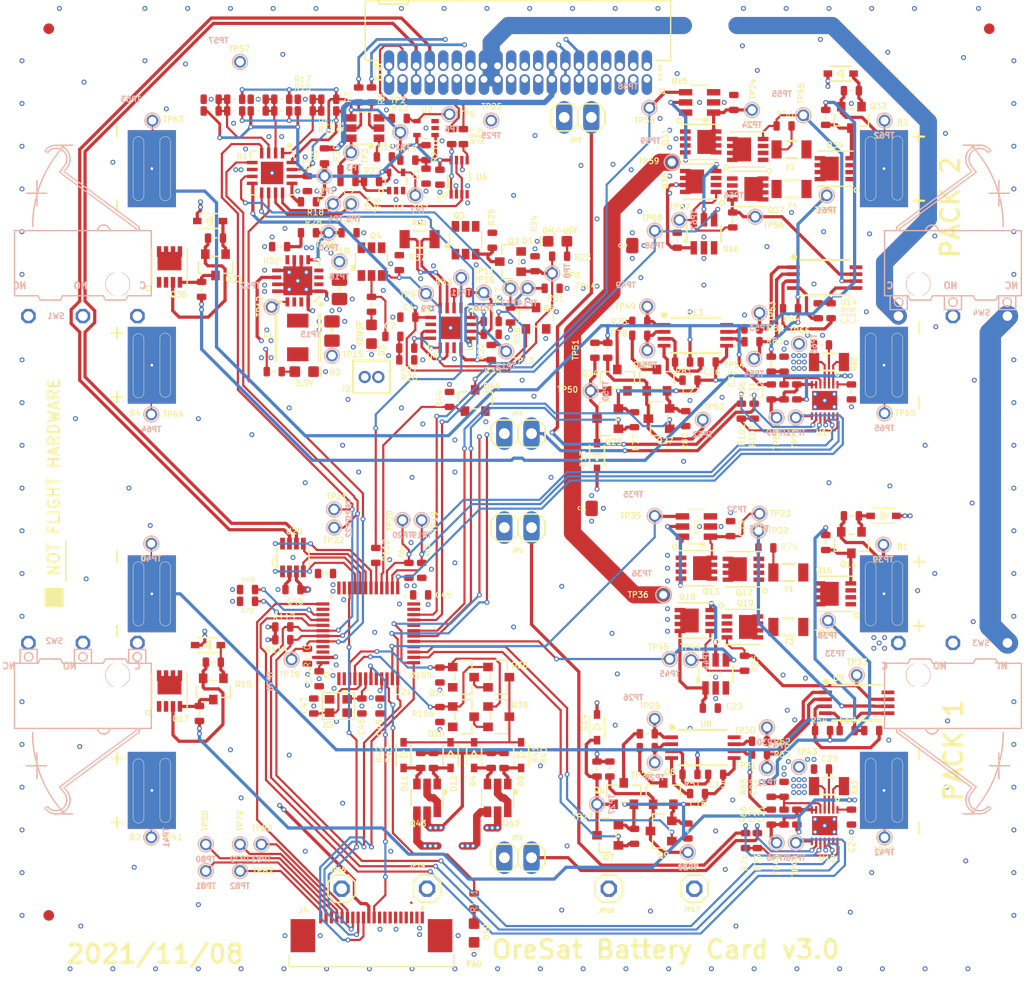
<source format=kicad_pcb>
(kicad_pcb (version 20221018) (generator pcbnew)
  (layers (0 "F.Cu" signal) (1 "In1.Cu" signal) (2 "In2.Cu" signal) (31 "B.Cu" signal) (34 "B.Paste" user) (35 "F.Paste" user) (36 "B.SilkS" user "B.Silkscreen") (37 "F.SilkS" user "F.Silkscreen") (38 "B.Mask" user) (39 "F.Mask" user) (44 "Edge.Cuts" user))
  (net 0 "")
  (net 1 "GND")
  (net 2 "OPD_SDA")
  (net 3 "~{SD}")
  (net 4 "VBUS")
  (net 5 "CAN1_L")
  (net 6 "CAN1_H")
  (net 7 "OPD_SCL")
  (net 8 "OPD_PWR")
  (net 9 "/Battery Pack 1 (BOTTOM)/INTERCELL-PK1")
  (net 10 "Net-(B1-POS)")
  (net 11 "/Battery Pack 1 (BOTTOM)/CSP-PK1")
  (net 12 "Net-(B2-POS)")
  (net 13 "/Battery Pack 2 (TOP)/INTERCELL-PK2")
  (net 14 "Net-(B3-POS)")
  (net 15 "/Battery Pack 2 (TOP)/CSP-PK2")
  (net 16 "Net-(B4-POS)")
  (net 17 "Net-(U2-INP)")
  (net 18 "Net-(U3-INP)")
  (net 19 "/Power/ON{slash}~{OFF}")
  (net 20 "Net-(C7-Pad1)")
  (net 21 "Net-(U8-VDD)")
  (net 22 "Net-(U8-CDT)")
  (net 23 "Net-(U9-VDD)")
  (net 24 "Net-(U9-CDT)")
  (net 25 "Net-(U10-VIN)")
  (net 26 "Net-(U12-VBATT)")
  (net 27 "Net-(U12-CELL1)")
  (net 28 "Net-(U12-REG3)")
  (net 29 "Net-(U12-REG2)")
  (net 30 "Net-(U13-VDD)")
  (net 31 "DCHG-STAT-OC-PK1")
  (net 32 "CHARGE-STAT-OC-PK1")
  (net 33 "Net-(U13-CDT)")
  (net 34 "Net-(U14-VDD)")
  (net 35 "Net-(U14-CDT)")
  (net 36 "Net-(U15-VIN)")
  (net 37 "Net-(U17-VBATT)")
  (net 38 "Net-(U17-CELL1)")
  (net 39 "Net-(U17-REG3)")
  (net 40 "ALERTA-PK1")
  (net 41 "Net-(U17-REG2)")
  (net 42 "Net-(U21-PF1-OSC_OUT)")
  (net 43 "Net-(U21-PF0-OSC_IN)")
  (net 44 "Net-(D1-PadA)")
  (net 45 "Net-(D2-PadA)")
  (net 46 "CHARGE-DISABLE-PK1")
  (net 47 "DISCHARGE-DISABLE-PK1")
  (net 48 "Net-(D3-PadA)")
  (net 49 "Net-(Q42B-G)")
  (net 50 "Net-(Q38-D)")
  (net 51 "Net-(Q14-G)")
  (net 52 "Net-(Q15-G)")
  (net 53 "Net-(Q32-G)")
  (net 54 "Net-(Q33-G)")
  (net 55 "Net-(Q42A-G)")
  (net 56 "Net-(D10-PadA)")
  (net 57 "Net-(Q43B-G)")
  (net 58 "Net-(Q43A-G)")
  (net 59 "Net-(Q24-G)")
  (net 60 "Net-(Q6-G)")
  (net 61 "Net-(F1-P$1)")
  (net 62 "/Battery Pack 1 (BOTTOM)/VBATT-PK1")
  (net 63 "Net-(F2-P$1)")
  (net 64 "/Battery Pack 2 (TOP)/VBATT-PK2")
  (net 65 "Net-(F3-P$1)")
  (net 66 "Net-(F4-P$1)")
  (net 69 "DCHG-STAT-OC-PK2")
  (net 70 "CHARGE-STAT-OC-PK2")
  (net 83 "CHARGE-DISABLE-PK2")
  (net 84 "DISCHARGE-DISABLE-PK2")
  (net 87 "3.3V")
  (net 96 "BOOT0")
  (net 97 "POUT")
  (net 99 "/Microcontroller/NRESET")
  (net 100 "PA3{slash}USART2_RX")
  (net 101 "PA2{slash}USART2_TX")
  (net 102 "/Microcontroller/SWDIO")
  (net 103 "/Microcontroller/SWCLK")
  (net 104 "Net-(J4-SWO)")
  (net 105 "Net-(J4-DEBUG-0)")
  (net 106 "Net-(J4-DEBUG-1)")
  (net 107 "Net-(J4-DEBUG-2)")
  (net 108 "Net-(J4-DEBUG-3)")
  (net 109 "Net-(U12-AIN2)")
  (net 110 "Net-(U12-AIN1)")
  (net 111 "Net-(U17-AIN2)")
  (net 112 "Net-(U17-AIN1)")
  (net 113 "Net-(Q42B-D)")
  (net 114 "Net-(L1-Pad1)")
  (net 115 "Net-(Q1A-G)")
  (net 116 "Net-(Q1B-S)")
  (net 117 "Net-(Q1B-G)")
  (net 118 "/Power/PEN-SCL-FILT")
  (net 119 "VBUSP")
  (net 120 "VPD")
  (net 121 "Net-(Q1A-S)")
  (net 122 "/Power/PEN-SDA-FILT")
  (net 123 "Net-(Q2-D)")
  (net 124 "Net-(U4-RS+)")
  (net 125 "/Power/CB_CTRL")
  (net 126 "Net-(Q4-S)")
  (net 127 "/Power/~{FAULT}")
  (net 128 "Net-(Q6-D)")
  (net 129 "Net-(Q8-G)")
  (net 130 "Net-(Q8-D)")
  (net 131 "/Battery Pack 1 (BOTTOM)/~{DISCHARGE-PK1}")
  (net 132 "Net-(Q13-G)")
  (net 133 "Net-(Q14-D)")
  (net 134 "Net-(Q15-D)")
  (net 135 "Net-(U11-SENSE)")
  (net 136 "Net-(Q18-G)")
  (net 137 "/Battery Pack 1 (BOTTOM)/~{CHARGE-PK1}")
  (net 138 "/Microcontroller/HEATER-ON-2")
  (net 139 "Net-(Q20-D)")
  (net 140 "/Microcontroller/HEATER-ON-1")
  (net 141 "Net-(Q21-D)")
  (net 142 "Net-(Q24-D)")
  (net 143 "Net-(Q26-G)")
  (net 144 "Net-(Q26-D)")
  (net 145 "/Battery Pack 2 (TOP)/~{DISCHARGE-PK2}")
  (net 146 "Net-(Q31-G)")
  (net 147 "Net-(Q32-D)")
  (net 148 "Net-(Q33-D)")
  (net 149 "Net-(U16-SENSE)")
  (net 150 "Net-(Q36-G)")
  (net 151 "/Battery Pack 2 (TOP)/~{CHARGE-PK2}")
  (net 152 "Net-(Q42A-D)")
  (net 153 "Net-(Q43A-D)")
  (net 154 "Net-(Q44-D)")
  (net 155 "/Power/AD2")
  (net 156 "/Power/AD1")
  (net 157 "MOARPWR")
  (net 158 "Net-(U2-OUT)")
  (net 159 "Net-(U3-OUT)")
  (net 160 "/Power/AD0")
  (net 161 "I2C2_SCL")
  (net 162 "I2C2_SDA")
  (net 163 "ALERTA-PK2")
  (net 164 "Net-(U1-~{RESET})")
  (net 165 "Net-(U4-INHIBIT)")
  (net 166 "Net-(U5-SYNC)")
  (net 167 "VBAT")
  (net 168 "/Power/CB-RESET")
  (net 169 "Net-(U4-CIN1-)")
  (net 170 "C3-UART-TX")
  (net 171 "C3-UART-RX")
  (net 172 "Net-(U4-CIN2+)")
  (net 173 "Net-(U4-CIN1+)")
  (net 174 "Net-(U4-IOUT)")
  (net 175 "Net-(U8-CTLC)")
  (net 176 "Net-(U8-CTLD)")
  (net 177 "Net-(U8-CO)")
  (net 178 "Net-(U9-CTLC)")
  (net 179 "Net-(U8-DO)")
  (net 180 "Net-(U9-CTLD)")
  (net 181 "Net-(U6-NO1)")
  (net 182 "Net-(U6-NO2)")
  (net 183 "Net-(U21-PB3)")
  (net 184 "Net-(U12-THRM)")
  (net 185 "Net-(U21-PB4)")
  (net 186 "Net-(U13-CTLC)")
  (net 187 "Net-(U13-CTLD)")
  (net 188 "Net-(U13-CO)")
  (net 189 "Net-(U14-CTLC)")
  (net 190 "Net-(U13-DO)")
  (net 191 "Net-(U14-CTLD)")
  (net 192 "Net-(U17-THRM)")
  (net 193 "/Microcontroller/PA0")
  (net 194 "/Microcontroller/PA8{slash}POUTPROT")
  (net 195 "PB6{slash}SCL")
  (net 196 "PB7{slash}SDA")
  (net 199 "Net-(SW3-PadNC)")
  (net 202 "Net-(U1-IO7)")
  (net 203 "Net-(U1-IO6)")
  (net 204 "Net-(U5-PG)")
  (net 211 "/Microcontroller/CAN_TX")
  (net 212 "/Microcontroller/CAN_RX")
  (net 213 "/Microcontroller/CAN_SHDN")
  (net 214 "/Microcontroller/PA9{slash}CAN_SILENT")
  (footprint "oresat-batteries:QFN65P400X400X80-17T210" (layer "F.Cu") (at 142.2011 88.3036)
    (fp_text reference "U4")
    (fp_text value "MAX4211")
  )
  (footprint "oresat-batteries:.0603-C-NOSILK" (layer "F.Cu") (at 159.9011 87.7036)
    (fp_text reference "R75")
    (fp_text value "1k")
  )
  (footprint "oresat-batteries:SOD323-R" (layer "F.Cu") (at 155.9011 125.7036 -90)
    (fp_text reference "D14")
    (fp_text value "1N4151WS" hide)
  )
  (footprint "oresat-batteries:.0603-C-NOSILK" (layer "F.Cu") (at 146.0011 87.7036 180)
    (fp_text reference "R34")
    (fp_text value "20k")
  )
  (footprint "oresat-batteries:.0603-C-NOSILK" (layer "F.Cu") (at 172.2011 94.3036 -90)
    (fp_text reference "R96")
    (fp_text value "100")
  )
  (footprint "oresat-batteries:1X01" (layer "F.Cu") (at 161.3011 124.9036 180)
    (fp_text reference "TP26")
    (fp_text value "TEST-POINT-LARGE-SQUARE" hide)
  )
  (footprint "oresat-batteries:.0603-C-NOSILK" (layer "F.Cu") (at 133.6011 66.5036 -90)
    (fp_text reference "R7")
    (fp_text value "100")
  )
  (footprint "oresat-batteries:.0603-C-NOSILK" (layer "F.Cu") (at 163.9011 91.5036)
    (fp_text reference "R81")
    (fp_text value "470")
  )
  (footprint "oresat-batteries:1X01" (layer "F.Cu") (at 180.2011 120.8036 180)
    (fp_text reference "TP33")
    (fp_text value "TEST-POINT-LARGE-SQUARE" hide)
  )
  (footprint "oresat-batteries:1X01" (layer "F.Cu") (at 137.7011 106.3036)
    (fp_text reference "TP20")
    (fp_text value "TEST-POINT-LARGE-SQUARE" hide)
  )
  (footprint "oresat-batteries:.0603-C-NOSILK" (layer "F.Cu") (at 151.7011 84.6036 180)
    (fp_text reference "R31")
    (fp_text value "10k")
  )
  (footprint "oresat-batteries:1X01" (layer "F.Cu") (at 160.8011 67.7036 180)
    (fp_text reference "TP58")
    (fp_text value "TEST-POINT-LARGE-SQUARE" hide)
  )
  (footprint "oresat-batteries:1X01" (layer "F.Cu") (at 119.3011 139.1536)
    (fp_text reference "TP81")
    (fp_text value "TEST-POINT-LARGE-SQUARE" hide)
  )
  (footprint "oresat-batteries:.0603-C-NOSILK" (layer "F.Cu") (at 138.1011 91.3036 180)
    (fp_text reference "R26")
    (fp_text value "100k")
  )
  (footprint "oresat-batteries:SOT23-3" (layer "F.Cu") (at 120.0011 122.1036 180)
    (fp_text reference "Q15")
    (fp_text value "NTR4101" hide)
  )
  (footprint "oresat-batteries:.0603-C-NOSILK" (layer "F.Cu") (at 177.8011 86.7036 90)
    (fp_text reference "C28")
    (fp_text value "100n")
  )
  (footprint "oresat-batteries:SOT23-3" (layer "F.Cu") (at 144.5011 95.1036)
    (fp_text reference "Q44")
    (fp_text value "PMV45EN" hide)
  )
  (footprint "oresat-batteries:.0603-C-NOSILK" (layer "F.Cu") (at 132.6011 73.5036 180)
    (fp_text reference "R20")
    (fp_text value "330k")
  )
  (footprint "oresat-batteries:SC70-5" (layer "F.Cu") (at 139.9011 69.6036 90)
    (fp_text reference "U2")
    (fp_text value "MIC842LYC5" hide)
  )
  (footprint "oresat-batteries:21-0137I_T1433-2" (layer "F.Cu") (at 177.2011 134.9036 -90)
    (fp_text reference "U12")
    (fp_text value "MAX17205G" hide)
  )
  (footprint "oresat-batteries:.0603-C-NOSILK" (layer "F.Cu") (at 173.4011 91.7036 90)
    (fp_text reference "C33")
    (fp_text value "100n")
  )
  (footprint "oresat-batteries:1X01" (layer "F.Cu") (at 162.1011 113.3036 180)
    (fp_text reference "TP36")
    (fp_text value "TEST-POINT-LARGE-SQUARE" hide)
  )
  (footprint "oresat-batteries:LED-0603" (layer "F.Cu") (at 128.5011 92.4036)
    (fp_text reference "D2")
    (fp_text value "GREEN")
  )
  (footprint "oresat-batteries:1X01" (layer "F.Cu") (at 171.8011 125.7036)
    (fp_text reference "TP30")
    (fp_text value "TEST-POINT-LARGE-SQUARE" hide)
  )
  (footprint "oresat-batteries:.0603-C-NOSILK" (layer "F.Cu") (at 163.4011 80.1036 90)
    (fp_text reference "C34")
    (fp_text value "100n")
  )
  (footprint "oresat-batteries:1X01" (layer "F.Cu") (at 131.2011 76.7036)
    (fp_text reference "TP4")
    (fp_text value "TEST-POINT-LARGE-SQUARE" hide)
  )
  (footprint "oresat-batteries:.0603-C-NOSILK" (layer "F.Cu") (at 137.4011 68.7036 180)
    (fp_text reference "R12")
    (fp_text value "665k")
  )
  (footprint "oresat-batteries:POWERPAK-1212-8" (layer "F.Cu") (at 169.6011 110.9036 90)
    (fp_text reference "Q12")
    (fp_text value "Q-VISHAY-MOSFET-PCH-POWERPAK-1212-8" hide)
  )
  (footprint "oresat-batteries:.0603-C-NOSILK" (layer "F.Cu") (at 134.8011 86.1036 90)
    (fp_text reference "R39")
    (fp_text value "2.7k")
  )
  (footprint "oresat-batteries:1X01" (layer "F.Cu") (at 147.8011 84.6036)
    (fp_text reference "TP17")
    (fp_text value "TEST-POINT-LARGE-SQUARE" hide)
  )
  (footprint "oresat-batteries:1X01" (layer "F.Cu") (at 139.9011 85.1036)
    (fp_text reference "TP9")
    (fp_text value "TEST-POINT-LARGE-SQUARE" hide)
  )
  (footprint "oresat-batteries:.0603-C-NOSILK" (layer "F.Cu") (at 127.4511 112.8036)
    (fp_text reference "C48")
    (fp_text value "100n")
  )
  (footprint "oresat-batteries:POWERPAK-1212-8" (layer "F.Cu") (at 165.6011 74.6036 90)
    (fp_text reference "Q36")
    (fp_text value "Q-VISHAY-MOSFET-PCH-POWERPAK-1212-8" hide)
  )
  (footprint "oresat-batteries:1X01" (layer "F.Cu") (at 162.7011 119.3036)
    (fp_text reference "TP45")
    (fp_text value "TEST-POINT-LARGE-SQUARE" hide)
  )
  (footprint "oresat-batteries:1X01" (layer "F.Cu") (at 182.8011 136.0036)
    (fp_text reference "TP42")
    (fp_text value "TEST-POINT-LARGE-SQUARE" hide)
  )
  (footprint "oresat-batteries:1206-C" (layer "F.Cu") (at 174.1011 75.3036)
    (fp_text reference "F4")
    (fp_text value "GENERIC-FUSE-1206")
  )
  (footprint "oresat-batteries:.0805-B-NOSILK" (layer "F.Cu") (at 131.1011 88.6036 90)
    (fp_text reference "C8")
    (fp_text value "22u")
  )
  (footprint "oresat-batteries:SOT23-6" (layer "F.Cu") (at 167.0011 120.7036 180)
    (fp_text reference "U11")
    (fp_text value "LTC4412")
  )
  (footprint "oresat-batteries:SOT23-3" (layer "F.Cu") (at 161.9011 135.4036 90)
    (fp_text reference "Q9")
    (fp_text value "PM45VEN" hide)
  )
  (footprint "oresat-batteries:POWERPAK-1212-8" (layer "F.Cu") (at 165.6011 70.9036 -90)
    (fp_text reference "Q31")
    (fp_text value "Q-VISHAY-MOSFET-PCH-POWERPAK-1212-8" hide)
  )
  (footprint "oresat-batteries:SC70-5" (layer "F.Cu") (at 137.1011 74.6036)
    (fp_text reference "U3")
    (fp_text value "MIC842LYC5" hide)
  )
  (footprint "oresat-batteries:1X01" (layer "F.Cu") (at 124.5011 136.6536)
    (fp_text reference "TP83")
    (fp_text value "TEST-POINT-LARGE-SQUARE" hide)
  )
  (footprint "oresat-batteries:.0603-C-NOSILK" (layer "F.Cu") (at 120.0011 119.6036)
    (fp_text reference "R59")
    (fp_text value "100k")
  )
  (footprint "oresat-batteries:1X01" (layer "F.Cu") (at 127.3211 119.3536 -90)
    (fp_text reference "TP78")
    (fp_text value "TEST-POINT-LARGE-SQUARE" hide)
  )
  (footprint "oresat-batteries:1X01" (layer "F.Cu") (at 165.8011 96.9036)
    (fp_text reference "TP52")
    (fp_text value "TEST-POINT-LARGE-SQUARE" hide)
  )
  (footprint "oresat-batteries:.0603-C-NOSILK" (layer "F.Cu") (at 152.4011 81.6036 180)
    (fp_text reference "R23")
    (fp_text value "2.7k")
  )
  (footprint "oresat-batteries:1X01" (layer "F.Cu") (at 130.8011 79.4036)
    (fp_text reference "TP10")
    (fp_text value "TEST-POINT-LARGE-SQUARE" hide)
  )
  (footprint "oresat-batteries:SOD323-R" (layer "F.Cu") (at 142.2011 128.3036 -90)
    (fp_text reference "D12")
    (fp_text value "1N4151WS" hide)
  )
  (footprint "oresat-batteries:.0603-C-NOSILK" (layer "F.Cu") (at 174.0011 86.5036)
    (fp_text reference "R84")
    (fp_text value "470")
  )
  (footprint "oresat-batteries:.0603-C-NOSILK" (layer "F.Cu") (at 169.4011 96.1036 -90)
    (fp_text reference "R101")
    (fp_text value "10k")
  )
  (footprint "oresat-batteries:.0603-C-NOSILK" (layer "F.Cu") (at 126.5011 117.5036 180)
    (fp_text reference "R114")
    (fp_text value "4.7k")
  )
  (footprint "oresat-batteries:1X01" (layer "F.Cu") (at 171.8011 129.5036)
    (fp_text reference "TP31")
    (fp_text value "TEST-POINT-LARGE-SQUARE" hide)
  )
  (footprint "oresat-batteries:TSSOP8" (layer "F.Cu") (at 180.2011 123.4036)
    (fp_text reference "U9")
    (fp_text value "S-8209AXXT" hide)
  )
  (footprint "oresat-batteries:.0603-C-NOSILK" (layer "F.Cu") (at 139.9011 71.9036 90)
    (fp_text reference "R21")
    (fp_text value "1M")
  )
  (footprint "oresat-batteries:.0603-C-NOSILK" (layer "F.Cu") (at 164.6011 130.1036)
    (fp_text reference "R51")
    (fp_text value "470")
  )
  (footprint "oresat-batteries:.0603-C-NOSILK" (layer "F.Cu") (at 138.2011 72.6036 180)
    (fp_text reference "R19")
    (fp_text value "330k")
  )
  (footprint "oresat-batteries:1X02" (layer "F.Cu") (at 154.1011 68.6036 180)
    (fp_text reference "JP3")
    (fp_text value "PINHD-1X2")
  )
  (footprint "oresat-batteries:1206-C" (layer "F.Cu") (at 173.8011 116.3036)
    (fp_text reference "F3")
    (fp_text value "GENERIC-FUSE-1206")
  )
  (footprint "oresat-batteries:1X01" (layer "F.Cu") (at 132.9011 76.7036)
    (fp_text reference "TP5")
    (fp_text value "TEST-POINT-LARGE-SQUARE" hide)
  )
  (footprint "oresat-batteries:.0603-C-NOSILK" (layer "F.Cu") (at 124.2011 66.9036)
    (fp_text reference "R11")
    (fp_text value "10k")
  )
  (footprint "oresat-batteries:1X01" (layer "F.Cu") (at 165.0011 140.8036)
    (fp_text reference "JP17")
    (fp_text value "PINHD-1X1")
  )
  (footprint "oresat-batteries:.0603-C-NOSILK" (layer "F.Cu") (at 179.7011 94.3036 -90)
    (fp_text reference "C35")
    (fp_text value "470n")
  )
  (footprint "oresat-batteries:.0603-C-NOSILK" (layer "F.Cu") (at 142.3011 70.4036 90)
    (fp_text reference "R57")
    (fp_text value "10k")
  )
  (footprint "oresat-batteries:1X01" (layer "F.Cu") (at 149.4011 84.6036)
    (fp_text reference "TP14")
    (fp_text value "TEST-POINT-LARGE-SQUARE" hide)
  )
  (footprint "oresat-batteries:.0603-C-NOSILK" (layer "F.Cu") (at 120.2011 79.9036)
    (fp_text reference "R89")
    (fp_text value "100k")
  )
  (footprint "oresat-batteries:.0603-C-NOSILK" (layer "F.Cu") (at 173.4011 69.4036)
    (fp_text reference "R56")
    (fp_text value "100k")
  )
  (footprint "oresat-batteries:SOT23-3" (layer "F.Cu") (at 161.7011 96.8036 90)
    (fp_text reference "Q27")
    (fp_text value "PM45VEN" hide)
  )
  (footprint "oresat-batteries:1X01" (layer "F.Cu") (at 174.5011 96.7036)
    (fp_text reference "TP71")
    (fp_text value "TEST-POINT-LARGE-SQUARE" hide)
  )
  (footprint "oresat-batteries:1X01" (layer "F.Cu") (at 162.9011 72.8036 180)
    (fp_text reference "TP59")
    (fp_text value "TEST-POINT-LARGE-SQUARE" hide)
  )
  (footprint "oresat-batteries:1X01" (layer "F.Cu") (at 170.6011 91.2036)
    (fp_text reference "TP54")
    (fp_text value "TEST-POINT-LARGE-SQUARE" hide)
  )
  (footprint "oresat-batteries:.0603-C-NOSILK" (layer "F.Cu") (at 137.4011 82.2036 90)
    (fp_text reference "R37")
    (fp_text value "10k")
  )
  (footprint "oresat-batteries:1X01" (layer "F.Cu") (at 131.8011 82.1036)
    (fp_text reference "TP18")
    (fp_text value "TEST-POINT-LARGE-SQUARE" hide)
  )
  (footprint "oresat-batteries:ECS-MPI4040" (layer "F.Cu") (at 127.9011 89.2036)
    (fp_text reference "L1")
    (fp_text value "6.8u")
  )
  (footprint "oresat-batteries:.0603-C-NOSILK" (layer "F.Cu") (at 130.8011 66.9036 180)
    (fp_text reference "R14")
    (fp_text value "NP")
  )
  (footprint "oresat-batteries:1X01" (layer "F.Cu") (at 182.8011 96.3036)
    (fp_text reference "TP65")
    (fp_text value "TEST-POINT-LARGE-SQUARE" hide)
  )
  (footprint "oresat-batteries:SOT23-3" (layer "F.Cu") (at 147.8011 82.1036 90)
    (fp_text reference "Q2")
    (fp_text value "PMV45EN" hide)
  )
  (footprint "oresat-batteries:1X01" (layer "F.Cu") (at 177.4011 75.9036)
    (fp_text reference "TP61")
    (fp_text value "TEST-POINT-LARGE-SQUARE" hide)
  )
  (footprint "oresat-batteries:1X01" (layer "F.Cu") (at 130.4011 74.1036)
    (fp_text reference "TP1")
    (fp_text value "TEST-POINT-LARGE-SQUARE" hide)
  )
  (footprint "oresat-batteries:.0805-B-NOSILK" (layer "F.Cu") (at 131.8011 84.7036 -90)
    (fp_text reference "C5")
    (fp_text value "10u")
  )
  (footprint "oresat-batteries:.0603-C-NOSILK" (layer "F.Cu") (at 146.0011 128.8036 -90)
    (fp_text reference "R41")
    (fp_text value "10k")
  )
  (footprint "oresat-batteries:.0603-C-NOSILK" (layer "F.Cu") (at 177.3011 68.6036 90)
    (fp_text reference "R90")
    (fp_text value "100k")
  )
  (footprint "oresat-batteries:FIDUCIAL-1.0X2.0" (layer "F.Cu") (at 104.6011 60.3036)
    (fp_text reference "FIDUCIAL2" hide)
    (fp_text value "FIDUCIAL-1.0X2.0" hide)
  )
  (footprint "oresat-batteries:.0603-C-NOSILK" (layer "F.Cu") (at 128.6011 68.0036 180)
    (fp_text reference "R15")
    (fp_text value "NP")
  )
  (footprint "oresat-batteries:1X01" (layer "F.Cu") (at 171.1011 105.7036)
    (fp_text reference "TP23")
    (fp_text value "TEST-POINT-LARGE-SQUARE" hide)
  )
  (footprint "oresat-batteries:.0603-C-NOSILK" (layer "F.Cu") (at 156.9011 90.4036 -90)
    (fp_text reference "R79")
    (fp_text value "100k")
  )
  (footprint "oresat-batteries:.0603-C-NOSILK" (layer "F.Cu") (at 143.2011 85.0036 180)
    (fp_text reference "R33")
    (fp_text value "0")
  )
  (footprint "oresat-batteries:SOT23-3" (layer "F.Cu") (at 143.4011 121.0036 -90)
    (fp_text reference "Q21")
    (fp_text value "PMV45EN" hide)
  )
  (footprint "oresat-batteries:.0603-C-NOSILK" (layer "F.Cu") (at 171.1011 127.0036)
    (fp_text reference "R52")
    (fp_text value "1k")
  )
  (footprint "oresat-batteries:SAMTEC-FTS-102-01-X-S" (layer "F.Cu") (at 134.8011 92.9036)
    (fp_text reference "J2")
    (fp_text value "SAMTEC-FTS-102-01-X-SJ" hide)
  )
  (footprint "oresat-batteries:1X01" (layer "F.Cu") (at 164.4011 137.4036)
    (fp_text reference "TP29")
    (fp_text value "TEST-POINT-LARGE-SQUARE" hide)
  )
  (footprint "oresat-batteries:SOD323-R" (layer "F.Cu") (at 119.7011 78.3036)
    (fp_text reference "D8")
    (fp_text value "1N4151WS" hide)
  )
  (footprint "oresat-batteries:.0603-C-NOSILK" (layer "F.Cu") (at 132.7011 79.4036 180)
    (fp_text reference "R29")
    (fp_text value "NP")
  )
  (footprint "oresat-batteries:.0603-C-NOSILK" (layer "F.Cu") (at 177.0011 126.0036)
    (fp_text reference "R54")
    (fp_text value "470")
  )
  (footprint "oresat-batteries:.0603-C-NOSILK" (layer "F.Cu") (at 177.3011 108.4036 90)
    (fp_text reference "R60")
    (fp_text value "100k")
  )
  (footprint "oresat-batteries:1X01" (layer "F.Cu") (at 137.5011 70.0036)
    (fp_text reference "TP2")
    (fp_text value "TEST-POINT-LARGE-SQUARE" hide)
  )
  (footprint "oresat-batteries:.0603-C-NOSILK" (layer "F.Cu") (at 128.9011 76.5036)
    (fp_text reference "R18")
    (fp_text value "10k")
  )
  (footprint "oresat-batteries:FLIGHTMARKER_NEW_BOARDS" (layer "F.Cu") (at 105.7011 114.2036 90)
    (fp_text reference "U$1" hide)
    (fp_text value "FLIGHMARKERNEW" hide)
  )
  (footprint "oresat-batteries:SOT23-6" (layer "F.Cu") (at 165.5011 67.2036 -90)
    (fp_text reference "U15")
    (fp_text value "LTC4412")
  )
  (footprint "oresat-batteries:1X01" (layer "F.Cu") (at 157.0011 140.8036)
    (fp_text reference "JP16")
    (fp_text value "PINHD-1X1")
  )
  (footprint "oresat-batteries:1X01" (layer "F.Cu") (at 114.3011 68.9036 180)
    (fp_text reference "TP63")
    (fp_text value "TEST-POINT-LARGE-SQUARE" hide)
  )
  (footprint "oresat-batteries:1X01" (layer "F.Cu") (at 170.4011 67.9036)
    (fp_text reference "TP24")
    (fp_text value "TEST-POINT-LARGE-SQUARE" hide)
  )
  (footprint "oresat-batteries:POWERPAK-1212-8" (layer "F.Cu") (at 115.9011 82.6036)
    (fp_text reference "Q35")
    (fp_text value "Q-VISHAY-MOSFET-PCH-POWERPAK-1212-8" hide)
  )
  (footprint "oresat-batteries:.0603-C-NOSILK" (layer "F.Cu") (at 181.6011 126.0036 180)
    (fp_text reference "C17")
    (fp_text value "100n")
  )
  (footprint "oresat-batteries:.0603-C-NOSILK" (layer "F.Cu") (at 168.7011 67.2036 90)
    (fp_text reference "C30")
    (fp_text value "100n")
  )
  (footprint "oresat-batteries:1X01" (layer "F.Cu") (at 170.7011 77.9036 180)
    (fp_text reference "TP56")
    (fp_text value "TEST-POINT-LARGE-SQUARE" hide)
  )
  (footprint "oresat-batteries:.0603-C-NOSILK" (layer "F.Cu") (at 173.4011 94.3036 -90)
    (fp_text reference "C31")
    (fp_text value "1n")
  )
  (footprint "oresat-batteries:.0603-C-NOSILK" (layer "F.Cu") (at 172.2011 134.1036 -90)
    (fp_text reference "R66")
    (fp_text value "100")
  )
  (footprint "oresat-batteries:.0603-C-NOSILK" (layer "F.Cu") (at 176.6011 86.7036 90)
    (fp_text reference "C29")
    (fp_text value "10n")
  )
  (footprint "oresat-batteries:.0603-C-NOSILK" (layer "F.Cu") (at 140.6011 128.8036 -90)
    (fp_text reference "R43")
    (fp_text value "10k")
  )
  (footprint "oresat-batteries:S-PVQFN-16" (layer "F.Cu") (at 127.9011 83.9036 180)
    (fp_text reference "U5")
    (fp_text value "TPS6211X" hide)
  )
  (footprint "oresat-batteries:.0603-C-NOSILK" (layer "F.Cu") (at 124.2011 68.0036 180)
    (fp_text reference "R9")
    (fp_text value "NP")
  )
  (footprint "oresat-batteries:.0603-C-NOSILK" (layer "F.Cu") (at 172.2011 131.5036 90)
    (fp_text reference "R65")
    (fp_text value "10")
  )
  (footprint "oresat-batteries:1X02" (layer "F.Cu") (at 148.5011 137.9036 180)
    (fp_text reference "JP2")
    (fp_text value "PINHD-1X2")
  )
  (footprint "oresat-batteries:1X01" (layer "F.Cu") (at 143.2011 83.6036)
    (fp_text reference "TP11")
    (fp_text value "TEST-POINT-LARGE-SQUARE" hide)
  )
  (footprint "oresat-batteries:1X01" (layer "F.Cu") (at 163.6011 78.2036 90)
    (fp_text reference "TP67")
    (fp_text value "TEST-POINT-LARGE-SQUARE" hide)
  )
  (footprint "oresat-batteries:1X01" (layer "F.Cu") (at 155.3011 94.2036 90)
    (fp_text reference "TP50")
    (fp_text value "TEST-POINT-LARGE-SQUARE" hide)
  )
  (footprint "oresat-batteries:SOT23-3" (layer "F.Cu") (at 120.2011 82.4036 180)
    (fp_text reference "Q33")
    (fp_text value "NTR4101" hide)
  )
  (footprint "oresat-batteries:1X01" (layer "F.Cu") (at 172.7011 96.7036)
    (fp_text reference "TP69")
    (fp_text value "TEST-POINT-LARGE-SQUARE" hide)
  )
  (footprint "oresat-batteries:18650" (layer "F.Cu") (at 148.5011 73.4036 -90)
    (fp_text reference "B3")
    (fp_text value "B-18650-LI-BATTERY" hide)
    (fp_line (start -2.5 -36) (end 2.5 -36) (stroke (width 0.05)) (layer "Edge.Cuts"))
    (fp_line (start -2.5 -33.5) (end 2.5 -33.5) (stroke (width 0.05)) (layer "Edge.Cuts"))
    (fp_line (start -2.5 32.5) (end 2.5 32.5) (stroke (width 0.05)) (layer "Edge.Cuts"))
    (fp_line (start -2.5 35) (end 2.5 35) (stroke (width 0.05)) (layer "Edge.Cuts"))
    (fp_line (start 2.4 -35) (end -2.6 -35) (stroke (width 0.05)) (layer "Edge.Cuts"))
    (fp_line (start 2.5 -32.5) (end -2.5 -32.5) (stroke (width 0.05)) (layer "Edge.Cuts"))
    (fp_line (start 2.5 33.5) (end -2.5 33.5) (stroke (width 0.05)) (layer "Edge.Cuts"))
    (fp_line (start 2.5 36) (end -2.5 36) (stroke (width 0.05)) (layer "Edge.Cuts"))
    (fp_arc (start -2.6 -35) (mid -3.05 -35.55) (end -2.5 -36) (stroke (width 0.05)) (layer "Edge.Cuts"))
    (fp_arc (start -2.5 -32.5) (mid -3 -33) (end -2.5 -33.5) (stroke (width 0.05)) (layer "Edge.Cuts"))
    (fp_arc (start -2.5 33.5) (mid -3 33) (end -2.5 32.5) (stroke (width 0.05)) (layer "Edge.Cuts"))
    (fp_arc (start -2.5 36) (mid -3 35.5) (end -2.5 35) (stroke (width 0.05)) (layer "Edge.Cuts"))
    (fp_arc (start 2.5 -36) (mid 2.95 -35.45) (end 2.4 -35) (stroke (width 0.05)) (layer "Edge.Cuts"))
    (fp_arc (start 2.5 -33.5) (mid 3 -33) (end 2.5 -32.5) (stroke (width 0.05)) (layer "Edge.Cuts"))
    (fp_arc (start 2.5 32.5) (mid 3 33) (end 2.5 33.5) (stroke (width 0.05)) (layer "Edge.Cuts"))
    (fp_arc (start 2.5 35) (mid 3 35.5) (end 2.5 36) (stroke (width 0.05)) (layer "Edge.Cuts"))
  )
  (footprint "oresat-batteries:.0603-C-NOSILK" (layer "F.Cu") (at 142.1011 95.0036 -90)
    (fp_text reference "R44")
    (fp_text value "10k")
  )
  (footprint "oresat-batteries:1X01" (layer "F.Cu") (at 161.3011 79.2036)
    (fp_text reference "TP68")
    (fp_text value "TEST-POINT-LARGE-SQUARE" hide)
  )
  (footprint "oresat-batteries:.0603-C-NOSILK" (layer "F.Cu") (at 147.2011 128.8036 -90)
    (fp_text reference "R40")
    (fp_text value "10k")
  )
  (footprint "oresat-batteries:.0603-C-NOSILK" (layer "F.Cu") (at 146.1011 80.1036 90)
    (fp_text reference "R25")
    (fp_text value "10k")
  )
  (footprint "oresat-batteries:POWERPAK-1212-8" (layer "F.Cu") (at 178.2011 73.4036 90)
    (fp_text reference "Q34")
    (fp_text value "Q-VISHAY-MOSFET-PCH-POWERPAK-1212-8" hide)
  )
  (footprint "oresat-batteries:1X01" (layer "F.Cu") (at 114.2011 108.5036)
    (fp_text reference "TP40")
    (fp_text value "TEST-POINT-LARGE-SQUARE" hide)
  )
  (footprint "oresat-batteries:SOD323-R" (layer "F.Cu") (at 182.7011 105.9036 180)
    (fp_text reference "D5")
    (fp_text value "1N4151WS" hide)
  )
  (footprint "oresat-batteries:.0805-B-NOSILK" (layer "F.Cu") (at 154.5011 105.2036)
    (fp_text reference "C11")
    (fp_text value "10u")
  )
  (footprint "oresat-batteries:.0603-C-NOSILK" (layer "F.Cu") (at 139.5011 111.0036 -90)
    (fp_text reference "R63")
    (fp_text value "4.7k")
  )
  (footprint "oresat-batteries:.0603-C-NOSILK" (layer "F.Cu") (at 179.7011 134.1036 -90)
    (fp_text reference "C24")
    (fp_text value "470n")
  )
  (footprint "oresat-batteries:.0603-C-NOSILK" (layer "F.Cu") (at 171.7011 108.9036 180)
    (fp_text reference "R74")
    (fp_text value "100k")
  )
  (footprint "oresat-batteries:.0603-C-NOSILK" (layer "F.Cu") (at 141.2011 74.2036 90)
    (fp_text reference "C9")
    (fp_text value "100n")
  )
  (footprint "oresat-batteries:.0603-C-NOSILK" (layer "F.Cu") (at 118.7011 124.4036 -90)
    (fp_text reference "R61")
    (fp_text value "100k")
  )
  (footprint "oresat-batteries:SOD323-R" (layer "F.Cu") (at 144.4011 128.3036 -90)
    (fp_text reference "D4")
    (fp_text value "1N4151WS" hide)
  )
  (footprint "oresat-batteries:.0603-C-NOSILK" (layer "F.Cu") (at 118.9011 84.7036 -90)
    (fp_text reference "R91")
    (fp_text value "100k")
  )
  (footprint "oresat-batteries:.0603-C-NOSILK" (layer "F.Cu") (at 174.6011 94.3036 -90)
    (fp_text reference "C32")
    (fp_text value "1n")
  )
  (footprint "oresat-batteries:SOT23-3" (layer "F.Cu") (at 162.1011 131.9036)
    (fp_text reference "Q8")
    (fp_text value "PM45VEN" hide)
  )
  (footprint "oresat-batteries:.0603-C-NOSILK" (layer "F.Cu") (at 170.6011 96.1036 -90)
    (fp_text reference "R103")
    (fp_text value "10k")
  )
  (footprint "oresat-batteries:.0603-C-NOSILK" (layer "F.Cu") (at 136.8011 89.1036 180)
    (fp_text reference "C7")
    (fp_text value "1u")
  )
  (footprint "oresat-batteries:.0603-C-NOSILK" (layer "F.Cu") (at 141.2011 124.5036 -90)
    (fp_text reference "R106")
    (fp_text value "10k")
  )
  (footprint "oresat-batteries:1X01" (layer "F.Cu") (at 114.2011 96.4036)
    (fp_text reference "TP64")
    (fp_text value "TEST-POINT-LARGE-SQUARE" hide)
  )
  (footprint "oresat-batteries:1X02" (layer "F.Cu") (at 148.5011 107.0036 180)
    (fp_text reference "JP1")
    (fp_text value "PINHD-1X2")
  )
  (footprint "oresat-batteries:LED-0603" (layer "F.Cu") (at 144.4011 144.9536 -90)
    (fp_text reference "D10")
    (fp_text value "AMBER")
  )
  (footprint "oresat-batteries:SOD323-R" (layer "F.Cu") (at 155.9011 100.3036 90)
    (fp_text reference "D13")
    (fp_text value "1N4151WS" hide)
  )
  (footprint "oresat-batteries:.0603-C-NOSILK" (layer "F.Cu") (at 138.1011 90.2036 180)
    (fp_text reference "R27")
    (fp_text value "10k")
  )
  (footprint "oresat-batteries:1X01" (layer "F.Cu") (at 182.8011 68.9036)
    (fp_text reference "TP62")
    (fp_text value "TEST-POINT-LARGE-SQUARE" hide)
  )
  (footprint "oresat-batteries:.0603-C-NOSILK" (layer "F.Cu") (at 135.2011 109.6036 -90)
    (fp_text reference "R112")
    (fp_text value "10k")
  )
  (footprint "oresat-batteries:POWERPAK-1212-8" (layer "F.Cu") (at 165.2011 110.8036 -90)
    (fp_text reference "Q13")
    (fp_text value "Q-VISHAY-MOSFET-PCH-POWERPAK-1212-8" hide)
  )
  (footprint "oresat-batteries:.0603-C-NOSILK" (layer "F.Cu") (at 157.1011 129.6036 -90)
    (fp_text reference "R49")
    (fp_text value "100k")
  )
  (footprint "oresat-batteries:18650" (layer "F.Cu") (at 148.5011 91.8036 90)
    (fp_text reference "B4")
    (fp_text value "B-18650-LI-BATTERY" hide)
    (fp_line (start -2.5 -36) (end 2.5 -36) (stroke (width 0.05)) (layer "Edge.Cuts"))
    (fp_line (start -2.5 -33.5) (end 2.5 -33.5) (stroke (width 0.05)) (layer "Edge.Cuts"))
    (fp_line (start -2.5 32.5) (end 2.5 32.5) (stroke (width 0.05)) (layer "Edge.Cuts"))
    (fp_line (start -2.5 35) (end 2.5 35) (stroke (width 0.05)) (layer "Edge.Cuts"))
    (fp_line (start 2.4 -35) (end -2.6 -35) (stroke (width 0.05)) (layer "Edge.Cuts"))
    (fp_line (start 2.5 -32.5) (end -2.5 -32.5) (stroke (width 0.05)) (layer "Edge.Cuts"))
    (fp_line (start 2.5 33.5) (end -2.5 33.5) (stroke (width 0.05)) (layer "Edge.Cuts"))
    (fp_line (start 2.5 36) (end -2.5 36) (stroke (width 0.05)) (layer "Edge.Cuts"))
    (fp_arc (start -2.6 -35) (mid -3.05 -35.55) (end -2.5 -36) (stroke (width 0.05)) (layer "Edge.Cuts"))
    (fp_arc (start -2.5 -32.5) (mid -3 -33) (end -2.5 -33.5) (stroke (width 0.05)) (layer "Edge.Cuts"))
    (fp_arc (start -2.5 33.5) (mid -3 33) (end -2.5 32.5) (stroke (width 0.05)) (layer "Edge.Cuts"))
    (fp_arc (start -2.5 36) (mid -3 35.5) (end -2.5 35) (stroke (width 0.05)) (layer "Edge.Cuts"))
    (fp_arc (start 2.5 -36) (mid 2.95 -35.45) (end 2.4 -35) (stroke (width 0.05)) (layer "Edge.Cuts"))
    (fp_arc (start 2.5 -33.5) (mid 3 -33) (end 2.5 -32.5) (stroke (width 0.05)) (layer "Edge.Cuts"))
    (fp_arc (start 2.5 32.5) (mid 3 33) (end 2.5 33.5) (stroke (width 0.05)) (layer "Edge.Cuts"))
    (fp_arc (start 2.5 35) (mid 3 35.5) (end 2.5 36) (stroke (width 0.05)) (layer "Edge.Cuts"))
  )
  (footprint "oresat-batteries:TSSOP8" (layer "F.Cu") (at 177.2011 83.6036)
    (fp_text reference "U14")
    (fp_text value "S-8209AXXT" hide)
  )
  (footprint "oresat-batteries:18650" (layer "F.Cu") (at 148.5011 113.2036 -90)
    (fp_text reference "B1")
    (fp_text value "B-18650-LI-BATTERY" hide)
    (fp_line (start -2.5 -36) (end 2.5 -36) (stroke (width 0.05)) (layer "Edge.Cuts"))
    (fp_line (start -2.5 -33.5) (end 2.5 -33.5) (stroke (width 0.05)) (layer "Edge.Cuts"))
    (fp_line (start -2.5 32.5) (end 2.5 32.5) (stroke (width 0.05)) (layer "Edge.Cuts"))
    (fp_line (start -2.5 35) (end 2.5 35) (stroke (width 0.05)) (layer "Edge.Cuts"))
    (fp_line (start 2.4 -35) (end -2.6 -35) (stroke (width 0.05)) (layer "Edge.Cuts"))
    (fp_line (start 2.5 -32.5) (end -2.5 -32.5) (stroke (width 0.05)) (layer "Edge.Cuts"))
    (fp_line (start 2.5 33.5) (end -2.5 33.5) (stroke (width 0.05)) (layer "Edge.Cuts"))
    (fp_line (start 2.5 36) (end -2.5 36) (stroke (width 0.05)) (layer "Edge.Cuts"))
    (fp_arc (start -2.6 -35) (mid -3.05 -35.55) (end -2.5 -36) (stroke (width 0.05)) (layer "Edge.Cuts"))
    (fp_arc (start -2.5 -32.5) (mid -3 -33) (end -2.5 -33.5) (stroke (width 0.05)) (layer "Edge.Cuts"))
    (fp_arc (start -2.5 33.5) (mid -3 33) (end -2.5 32.5) (stroke (width 0.05)) (layer "Edge.Cuts"))
    (fp_arc (start -2.5 36) (mid -3 35.5) (end -2.5 35) (stroke (width 0.05)) (layer "Edge.Cuts"))
    (fp_arc (start 2.5 -36) (mid 2.95 -35.45) (end 2.4 -35) (stroke (width 0.05)) (layer "Edge.Cuts"))
    (fp_arc (start 2.5 -33.5) (mid 3 -33) (end 2.5 -32.5) (stroke (width 0.05)) (layer "Edge.Cuts"))
    (fp_arc (start 2.5 32.5) (mid 3 33) (end 2.5 33.5) (stroke (width 0.05)) (layer "Edge.Cuts"))
    (fp_arc (start 2.5 35) (mid 3 35.5) (end 2.5 36) (stroke (width 0.05)) (layer "Edge.Cuts"))
  )
  (footprint "oresat-batteries:.0603-C-NOSILK" (layer "F.Cu") (at 168.4011 107.1036 90)
    (fp_text reference "C19")
    (fp_text value "100n")
  )
  (footprint "oresat-batteries:.0603-C-NOSILK" (layer "F.Cu") (at 155.9011 129.6036 90)
    (fp_text reference "R46")
    (fp_text value "100k")
  )
  (footprint "oresat-batteries:1X01" (layer "F.Cu") (at 122.5011 63.4036 180)
    (fp_text reference "TP57")
    (fp_text value "TEST-POINT-LARGE-SQUARE" hide)
  )
  (footprint "oresat-batteries:LED-0603" (layer "F.Cu") (at 152.2011 80.2036 180)
    (fp_text reference "D1")
    (fp_text value "GREEN")
  )
  (footprint "oresat-batteries:SOD323-R" (layer "F.Cu") (at 137.8011 128.3036 -90)
    (fp_text reference "D11")
    (fp_text value "1N4151WS" hide)
  )
  (footprint "oresat-batteries:1X01" (layer "F.Cu") (at 171.1011 86.9036)
    (fp_text reference "TP53")
    (fp_text value "TEST-POINT-LARGE-SQUARE" hide)
  )
  (footprint "oresat-batteries:.0603-C-NOSILK" (layer "F.Cu") (at 122.0011 68.0036)
    (fp_text reference "R4")
    (fp_text value "NP")
  )
  (footprint "oresat-batteries:.0603-C-NOSILK" (layer "F.Cu") (at 123.2011 112.8036 180)
    (fp_text reference "R68")
    (fp_text value "10k")
  )
  (footprint "oresat-batteries:POWERPAK-1212-8" (layer "F.Cu") (at 170.0011 71.6036 90)
    (fp_text reference "Q30")
    (fp_text value "Q-VISHAY-MOSFET-PCH-POWERPAK-1212-8" hide)
  )
  (footprint "oresat-batteries:.0603-C-NOSILK" (layer "F.Cu") (at 170.4011 89.6036)
    (fp_text reference "R83")
    (fp_text value "1k")
  )
  (footprint "oresat-batteries:POWERPAK-1212-8" (layer "F.Cu") (at 178.2011 113.2036 90)
    (fp_text reference "Q16")
    (fp_text value "Q-VISHAY-MOSFET-PCH-POWERPAK-1212-8" hide)
  )
  (footprint "oresat-batteries:1X01" (layer "F.Cu") (at 138.9011 75.9036)
    (fp_text reference "TP7")
    (fp_text value "TEST-POINT-LARGE-SQUARE" hide)
  )
  (footprint "oresat-batteries:SOT23-3" (layer "F.Cu") (at 156.9011 135.8036 90)
    (fp_text reference "Q7")
    (fp_text value "PM45VEN" hide)
  )
  (footprint "oresat-batteries:.0603-C-NOSILK" (layer "F.Cu") (at 132.6011 74.6036 180)
    (fp_text reference "C2")
    (fp_text value "1u")
  )
  (footprint "oresat-batteries:J-SAMTEC-TFM-120-X1-XXX-D-RA" (layer "F.Cu") (at 148.5011 64.4096)
    (fp_text reference "J1")
    (fp_text value "J-SAMTEC-TFM-120-X1-XXX-D-RA" hide)
  )
  (footprint "oresat-batteries:SOT23-6" (layer "F.Cu") (at 143.6011 80.1036)
    (fp_text reference "Q3")
    (fp_text value "MOSFET-PCH-SOT23-6" hide)
  )
  (footprint "oresat-batteries:1X01" (layer "F.Cu") (at 174.5011 136.5036)
    (fp_text reference "TP48")
    (fp_text value "TEST-POINT-LARGE-SQUARE" hide)
  )
  (footprint "oresat-batteries:.0603-C-NOSILK" (layer "F.Cu") (at 139.9011 74.1036 -90)
    (fp_text reference "C1")
    (fp_text value "1u")
  )
  (footprint "oresat-batteries:LED-0603" (layer "F.Cu") (at 134.8011 88.9036 -90)
    (fp_text reference "D3")
    (fp_text value "GREEN")
  )
  (footprint "oresat-batteries:1206-C" (layer "F.Cu") (at 177.6011 131.2036 180)
    (fp_text reference "R62")
    (fp_text value "10m")
  )
  (footprint "oresat-batteries:SOT23-3" (layer "F.Cu") (at 161.5011 93.2036)
    (fp_text reference "Q26")
    (fp_text value "PM45VEN" hide)
  )
  (footprint "oresat-batteries:1X01" (layer "F.Cu") (at 172.7011 136.5036)
    (fp_text reference "TP46")
    (fp_text value "TEST-POINT-LARGE-SQUARE" hide)
  )
  (footprint "oresat-batteries:SOD323-R" (layer "F.Cu") (at 119.5011 118.0036)
    (fp_text reference "D6")
    (fp_text value "1N4151WS" hide)
  )
  (footprint "oresat-batteries:.0603-C-NOSILK" (layer "F.Cu") (at 128.9011 79.4036 180)
    (fp_text reference "R28")
    (fp_text value "10k")
  )
  (footprint "oresat-batteries:STM32F091C" (layer "F.Cu") (at 134.5011 116.9036)
    (fp_text reference "U21")
    (fp_text value "STM32F091C" hide)
  )
  (footprint "oresat-batteries:.0603-C-NOSILK" (layer "F.Cu") (at 119.8011 68.0036 180)
    (fp_text reference "R3")
    (fp_text value "NP")
  )
  (footprint "oresat-batteries:.0603-C-NOSILK" (layer "F.Cu") (at 133.9011 123.7036 -90)
    (fp_text reference "C46")
    (fp_text value "20p")
  )
  (footprint "oresat-batteries:.0603-C-NOSILK" (layer "F.Cu") (at 147.8011 87.1036 -90)
    (fp_text reference "R38")
    (fp_text value "10k")
  )
  (footprint "oresat-batteries:1X01" (layer "F.Cu") (at 155.9011 132.9036 90)
    (fp_text reference "TP27")
    (fp_text value "TEST-POINT-LARGE-SQUARE" hide)
  )
  (footprint "oresat-batteries:.0603-C-NOSILK" (layer "F.Cu") (at 176.9011 89.9036 180)
    (fp_text reference "C36")
    (fp_text value "470n")
  )
  (footprint "oresat-batteries:1206-C" (layer "F.Cu") (at 174.1011 71.6036)
    (fp_text reference "F2")
    (fp_text value "GENERIC-FUSE-1206")
  )
  (footprint "oresat-batteries:1206-C" (layer "F.Cu") (at 139.3011 80.0036 180)
    (fp_text reference "R30")
    (fp_text value "100m")
  )
  (footprint "oresat-batteries:1X01" (layer "F.Cu") (at 114.2011 136.0036 90)
    (fp_text reference "TP41")
    (fp_text value "TEST-POINT-LARGE-SQUARE" hide)
  )
  (footprint "oresat-batteries:TSSOP8" (layer "F.Cu") (at 165.1011 89.0036)
    (fp_text reference "U13")
    (fp_text value "S-8209AXXT" hide)
  )
  (footprint "oresat-batteries:TE_2-1734592-0" (layer "F.Cu") (at 134.8011 145.2036 180)
    (fp_text reference "J4")
    (fp_text value "ORESAT-DEBUG-CONNECTOR-ALL")
  )
  (footprint "oresat-batteries:.0603-C-NOSILK" (layer "F.Cu") (at 126.4011 68.0036)
    (fp_text reference "R10")
    (fp_text value "NP")
  )
  (footprint "oresat-batteries:.0603-C-NOSILK" (layer "F.Cu") (at 166.3011 91.5036)
    (fp_text reference "C26")
    (fp_text value "100n")
  )
  (footprint "oresat-batteries:.0603-C-NOSILK" (layer "F.Cu") (at 129.4011 123.7036 90)
    (fp_text reference "C47")
    (fp_text value "20p")
  )
  (footprint "oresat-batteries:21-0137I_T1433-2" (layer "F.Cu") (at 177.2011 95.1036 -90)
    (fp_text reference "U17")
    (fp_text value "MAX17205G" hide)
  )
  (footprint "oresat-batteries:.0603-C-NOSILK" (layer "F.Cu") (at 128.8011 119.0536 90)
    (fp_text reference "R110")
    (fp_text value "10k")
  )
  (footprint "oresat-batteries:.0603-C-NOSILK" (layer "F.Cu") (at 150.1011 82.3036 -90)
    (fp_text reference "R24")
    (fp_text value "10k")
  )
  (footprint "oresat-batteries:1X01" (layer "F.Cu") (at 177.5011 115.7036)
    (fp_text reference "TP38")
    (fp_text value "TEST-POINT-LARGE-SQUARE" hide)
  )
  (footprint "oresat-batteries:.0805-B-NOSILK" (layer "F.Cu") (at 158.3011 80.6036)
    (fp_text reference "C10")
    (fp_text value "10u")
  )
  (footprint "oresat-batteries:.0603-C-NOSILK" (layer "F.Cu") (at 126.4011 66.9036 180)
    (fp_text reference "R8")
    (fp_text value "NP")
  )
  (footprint "oresat-batteries:.0603-C-NOSILK" (layer "F.Cu") (at 164.4011 135.4036 -90)
    (fp_text reference "R50")
    (fp_text value "100k")
  )
  (footprint "oresat-batteries:1X01" (layer "F.Cu") (at 122.5011 136.6536)
    (fp_text reference "TP79")
    (fp_text value "TEST-POINT-LARGE-SQUARE" hide)
  )
  (footprint "oresat-batteries:POWERPAK-1212-8" (layer "F.Cu") (at 169.5011 116.3036 -90)
    (fp_text reference "Q19")
    (fp_text value "Q-VISHAY-MOSFET-PCH-POWERPAK-1212-8" hide)
  )
  (footprint "oresat-batteries:SOT23-6" (layer "F.Cu") (at 134.8011 82.1036)
    (fp_text reference "Q4")
    (fp_text value "MOSFET-PCH-SOT23-6" hide)
  )
  (footprint "oresat-batteries:SOT23-8_TI-DCN" (layer "F.Cu") (at 127.4511 109.8036)
    (fp_text reference "U20")
    (fp_text value "TCAN330")
  )
  (footprint "oresat-batteries:.0603-C-NOSILK" (layer "F.Cu") (at 173.4011 131.5036 90)
    (fp_text reference "C22")
    (fp_text value "100n")
  )
  (footprint "oresat-batteries:18650" (layer "F.Cu") (at 148.5011 131.6036 90)
    (fp_text reference "B2")
    (fp_text value "B-18650-LI-BATTERY" hide)
    (fp_line (start -2.5 -36) (end 2.5 -36) (stroke (width 0.05)) (layer "Edge.Cuts"))
    (fp_line (start -2.5 -33.5) (end 2.5 -33.5) (stroke (width 0.05)) (layer "Edge.Cuts"))
    (fp_line (start -2.5 32.5) (end 2.5 32.5) (stroke (width 0.05)) (layer "Edge.Cuts"))
    (fp_line (start -2.5 35) (end 2.5 35) (stroke (width 0.05)) (layer "Edge.Cuts"))
    (fp_line (start 2.4 -35) (end -2.6 -35) (stroke (width 0.05)) (layer "Edge.Cuts"))
    (fp_line (start 2.5 -32.5) (end -2.5 -32.5) (stroke (width 0.05)) (layer "Edge.Cuts"))
    (fp_line (start 2.5 33.5) (end -2.5 33.5) (stroke (width 0.05)) (layer "Edge.Cuts"))
    (fp_line (start 2.5 36) (end -2.5 36) (stroke (width 0.05)) (layer "Edge.Cuts"))
    (fp_arc (start -2.6 -35) (mid -3.05 -35.55) (end -2.5 -36) (stroke (width 0.05)) (layer "Edge.Cuts"))
    (fp_arc (start -2.5 -32.5) (mid -3 -33) (end -2.5 -33.5) (stroke (width 0.05)) (layer "Edge.Cuts"))
    (fp_arc (start -2.5 33.5) (mid -3 33) (end -2.5 32.5) (stroke (width 0.05)) (layer "Edge.Cuts"))
    (fp_arc (start -2.5 36) (mid -3 35.5) (end -2.5 35) (stroke (width 0.05)) (layer "Edge.Cuts"))
    (fp_arc (start 2.5 -36) (mid 2.95 -35.45) (end 2.4 -35) (stroke (width 0.05)) (layer "Edge.Cuts"))
    (fp_arc (start 2.5 -33.5) (mid 3 -33) (end 2.5 -32.5) (stroke (width 0.05)) (layer "Edge.Cuts"))
    (fp_arc (start 2.5 32.5) (mid 3 33) (end 2.5 33.5) (stroke (width 0.05)) (layer "Edge.Cuts"))
    (fp_arc (start 2.5 35) (mid 3 35.5) (end 2.5 36) (stroke (width 0.05)) (layer "Edge.Cuts"))
  )
  (footprint "oresat-batteries:.0603-C-NOSILK" (layer "F.Cu") (at 146.0011 90.6036 -90)
    (fp_text reference "R32")
    (fp_text value "10k")
  )
  (footprint "oresat-batteries:1X01" (layer "F.Cu") (at 174.8011 129.4036 180)
    (fp_text reference "TP43")
    (fp_text value "TEST-POINT-LARGE-SQUARE" hide)
  )
  (footprint "oresat-batteries:FIDUCIAL-1.0X2.0" (layer "F.Cu") (at 104.6011 143.3036)
    (fp_text reference "FIDUCIAL3" hide)
    (fp_text value "FIDUCIAL-1.0X2.0" hide)
  )
  (footprint "oresat-batteries:.0603-C-NOSILK" (layer "F.Cu") (at 136.0011 72.3036 180)
    (fp_text reference "R13")
    (fp_text value "665k")
  )
  (footprint "oresat-batteries:.0603-C-NOSILK" (layer "F.Cu") (at 179.3011 126.0036)
    (fp_text reference "C18")
    (fp_text value "10n")
  )
  (footprint "oresat-batteries:1206-C" (layer "F.Cu") (at 177.6011 91.5036 180)
    (fp_text reference "R92")
    (fp_text value "10m")
  )
  (footprint "oresat-batteries:SOT23-6" (layer "F.Cu") (at 134.2011 69.6036 90)
    (fp_text reference "Q1")
    (fp_text value "MOSFET-PCH-SOT23-6" hide)
  )
  (footprint "oresat-batteries:1X01" (layer "F.Cu") (at 131.3011 105.3036 90)
    (fp_text reference "TP21")
    (fp_text value "TEST-POINT-LARGE-SQUARE" hide)
  )
  (footprint "oresat-batteries:POWERPAK-1212-8" (layer "F.Cu") (at 170.0011 75.3036 -90)
    (fp_text reference "Q37")
    (fp_text value "Q-VISHAY-MOSFET-PCH-POWERPAK-1212-8" hide)
  )
  (footprint "oresat-batteries:1X01" (layer "F.Cu") (at 140.0011 140.8036 90)
    (fp_text reference "JP14")
    (fp_text value "PINHD-1X1")
  )
  (footprint "oresat-batteries:SOT23-3" (layer "F.Cu") (at 146.7011 121.0036 -90)
    (fp_text reference "Q38")
    (fp_text value "PMV45EN" hide)
  )
  (footprint "oresat-batteries:1X01" (layer "F.Cu") (at 132.9011 71.9036)
    (fp_text reference "TP3")
    (fp_text value "TEST-POINT-LARGE-SQUARE" hide)
  )
  (footprint "oresat-batteries:.0603-C-NOSILK" (layer "F.Cu") (at 169.7011 119.7036 -90)
    (fp_text reference "R55")
    (fp_text value "100k")
  )
  (footprint "oresat-batteries:1X01" (layer "F.Cu") (at 142.1011 68.3036)
    (fp_text reference "TP6")
    (fp_text value "TEST-POINT-LARGE-SQUARE" hide)
  )
  (footprint "oresat-batteries:.0603-C-NOSILK" (layer "F.Cu") (at 138.2011 87.3036 180)
    (fp_text reference "C4")
    (fp_text value "1u")
  )
  (footprint "oresat-batteries:.0603-C-NOSILK" (layer "F.Cu") (at 160.6011 126.3036)
    (fp_text reference "R45")
    (fp_text value "1k")
  )
  (footprint "oresat-batteries:1X01" (layer "F.Cu") (at 139.5011 106.3036)
    (fp_text reference "TP19")
    (fp_text value "TEST-POINT-LARGE-SQUARE" hide)
  )
  (footprint "oresat-batteries:TSSOP8" (layer "F.Cu") (at 165.8011 127.6036)
    (fp_text reference "U8")
    (fp_text value "S-8209AXXT" hide)
  )
  (footprint "oresat-batteries:1X01" (layer "F.Cu") (at 164.7011 119.4036 90)
    (fp_text reference "TP44")
    (fp_text value "TEST-POINT-LARGE-SQUARE" hide)
  )
  (footprint "oresat-batteries:QFN65P400X400X80-17T210" (layer "F.Cu") (at 125.5011 73.8036 -90)
    (fp_text reference "U1")
    (fp_text value "MAX7310")
  )
  (footprint "oresat-batteries:SOT23-6" (layer "F.Cu") (at 140.0011 132.3036 180)
    (fp_text reference "Q43")
    (fp_text value "MOSFET-PCH-SOT23-6" hide)
  )
  (footprint "oresat-batteries:.0603-C-NOSILK" (layer "F.Cu") (at 134.8011 74.6036)
    (fp_text reference "R22")
    (fp_text value "1M")
  )
  (footprint "oresat-batteries:1X01" (layer "F.Cu") (at 147.4011 90.5036)
    (fp_text reference "TP13")
    (fp_text value "TEST-POINT-LARGE-SQUARE" hide)
  )
  (footprint "oresat-batteries:.0603-C-NOSILK" (layer "F.Cu") (at 130.8011 68.0036)
    (fp_text reference "R16")
    (fp_text value "NP")
  )
  (footprint "oresat-batteries:1X01" (layer "F.Cu") (at 145.3011 85.0036)
    (fp_text reference "TP16")
    (fp_text value "TEST-POINT-LARGE-SQUARE" hide)
  )
  (footprint "oresat-batteries:SOT23-3" (layer "F.Cu") (at 143.4011 124.7036 -90)
    (fp_text reference "Q20")
    (fp_text value "PMV45EN" hide)
  )
  (footprint "oresat-batteries:.0603-C-NOSILK" (layer "F.Cu") (at 179.7011 105.9036 180)
    (fp_text reference "R58")
    (fp_text value "100k")
  )
  (footprint "oresat-batteries:.0603-C-NOSILK" (layer "F.Cu") (at 172.2011 91.7036 90)
    (fp_text reference "R95")
    (fp_text value "10")
  )
  (footprint "oresat-batteries:.0603-C-NOSILK" (layer "F.Cu") (at 123.2011 113.9036 180)
    (fp_text reference "R72")
    (fp_text value "10k")
  )
  (footprint "oresat-batteries:1X01" (layer "F.Cu") (at 146.0011 68.9036)
    (fp_text reference "TP25")
    (fp_text value "TEST-POINT-LARGE-SQUARE" hide)
  )
  (footprint "oresat-batteries:.0603-C-NOSILK" (layer "F.Cu") (at 126.2011 80.7036 180)
    (fp_text reference "C6")
    (fp_text value "1u")
  )
  (footprint "oresat-batteries:SOD323-R" (layer "F.Cu") (at 148.8011 128.3036 -90)
    (fp_text reference "D9")
    (fp_text value "1N4151WS" hide)
  )
  (footprint "oresat-batteries:.0603-C-NOSILK" (layer "F.Cu") (at 176.9011 129.6036 180)
    (fp_text reference "C25")
    (fp_text value "470n")
  )
  (footprint "oresat-batteries:.0603-C-NOSILK" (layer "F.Cu") (at 159.4011 135.9036 -90)
    (fp_text reference "R47")
    (fp_text value "100k")
  )
  (footprint "oresat-batteries:1X01" (layer "F.Cu") (at 132.0011 140.8036 90)
    (fp_text reference "JP15")
    (fp_text value "PINHD-1X1")
  )
  (footprint "oresat-batteries:.0603-C-NOSILK" (layer "F.Cu") (at 125.7011 92.4036 180)
    (fp_text reference "R36")
    (fp_text value "2.7k")
  )
  (footprint "oresat-batteries:FIDUCIAL-1.0X2.0" (layer "F.Cu") (at 192.6011 60.3036)
    (fp_text reference "FIDUCIAL1" hide)
    (fp_text value "FIDUCIAL-1.0X2.0" hide)
  )
  (footprint "oresat-batteries:SOT23-3" (layer "F.Cu") (at 179.7011 68.6036 180)
    (fp_text reference "Q32")
    (fp_text value "NTR4101" hide)
  )
  (footprint "oresat-batteries:.0603-C-NOSILK" (layer "F.Cu") (at 130.4011 72.2036 -90)
    (fp_text reference "R1")
    (fp_text value "10")
  )
  (footprint "oresat-batteries:SOT23-3" (layer "F.Cu") (at 179.7011 108.4036 180)
    (fp_text reference "Q14")
    (fp_text value "NTR4101" hide)
  )
  (footprint "oresat-batteries:.0603-C-NOSILK" (layer "F.Cu") (at 170.9011 136.3036 -90)
    (fp_text reference "R73")
    (fp_text value "10k")
  )
  (footprint "oresat-batteries:.0603-C-NOSILK" (layer "F.Cu") (at 139.4011 113.3036 180)
    (fp_text reference "C45")
    (fp_text value "100n")
  )
  (footprint "oresat-batteries:.0603-C-NOSILK" (layer "F.Cu") (at 174.6011 134.1036 -90)
    (fp_text reference "C21")
    (fp_text value "1n")
  )
  (footprint "oresat-batteries:.0603-C-NOSILK" (layer "F.Cu") (at 168.6011 78.2036 -90)
    (fp_text reference "R97")
    (fp_text value "100k")
  )
  (footprint "oresat-batteries:.0603-C-NOSILK" (layer "F.Cu") (at 170.4011 88.4036)
    (fp_text reference "R82")
    (fp_text value "1k")
  )
  (footprint "oresat-batteries:1X01" (layer "F.Cu") (at 160.6011 90.4036)
    (fp_text reference "TP51")
    (fp_text value "TEST-POINT-LARGE-SQUARE" hide)
  )
  (footprint "oresat-batteries:1X01" (layer "F.Cu") (at 131.1011 90.9036 180)
    (fp_text reference "TP15")
    (fp_text value "TEST-POINT-LARGE-SQUARE" hide)
  )
  (footprint "oresat-batteries:SOD323-R" (layer "F.Cu") (at 178.7011 64.5036)
    (fp_text reference "D7")
    (fp_text value "1N4151WS" hide)
  )
  (footprint "oresat-batteries:.0603-C-NOSILK" (layer "F.Cu") (at 128.6011 66.9036)
    (fp_text reference "R17")
    (fp_text value "10k")
  )
  (footprint "oresat-batteries:.0603-C-NOSILK" (layer "F.Cu") (at 135.6011 123.7036 90)
    (fp_text reference "C49")
    (fp_text value "100n")
  )
  (footprint "oresat-batteries:1X01" (layer "F.Cu") (at 161.3011 105.9036 180)
    (fp_text reference "TP35")
    (fp_text value "TEST-POINT-LARGE-SQUARE" hide)
  )
  (footprint "oresat-batteries:POWERPAK-1212-8" (layer "F.Cu") (at 115.9011 122.3036)
    (fp_text reference "Q17")
    (fp_text value "Q-VISHAY-MOSFET-PCH-POWERPAK-1212-8" hide)
  )
  (footprint "oresat-batteries:.0603-C-NOSILK" (layer "F.Cu") (at 122.0011 66.9036 180)
    (fp_text reference "R2")
    (fp_text value "NP")
  )
  (footprint "oresat-batteries:SOT23-3" (layer "F.Cu") (at 156.9011 96.8036 90)
    (fp_text reference "Q25")
    (fp_text value "PM45VEN" hide)
  )
  (footprint "oresat-batteries:.0603-C-NOSILK" (layer "F.Cu") (at 126.5011 116.3036 180)
    (fp_text reference "R113")
    (fp_text value "4.7k")
  )
  (footprint "oresat-batteries:1X01" (layer "F.Cu") (at 161.3011 129.0036)
    (fp_text reference "TP28")
    (fp_text value "TEST-POINT-LARGE-SQUARE" hide)
  )
  (footprint "oresat-batteries:1X01" (layer "F.Cu") (at 119.3011 136.6536)
    (fp_text reference "TP80")
    (fp_text value "TEST-POINT-LARGE-SQUARE" hide)
  )
  (footprint "oresat-batteries:.0603-C-NOSILK" (layer "F.Cu") (at 146.0011 88.9036 180)
    (fp_text reference "R35")
    (fp_text value "NP")
  )
  (footprint "oresat-batteries:1X01" (layer "F.Cu") (at 131.3011 107.0036 90)
    (fp_text reference "TP22")
    (fp_text value "TEST-POINT-LARGE-SQUARE" hide)
  )
  (footprint "oresat-batteries:.0603-C-NOSILK" (layer "F.Cu") (at 171.1011 128.2036)
    (fp_text reference "R53")
    (fp_text value "1k")
  )
  (footprint "oresat-batteries:SOT23-6" (layer "F.Cu") (at 146.6011 132.3036 180)
    (fp_text reference "Q42")
    (fp_text value "MOSFET-PCH-SOT23-6" hide)
  )
  (footprint "oresat-batteries:.0603-C-NOSILK" (layer "F.Cu") (at 160.6011 127.6036)
    (fp_text reference "R48")
    (fp_text value "1k")
  )
  (footprint "oresat-batteries:.0603-C-NOSILK" (layer "F.Cu") (at 128.8011 74.8036 90)
    (fp_text reference "C3")
    (fp_text value "100n")
  )
  (footprint "oresat-batteries:1X01" (layer "F.Cu") (at 175.2011 68.4036 180)
    (fp_text reference "TP55")
    (fp_text value "TEST-POINT-LARGE-SQUARE" hide)
  )
  (footprint "oresat-batteries:POWERPAK-1212-8" (layer "F.Cu") (at 165.1011 115.7036 90)
    (fp_text reference "Q18")
    (fp_text value "Q-VISHAY-MOSFET-PCH-POWERPAK-1212-8" hide)
  )
  (footprint "oresat-batteries:SOT23-6" (layer "F.Cu") (at 165.9011 79.5036 180)
    (fp_text reference "U16")
    (fp_text value "LTC4412")
  )
  (footprint "oresat-batteries:SOT23-3" (layer "F.Cu") (at 158.4011 131.9036)
    (fp_text reference "Q6")
    (fp_text value "PM45VEN" hide)
  )
  (footprint "oresat-batteries:.0603-C-NOSILK" (layer "F.Cu") (at 164.6011 93.2036)
    (fp_text reference "C27")
    (fp_text value "10n")
  )
  (footprint "oresat-batteries:SOT23-3" (layer "F.Cu") (at 150.2011 87.4036)
    (fp_text reference "Q5")
    (fp_text value "PMV45EN" hide)
  )
  (footprint "oresat-batteries:1X01" (layer "F.Cu") (at 160.6011 86.3036 180)
    (fp_text reference "TP49")
    (fp_text value "TEST-POINT-LARGE-SQUARE" hide)
  )
  (footprint "oresat-batteries:.0603-C-NOSILK" (layer "F.Cu") (at 179.7011 66.1036 180)
    (fp_text reference "R88")
    (fp_text value "100k")
  )
  (footprint "oresat-batteries:.0603-C-NOSILK" (layer "F.Cu") (at 141.2011 120.8036 -90)
    (fp_text reference "R105")
    (fp_text value "10k")
  )
  (footprint "oresat-batteries:1X01" (layer "F.Cu") (at 182.7011 108.6036)
    (fp_text reference "TP39")
    (fp_text value "TEST-POINT-LARGE-SQUARE" hide)
  )
  (footprint "oresat-batteries:SOT23-3" (layer "F.Cu") (at 146.7011 124.7036 -90)
    (fp_text reference "Q39")
    (fp_text value "PMV45EN" hide)
  )
  (footprint "oresat-batteries:.0603-C-NOSILK" (layer "F.Cu") (at 167.0011 130.1036)
    (fp_text reference "C15")
    (fp_text value "100n")
  )
  (footprint "oresat-batteries:.0603-C-NOSILK" (layer "F.Cu") (at 119.8011 66.9036)
    (fp_text reference "R5")
    (fp_text value "10k")
  )
  (footprint "oresat-batteries:1X02" (layer "F.Cu") (at 148.5011 98.2036 180)
    (fp_text reference "JP4")
    (fp_text value "PINHD-1X2")
  )
  (footprint "oresat-batteries:DCU0008A_N" (layer "F.Cu") (at 143.0011 74.2036 90)
    (fp_text reference "U6")
    (fp_text value "TS5A21366DCUR" hide)
  )
  (footprint "oresat-batteries:.0603-C-NOSILK" (layer "F.Cu") (at 173.4011 134.1036 -90)
    (fp_text reference "C20")
    (fp_text value "1n")
  )
  (footprint "oresat-batteries:.0603-C-NOSILK" (layer "F.Cu") (at 144.4011 141.9536 90)
    (fp_text reference "R111")
    (fp_text value "2.7k")
  )
  (footprint "oresat-batteries:.0603-C-NOSILK" (layer "F.Cu") (at 143.4011 70.4036 90)
    (fp_text reference "R67")
    (fp_text value "10k")
  )
  (footprint "oresat-batteries:1206-C" (layer "F.Cu") (at 173.8011 111.2036)
    (fp_text reference "F1")
    (fp_text value "GENERIC-FUSE-1206")
  )
  (footprint "oresat-batteries:1X01" (layer "F.Cu") (at 174.8011 89.8036 90)
    (fp_text reference "TP66")
    (fp_text value "TEST-POINT-LARGE-SQUARE" hide)
  )
  (footprint "oresat-batteries:.0603-C-NOSILK" (layer "F.Cu") (at 139.4011 128.8036 -90)
    (fp_text reference "R42")
    (fp_text value "10k")
  )
  (footprint "oresat-batteries:SOT23-6" (layer "F.Cu") (at 165.2011 106.9036 -90)
    (fp_text reference "U10")
    (fp_text value "LTC4412")
  )
  (footprint "oresat-batteries:.0603-C-NOSILK" (layer "F.Cu") (at 134.8011 66.5036 -90)
    (fp_text reference "R6")
    (fp_text value "100")
  )
  (footprint "oresat-batteries:.0603-C-NOSILK" (layer "F.Cu") (at 166.5011 123.9036)
    (fp_text reference "C23")
    (fp_text value "100n")
  )
  (footprint "oresat-batteries:.0603-C-NOSILK" (layer "F.Cu") (at 129.9011 121.1536 90)
    (fp_text reference "C44")
    (fp_text value "100n")
  )
  (footprint "oresat-batteries:.0603-C-NOSILK" (layer "F.Cu") (at 159.4011 96.9036 -90)
    (fp_text reference "R77")
    (fp_text value "100k")
  )
  (footprint "oresat-batteries:1X01" (layer "F.Cu") (at 151.7011 83.2036 90)
    (fp_text reference "TP8")
    (fp_text value "TEST-POINT-LARGE-SQUARE" hide)
  )
  (footprint "oresat-batteries:CRYSTAL_2.5X2" (layer "F.Cu") (at 131.7011 123.7036)
    (fp_text reference "X3")
    (fp_text value "CRYSTAL-WITH-GND")
  )
  (footprint "oresat-batteries:1X01" (layer "F.Cu") (at 125.4511 86.3536 180)
    (fp_text reference "TP12")
    (fp_text value "TEST-POINT-LARGE-SQUARE" hide)
  )
  (footprint "oresat-batteries:.0603-C-NOSILK" (layer "F.Cu") (at 165.3011 131.9036)
    (fp_text reference "C16")
    (fp_text value "10n")
  )
  (footprint "oresat-batteries:1X01" (layer "F.Cu") (at 171.0011 107.3036 180)
    (fp_text reference "TP32")
    (fp_text value "TEST-POINT-LARGE-SQUARE" hide)
  )
  (footprint "oresat-batteries:.0603-C-NOSILK" (layer "F.Cu") (at 164.2011 96.8036 -90)
    (fp_text reference "R80")
    (fp_text value "100k")
  )
  (footprint "oresat-batteries:.0603-C-NOSILK" (layer "F.Cu") (at 155.7011 90.4036 90)
    (fp_text reference "R76")
    (fp_text value "100k")
  )
  (footprint "oresat-batteries:.0603-C-NOSILK" (layer "F.Cu") (at 169.8011 136.3036 -90)
    (fp_text reference "R71")
    (fp_text value "10k")
  )
  (footprint "oresat-batteries:.0603-C-NOSILK" (layer "F.Cu") (at 159.9011 89.0036)
    (fp_text reference "R78")
    (fp_text value "1k")
  )
  (footprint "oresat-batteries:1X01" (layer "F.Cu") (at 122.5011 139.1536)
    (fp_text reference "TP82")
    (fp_text value "TEST-POINT-LARGE-SQUARE" hide)
  )
  (footprint "oresat-batteries:.0603-C-NOSILK" (layer "F.Cu") (at 130.5011 111.3036)
    (fp_text reference "C50")
    (fp_text value "100n")
  )
  (footprint "oresat-batteries:.0603-C-NOSILK" (layer "F.Cu") (at 138.3011 111.0036 -90)
    (fp_text reference "R64")
    (fp_text value "4.7k")
  )
  (footprint "oresat-batteries:SOT23-3" (layer "F.Cu") (at 157.8011 93.2036)
    (fp_text reference "Q24")
    (fp_text value "PM45VEN" hide)
  )
  (footprint "oresat-batteries:D2F-L3-D-HORIZONTAL-R" (layer "B.Cu") (at 189.2011 84.2036 180)
    (fp_text reference "SW4")
    (fp_text value "OMRON-D2F-L3-D-RIGHT" hide)
  )
  (footprint "oresat-batteries:D2F-L3-D-HORIZONTAL-L" (layer "B.Cu") (at 107.8011 84.2036 180)
    (fp_text reference "SW1")
    (fp_text value "OMRON-D2F-L3-D-LEFT" hide)
  )
  (footprint "oresat-batteries:D2F-L3-D-HORIZONTAL-L" (layer "B.Cu") (at 189.2011 120.8036)
    (fp_text reference "SW3")
    (fp_text value "OMRON-D2F-L3-D-LEFT" hide)
  )
  (footprint "oresat-batteries:D2F-L3-D-HORIZONTAL-R" (layer "B.Cu") (at 107.8011 120.8036)
    (fp_text reference "SW2")
    (fp_text value "OMRON-D2F-L3-D-RIGHT" hide)
  )
  (gr_text "PA0" (at 143.6011 148.1536) (layer "F.SilkS") (effects (font (size 0.508 0.508) (thickness 0.127)) (justify left bottom)))
  (gr_text "2021/11/08" (at 106.1069 147.9102) (layer "F.SilkS") (effects (font (size 1.7 1.7) (thickness 0.3)) (justify left bottom)))
  (gr_text "VBUSP" (at 133.4011 87.5036 90) (layer "F.SilkS") (effects (font (size 0.508 0.508) (thickness 0.127)) (justify right top)))
  (gr_text "PACK 2" (at 189.9511 81.9536 90) (layer "F.SilkS") (effects (font (size 1.7 1.7) (thickness 0.3)) (justify left bottom)))
  (gr_text "OreSat Battery Card v3.0" (at 145.9011 147.5036) (layer "F.SilkS") (effects (font (size 1.7 1.7) (thickness 0.3)) (justify left bottom)))
  (gr_text "3.3V" (at 127.6011 93.8036) (layer "F.SilkS") (effects (font (size 0.508 0.508) (thickness 0.127)) (justify left bottom)))
  (gr_text "ON/~OFF" (at 150.7011 79.5036) (layer "F.SilkS") (effects (font (size 0.508 0.508) (thickness 0.127)) (justify left bottom)))
  (gr_text "PACK 1" (at 190.2511 132.8036 90) (layer "F.SilkS") (effects (font (size 1.7 1.7) (thickness 0.3)) (justify left bottom)))
  (segment (start 130.6011 85.0036) (end 130.6011 85.5036) (width 0.3) (layer "F.Cu") (net 1))
  (segment (start 130.5011 85.6036) (end 130.6011 85.6036) (width 0.3) (layer "F.Cu") (net 1))
  (segment (start 177.2011 131.5036) (end 176.9011 131.2036) (width 0.2) (layer "F.Cu") (net 1))
  (segment (start 130.6011 85.5036) (end 130.5011 85.6036) (width 0.3) (layer "F.Cu") (net 1))
  (segment (start 130.2511 119.1536) (end 129.354968 119.1536) (width 0.3) (layer "F.Cu") (net 1))
  (segment (start 126.9261 84.8786) (end 127.9011 83.9036) (width 0.3) (layer "F.Cu") (net 1))
  (segment (start 177.2011 91.8036) (end 176.9011 91.5036) (width 0.2) (layer "F.Cu") (net 1))
  (segment (start 177.2011 93.6286) (end 177.2011 91.8036) (width 0.2) (layer "F.Cu") (net 1))
  (segment (start 125.9261 82.9286) (end 126.9261 82.9286) (width 0.3) (layer "F.Cu") (net 1))
  (segment (start 176.9011 91.5036) (end 176.2011 91.5036) (width 0.2) (layer "F.Cu") (net 1))
  (segment (start 127.5761 83.5786) (end 127.9011 83.9036) (width 0.3) (layer "F.Cu") (net 1))
  (segment (start 127.5761 81.9286) (end 127.5761 83.5786) (width 0.3) (layer "F.Cu") (net 1))
  (segment (start 128.2261 81.9286) (end 128.2261 83.5786) (width 0.3) (layer "F.Cu") (net 1))
  (segment (start 177.2011 133.4286) (end 177.2011 131.5036) (width 0.2) (layer "F.Cu") (net 1))
  (segment (start 128.8761 85.8786) (end 128.8761 84.8786) (width 0.3) (layer "F.Cu") (net 1))
  (segment (start 126.7511 112.3036) (end 126.7511 112.8036) (width 0.3) (layer "F.Cu") (net 1))
  (segment (start 130.2511 119.1536) (end 131.3961 119.1536) (width 0.3) (layer "F.Cu") (net 1))
  (segment (start 128.8761 84.8786) (end 127.9011 83.9036) (width 0.3) (layer "F.Cu") (net 1))
  (segment (start 127.1261 111.1036) (end 127.1261 111.9286) (width 0.3) (layer "F.Cu") (net 1))
  (segment (start 128.2261 83.5786) (end 127.9011 83.9036) (width 0.3) (layer "F.Cu") (net 1))
  (segment (start 130.6011 85.6036) (end 130.6011 85.5036) (width 0.3) (layer "F.Cu") (net 1))
  (segment (start 176.9011 131.2036) (end 176.2011 131.2036) (width 0.2) (layer "F.Cu") (net 1))
  (segment (start 138.5511 142.1536) (end 138.5011 142.1036) (width 0.2) (layer "F.Cu") (net 1))
  (segment (start 125.9261 84.2286) (end 127.5761 84.2286) (width 0.3) (layer "F.Cu") (net 1))
  (segment (start 131.3961 119.1536) (end 131.4461 119.1036) (width 0.2) (layer "F.Cu") (net 1))
  (segment (start 129.8761 84.8786) (end 130.4761 84.8786) (width 0.3) (layer "F.Cu") (net 1))
  (segment (start 128.915837 86.6016) (end 129.017837 86.7036) (width 0.2) (layer "F.Cu") (net 1))
  (segment (start 126.9261 82.9286) (end 127.9011 83.9036) (width 0.3) (layer "F.Cu") (net 1))
  (segment (start 127.1261 111.9286) (end 126.7511 112.3036) (width 0.3) (layer "F.Cu") (net 1))
  (segment (start 128.8761 86.6016) (end 128.915837 86.6016) (width 0.2) (layer "F.Cu") (net 1))
  (segment (start 125.9261 84.8786) (end 126.9261 84.8786) (width 0.3) (layer "F.Cu") (net 1))
  (segment (start 130.4761 84.8786) (end 130.6011 85.0036) (width 0.3) (layer "F.Cu") (net 1))
  (segment (start 129.8761 84.8786) (end 128.8761 84.8786) (width 0.3) (layer "F.Cu") (net 1))
  (segment (start 128.8761 85.8786) (end 128.8761 86.6016) (width 0.3) (layer "F.Cu") (net 1))
  (segment (start 127.5761 84.2286) (end 127.9011 83.9036) (width 0.3) (layer "F.Cu") (net 1))
  (segment (start 129.017837 86.7036) (end 129.3011 86.7036) (width 0.2) (layer "F.Cu") (net 1))
  (via (at 159.2011 79.4036) (size 0.4572) (drill 0.254) (layers "F.Cu" "B.Cu") (net 1))
  (via (at 133.0011 85.6036) (size 0.4572) (drill 0.254) (layers "F.Cu" "B.Cu") (net 1))
  (via (at 152.6011 112.5036) (size 0.4572) (drill 0.254) (layers "F.Cu" "B.Cu") (net 1))
  (via (at 194.9011 75.3036) (size 0.4572) (drill 0.254) (layers "F.Cu" "B.Cu") (net 1))
  (via (at 130.5011 92.4036) (size 0.4572) (drill 0.254) (layers "F.Cu" "B.Cu") (net 1))
  (via (at 125.2011 70.4036) (size 0.4572) (drill 0.254) (layers "F.Cu" "B.Cu") (net 1))
  (via (at 148.9011 93.2036) (size 0.4572) (drill 0.254) (layers "F.Cu" "B.Cu") (net 1))
  (via (at 174.3011 131.2036) (size 0.4572) (drill 0.254) (layers "F.Cu" "B.Cu") (net 1))
  (via (at 174.8011 92.1036) (size 0.4572) (drill 0.254) (layers "F.Cu" "B.Cu") (net 1))
  (via (at 194.9011 127.3036) (size 0.4572) (drill 0.254) (layers "F.Cu" "B.Cu") (net 1))
  (via (at 139.6011 97.3036) (size 0.4572) (drill 0.254) (layers "F.Cu" "B.Cu") (net 1))
  (via (at 170.9011 64.2036) (size 0.4572) (drill 0.254) (layers "F.Cu" "B.Cu") (net 1))
  (via (at 132.2011 113.7536) (size 0.4572) (drill 0.254) (layers "F.Cu" "B.Cu") (net 1))
  (via (at 102.1011 67.3036) (size 0.4572) (drill 0.254) (layers "F.Cu" "B.Cu") (net 1))
  (via (at 188.6011 131.3036) (size 0.4572) (drill 0.254) (layers "F.Cu" "B.Cu") (net 1))
  (via (at 181.6011 58.4036) (size 0.4572) (drill 0.254) (layers "F.Cu" "B.Cu") (net 1))
  (via (at 191.1011 115.8036) (size 0.4572) (drill 0.254) (layers "F.Cu" "B.Cu") (net 1))
  (via (at 126.0511 112.8036) (size 0.4572) (drill 0.254) (layers "F.Cu" "B.Cu") (net 1))
  (via (at 124.8011 80.7036) (size 0.4572) (drill 0.254) (layers "F.Cu" "B.Cu") (net 1))
  (via (at 134.8011 90.8036) (size 0.4572) (drill 0.254) (layers "F.Cu" "B.Cu") (net 1))
  (via (at 194.9011 107.3036) (size 0.4572) (drill 0.254) (layers "F.Cu" "B.Cu") (net 1))
  (via (at 147.8011 82.1036) (size 0.4572) (drill 0.254) (layers "F.Cu" "B.Cu") (net 1))
  (via (at 153.6011 58.4036) (size 0.4572) (drill 0.254) (layers "F.Cu" "B.Cu") (net 1))
  (via (at 135.6011 123.7036) (size 0.4572) (drill 0.254) (layers "F.Cu" "B.Cu") (net 1))
  (via (at 181.1011 86.8036) (size 0.4572) (drill 0.254) (layers "F.Cu" "B.Cu") (net 1))
  (via (at 142.6011 98.8036) (size 0.4572) (drill 0.254) (layers "F.Cu" "B.Cu") (net 1))
  (via (at 175.3011 91.5036) (size 0.4572) (drill 0.254) (layers "F.Cu" "B.Cu") (net 1))
  (via (at 160.0011 83.6036) (size 0.4572) (drill 0.254) (layers "F.Cu" "B.Cu") (net 1))
  (via (at 107.6011 144.3036) (size 0.4572) (drill 0.254) (layers "F.Cu" "B.Cu") (net 1))
  (via (at 141.6011 58.4036) (size 0.4572) (drill 0.254) (layers "F.Cu" "B.Cu") (net 1))
  (via (at 163.9011 76.9036) (size 0.4572) (drill 0.254) (layers "F.Cu" "B.Cu") (net 1))
  (via (at 174.3011 91.5036) (size 0.4572) (drill 0.254) (layers "F.Cu" "B.Cu") (net 1))
  (via (at 157.8011 120.7036) (size 0.4572) (drill 0.254) (layers "F.Cu" "B.Cu") (net 1))
  (via (at 110.6011 148.3036) (size 0.4572) (drill 0.254) (layers "F.Cu" "B.Cu") (net 1))
  (via (at 102.1011 95.3036) (size 0.4572) (drill 0.254) (layers "F.Cu" "B.Cu") (net 1))
  (via (at 168.9011 144.3036) (size 0.4572) (drill 0.254) (layers "F.Cu" "B.Cu") (net 1))
  (via (at 185.9011 112.9036) (size 0.4572) (drill 0.254) (layers "F.Cu" "B.Cu") (net 1))
  (via (at 135.9011 84.8036) (size 0.4572) (drill 0.254) (layers "F.Cu" "B.Cu") (net 1))
  (via (at 163.4011 64.5036) (size 0.4572) (drill 0.254) (layers "F.Cu" "B.Cu") (net 1))
  (via (at 139.9011 69.6036) (size 0.4572) (drill 0.254) (layers "F.Cu" "B.Cu") (net 1))
  (via (at 125.5011 73.8036) (size 0.4572) (drill 0.254) (layers "F.Cu" "B.Cu") (net 1))
  (via (at 126.4011 70.4036) (size 0.4572) (drill 0.254) (layers "F.Cu" "B.Cu") (net 1))
  (via (at 182.6011 148.3036) (size 0.4572) (drill 0.254) (layers "F.Cu" "B.Cu") (net 1))
  (via (at 173.3011 120.8036) (size 0.4572) (drill 0.254) (layers "F.Cu" "B.Cu") (net 1))
  (via (at 121.6011 127.8036) (size 0.4572) (drill 0.254) (layers "F.Cu" "B.Cu") (net 1))
  (via (at 102.1011 143.3036) (size 0.4572) (drill 0.254) (layers "F.Cu" "B.Cu") (net 1))
  (via (at 160.3011 80.6036) (size 0.4572) (drill 0.254) (layers "F.Cu" "B.Cu") (net 1))
  (via (at 130.6011 148.3036) (size 0.4572) (drill 0.254) (layers "F.Cu" "B.Cu") (net 1))
  (via (at 179.7011 95.7036) (size 0.4572) (drill 0.254) (layers "F.Cu" "B.Cu") (net 1))
  (via (at 164.6011 95.1036) (size 0.4572) (drill 0.254) (layers "F.Cu" "B.Cu") (net 1))
  (via (at 136.8011 71.3036) (size 0.4572) (drill 0.254) (layers "F.Cu" "B.Cu") (net 1))
  (via (at 194.9011 111.3036) (size 0.4572) (drill 0.254) (layers "F.Cu" "B.Cu") (net 1))
  (via (at 102.1011 127.3036) (size 0.4572) (drill 0.254) (layers "F.Cu" "B.Cu") (net 1))
  (via (at 102.1011 111.3036) (size 0.4572) (drill 0.254) (layers "F.Cu" "B.Cu") (net 1))
  (via (at 138.6011 102.3036) (size 0.4572) (drill 0.254) (layers "F.Cu" "B.Cu") (net 1))
  (via (at 174.1011 77.5036) (size 0.4572) (drill 0.254) (layers "F.Cu" "B.Cu") (net 1))
  (via (at 178.6011 148.3036) (size 0.4572) (drill 0.254) (layers "F.Cu" "B.Cu") (net 1))
  (via (at 174.3011 130.6036) (size 0.4572) (drill 0.254) (layers "F.Cu" "B.Cu") (net 1))
  (via (at 157.6011 58.4036) (size 0.4572) (drill 0.254) (layers "F.Cu" "B.Cu") (net 1))
  (via (at 102.1011 83.3036) (size 0.4572) (drill 0.254) (layers "F.Cu" "B.Cu") (net 1))
  (via (at 141.2011 122.2036) (size 0.4572) (drill 0.254) (layers "F.Cu" "B.Cu") (net 1))
  (via (at 128.6011 137.3036) (size 0.4572) (drill 0.254) (layers "F.Cu" "B.Cu") (net 1))
  (via (at 143.8011 75.0036) (size 0.4572) (drill 0.254) (layers "F.Cu" "B.Cu") (net 1))
  (via (at 177.6011 58.4036) (size 0.4572) (drill 0.254) (layers "F.Cu" "B.Cu") (net 1))
  (via (at 123.6011 98.3036) (size 0.4572) (drill 0.254) (layers "F.Cu" "B.Cu") (net 1))
  (via (at 102.1011 71.3036) (size 0.4572) (drill 0.254) (layers "F.Cu" "B.Cu") (net 1))
  (via (at 191.2011 93.2036) (size 0.4572) (drill 0.254) (layers "F.Cu" "B.Cu") (net 1))
  (via (at 168.4011 105.6036) (size 0.4572) (drill 0.254) (layers "F.Cu" "B.Cu") (net 1))
  (via (at 160.9011 142.9036) (size 0.4572) (drill 0.254) (layers "F.Cu" "B.Cu") (net 1))
  (via (at 133.9011 123.7036) (size 0.4572) (drill 0.254) (layers "F.Cu" "B.Cu") (net 1))
  (via (at 152.6011 142.8036) (size 0.4572) (drill 0.254) (layers "F.Cu" "B.Cu") (net 1))
  (via (at 190.6011 148.3036) (size 0.4572) (drill 0.254) (layers "F.Cu" "B.Cu") (net 1))
  (via (at 173.6011 89.7036) (size 0.4572) (drill 0.254) (layers "F.Cu" "B.Cu") (net 1))
  (via (at 145.6011 58.4036) (size 0.4572) (drill 0.254) (layers "F.Cu" "B.Cu") (net 1))
  (via (at 124.2011 66.9036) (size 0.4572) (drill 0.254) (layers "F.Cu" "B.Cu") (net 1))
  (via (at 167.0011 135.4036) (size 0.4572) (drill 0.254) (layers "F.Cu" "B.Cu") (net 1))
  (via (at 176.3011 134.3036) (size 0.4572) (drill 0.254) (layers "F.Cu" "B.Cu") (net 1))
  (via (at 174.6011 148.3036) (size 0.4572) (drill 0.254) (layers "F.Cu" "B.Cu") (net 1))
  (via (at 150.1011 70.3036) (size 0.4572) (drill 0.254) (layers "F.Cu" "B.Cu") (net 1))
  (via (at 181.6011 139.3036) (size 0.4572) (drill 0.254) (layers "F.Cu" "B.Cu") (net 1))
  (via (at 147.5011 89.2036) (size 0.4572) (drill 0.254) (layers "F.Cu" "B.Cu") (net 1))
  (via (at 143.8011 76.6036) (size 0.4572) (drill 0.254) (layers "F.Cu" "B.Cu") (net 1))
  (via (at 150.6011 129.3036) (size 0.4572) (drill 0.254) (layers "F.Cu" "B.Cu") (net 1))
  (via (at 187.5011 79.7036) (size 0.4572) (drill 0.254) (layers "F.Cu" "B.Cu") (net 1))
  (via (at 158.6011 148.3036) (size 0.4572) (drill 0.254) (layers "F.Cu" "B.Cu") (net 1))
  (via (at 142.1011 93.6036) (size 0.4572) (drill 0.254) (layers "F.Cu" "B.Cu") (net 1))
  (via (at 171.8011 80.7036) (size 0.4572) (drill 0.254) (layers "F.Cu" "B.Cu") (net 1))
  (via (at 176.3011 135.5036) (size 0.4572) (drill 0.254) (layers "F.Cu" "B.Cu") (net 1))
  (via (at 137.6011 95.8036) (size 0.4572) (drill 0.254) (layers "F.Cu" "B.Cu") (net 1))
  (via (at 112.6011 138.8036) (size 0.4572) (drill 0.254) (layers "F.Cu" "B.Cu") (net 1))
  (via (at 178.1011 135.5036) (size 0.4572) (drill 0.254) (layers "F.Cu" "B.Cu") (net 1))
  (via (at 144.6011 82.4036) (size 0.4572) (drill 0.254) (layers "F.Cu" "B.Cu") (net 1))
  (via (at 155.9011 78.1036) (size 0.4572) (drill 0.254) (layers "F.Cu" "B.Cu") (net 1))
  (via (at 106.6011 148.3036) (size 0.4572) (drill 0.254) (layers "F.Cu" "B.Cu") (net 1))
  (via (at 113.6011 58.4036) (size 0.4572) (drill 0.254) (layers "F.Cu" "B.Cu") (net 1))
  (via (at 118.6011 96.8036) (size 0.4572) (drill 0.254) (layers "F.Cu" "B.Cu") (net 1))
  (via (at 126.5011 62.7036) (size 0.4572) (drill 0.254) (layers "F.Cu" "B.Cu") (net 1))
  (via (at 149.4011 85.7036) (size 0.4572) (drill 0.254) (layers "F.Cu" "B.Cu") (net 1))
  (via (at 148.1011 75.9036) (size 0.4572) (drill 0.254) (layers "F.Cu" "B.Cu") (net 1))
  (via (at 150.3011 80.2036) (size 0.4572) (drill 0.254) (layers "F.Cu" "B.Cu") (net 1))
  (via (at 142.6011 101.8036) (size 0.4572) (drill 0.254) (layers "F.Cu" "B.Cu") (net 1))
  (via (at 129.7011 75.5036) (size 0.4572) (drill 0.254) (layers "F.Cu" "B.Cu") (net 1))
  (via (at 127.1011 95.8036) (size 0.4572) (drill 0.254) (layers "F.Cu" "B.Cu") (net 1))
  (via (at 150.0011 94.7036) (size 0.4572) (drill 0.254) (layers "F.Cu" "B.Cu") (net 1))
  (via (at 186.6011 148.3036) (size 0.4572) (drill 0.254) (layers "F.Cu" "B.Cu") (net 1))
  (via (at 183.1011 62.5036) (size 0.4572) (drill 0.254) (layers "F.Cu" "B.Cu") (net 1))
  (via (at 183.3011 103.1036) (size 0.4572) (drill 0.254) (layers "F.Cu" "B.Cu") (net 1))
  (via (at 117.4011 63.6036) (size 0.4572) (drill 0.254) (layers "F.Cu" "B.Cu") (net 1))
  (via (at 174.8011 91.5036) (size 0.4572) (drill 0.254) (layers "F.Cu" "B.Cu") (net 1))
  (via (at 194.9011 67.3036) (size 0.4572) (drill 0.254) (layers "F.Cu" "B.Cu") (net 1))
  (via (at 167.9011 139.0036) (size 0.4572) (drill 0.254) (layers "F.Cu" "B.Cu") (net 1))
  (via (at 190.4011 138.2036) (size 0.4572) (drill 0.254) (layers "F.Cu" "B.Cu") (net 1))
  (via (at 174.8011 131.2036) (size 0.4572) (drill 0.254) (layers "F.Cu" "B.Cu") (net 1))
  (via (at 165.9011 79.8036) (size 0.4572) (drill 0.254) (layers "F.Cu" "B.Cu") (net 1))
  (via (at 102.1011 107.3036) (size 0.4572) (drill 0.254) (layers "F.Cu" "B.Cu") (net 1))
  (via (at 176.2011 128.7036) (size 0.4572) (drill 0.254) (layers "F.Cu" "B.Cu") (net 1))
  (via (at 173.6011 58.4036) (size 0.4572) (drill 0.254) (layers "F.Cu" "B.Cu") (net 1))
  (via (at 161.8011 68.7036) (size 0.4572) (drill 0.254) (layers "F.Cu" "B.Cu") (net 1))
  (via (at 139.6011 91.3036) (size 0.4572) (drill 0.254) (layers "F.Cu" "B.Cu") (net 1))
  (via (at 142.5511 91.2036) (size 0.4572) (drill 0.254) (layers "F.Cu" "B.Cu") (net 1))
  (via (at 125.0011 88.5036) (size 0.4572) (drill 0.254) (layers "F.Cu" "B.Cu") (net 1))
  (via (at 132.1011 99.3036) (size 0.4572) (drill 0.254) (layers "F.Cu" "B.Cu") (net 1))
  (via (at 105.6011 58.4036) (size 0.4572) (drill 0.254) (layers "F.Cu" "B.Cu") (net 1))
  (via (at 118.6011 148.3036) (size 0.4572) (drill 0.254) (layers "F.Cu" "B.Cu") (net 1))
  (via (at 128.7011 84.7036) (size 0.4572) (drill 0.254) (layers "F.Cu" "B.Cu") (net 1))
  (via (at 142.2011 88.3036) (size 0.4572) (drill 0.254) (layers "F.Cu" "B.Cu") (net 1))
  (via (at 174.4011 125.0036) (size 0.4572) (drill 0.254) (layers "F.Cu" "B.Cu") (net 1))
  (via (at 136.4011 90.9036) (size 0.4572) (drill 0.254) (layers "F.Cu" "B.Cu") (net 1))
  (via (at 132.3011 87.7036) (size 0.4572) (drill 0.254) (layers "F.Cu" "B.Cu") (net 1))
  (via (at 175.3011 90.9036) (size 0.4572) (drill 0.254) (layers "F.Cu" "B.Cu") (net 1))
  (via (at 162.6011 148.3036) (size 0.4572) (drill 0.254) (layers "F.Cu" "B.Cu") (net 1))
  (via (at 185.6011 58.4036) (size 0.4572) (drill 0.254) (layers "F.Cu" "B.Cu") (net 1))
  (via (at 183.2011 126.9036) (size 0.4572) (drill 0.254) (layers "F.Cu" "B.Cu") (net 1))
  (via (at 137.4211 114.1536) (size 0.4572) (drill 0.254) (layers "F.Cu" "B.Cu") (net 1))
  (via (at 112.1011 103.3036) (size 0.4572) (drill 0.254) (layers "F.Cu" "B.Cu") (net 1))
  (via (at 187.5011 111.3036) (size 0.4572) (drill 0.254) (layers "F.Cu" "B.Cu") (net 1))
  (via (at 167.8011 67.2036) (size 0.4572) (drill 0.254) (layers "F.Cu" "B.Cu") (net 1))
  (via (at 167.5011 106.9036) (size 0.4572) (drill 0.254) (layers "F.Cu" "B.Cu") (net 1))
  (via (at 177.0011 89.0036) (size 0.4572) (drill 0.254) (layers "F.Cu" "B.Cu") (net 1))
  (via (at 152.1011 86.8036) (size 0.4572) (drill 0.254) (layers "F.Cu" "B.Cu") (net 1))
  (via (at 121.8011 112.8036) (size 0.4572) (drill 0.254) (layers "F.Cu" "B.Cu") (net 1))
  (via (at 139.4011 78.4036) (size 0.4572) (drill 0.254) (layers "F.Cu" "B.Cu") (net 1))
  (via (at 177.6011 102.8036) (size 0.4572) (drill 0.254) (layers "F.Cu" "B.Cu") (net 1))
  (via (at 177.2011 95.1036) (size 0.4572) (drill 0.254) (layers "F.Cu" "B.Cu") (net 1))
  (via (at 129.6011 58.4036) (size 0.4572) (drill 0.254) (layers "F.Cu" "B.Cu") (net 1))
  (via (at 173.7011 124.1036) (size 0.4572) (drill 0.254) (layers "F.Cu" "B.Cu") (net 1))
  (via (at 179.6011 143.0036) (size 0.4572) (drill 0.254) (layers "F.Cu" "B.Cu") (net 1))
  (via (at 181.4011 79.5036) (size 0.4572) (drill 0.254) (layers "F.Cu" "B.Cu") (net 1))
  (via (at 168.6011 132.5036) (size 0.4572) (drill 0.254) (layers "F.Cu" "B.Cu") (net 1))
  (via (at 133.1011 90.1036) (size 0.4572) (drill 0.254) (layers "F.Cu" "B.Cu") (net 1))
  (via (at 149.6011 58.4036) (size 0.4572) (drill 0.254) (layers "F.Cu" "B.Cu") (net 1))
  (via (at 138.5011 108.4036) (size 0.4572) (drill 0.254) (layers "F.Cu" "B.Cu") (net 1))
  (via (at 194.9011 99.3036) (size 0.4572) (drill 0.254) (layers "F.Cu" "B.Cu") (net 1))
  (via (at 177.2011 134.9036) (size 0.4572) (drill 0.254) (layers "F.Cu" "B.Cu") (net 1))
  (via (at 134.6011 148.3036) (size 0.4572) (drill 0.254) (layers "F.Cu" "B.Cu") (net 1))
  (via (at 142.9011 145.2036) (size 0.4572) (drill 0.254) (layers "F.Cu" "B.Cu") (net 1))
  (via (at 102.1011 135.3036) (size 0.4572) (drill 0.254) (layers "F.Cu" "B.Cu") (net 1))
  (via (at 136.2011 67.9036) (size 0.4572) (drill 0.254) (layers "F.Cu" "B.Cu") (net 1))
  (via (at 194.9011 143.3036) (size 0.4572) (drill 0.254) (layers "F.Cu" "B.Cu") (net 1))
  (via (at 133.6011 101.8036) (size 0.4572) (drill 0.254) (layers "F.Cu" "B.Cu") (net 1))
  (via (at 102.1011 91.3036) (size 0.4572) (drill 0.254) (layers "F.Cu" "B.Cu") (net 1))
  (via (at 113.6011 63.3036) (size 0.4572) (drill 0.254) (layers "F.Cu" "B.Cu") (net 1))
  (via (at 137.6011 58.4036) (size 0.4572) (drill 0.254) (layers "F.Cu" "B.Cu") (net 1))
  (via (at 159.1011 73.5036) (size 0.4572) (drill 0.254) (layers "F.Cu" "B.Cu") (net 1))
  (via (at 177.1011 79.3036) (size 0.4572) (drill 0.254) (layers "F.Cu" "B.Cu") (net 1))
  (via (at 194.9011 91.3036) (size 0.4572) (drill 0.254) (layers "F.Cu" "B.Cu") (net 1))
  (via (at 157.6011 125.5036) (size 0.4572) (drill 0.254) (layers "F.Cu" "B.Cu") (net 1))
  (via (at 138.6011 148.3036) (size 0.4572) (drill 0.254) (layers "F.Cu" "B.Cu") (net 1))
  (via (at 124.8011 82.9036) (size 0.4572) (drill 0.254) (layers "F.Cu" "B.Cu") (net 1))
  (via (at 175.3011 130.6036) (size 0.4572) (drill 0.254) (layers "F.Cu" "B.Cu") (net 1))
  (via (at 123.0211 71.5636) (size 0.4572) (drill 0.254) (layers "F.Cu" "B.Cu") (net 1))
  (via (at 126.6011 148.3036) (size 0.4572) (drill 0.254) (layers "F.Cu" "B.Cu") (net 1))
  (via (at 122.6011 148.3036) (size 0.4572) (drill 0.254) (layers "F.Cu" "B.Cu") (net 1))
  (via (at 128.8211 120.7536) (size 0.4572) (drill 0.254) (layers "F.Cu" "B.Cu") (net 1))
  (via (at 128.6011 66.9036) (size 0.4572) (drill 0.254) (layers "F.Cu" "B.Cu") (net 1))
  (via (at 122.6011 132.3036) (size 0.4572) (drill 0.254) (layers "F.Cu" "B.Cu") (net 1))
  (via (at 174.8011 90.9036) (size 0.4572) (drill 0.254) (layers "F.Cu" "B.Cu") (net 1))
  (via (at 187.6011 88.2036) (size 0.4572) (drill 0.254) (layers "F.Cu" "B.Cu") (net 1))
  (via (at 194.9011 71.3036) (size 0.4572) (drill 0.254) (layers "F.Cu" "B.Cu") (net 1))
  (via (at 139.4011 83.7036) (size 0.4572) (drill 0.254) (layers "F.Cu" "B.Cu") (net 1))
  (via (at 137.1011 144.6036) (size 0.4572) (drill 0.254) (layers "F.Cu" "B.Cu") (net 1))
  (via (at 167.6011 94.8036) (size 0.4572) (drill 0.254) (layers "F.Cu" "B.Cu") (net 1))
  (via (at 156.5011 105.2036) (size 0.4572) (drill 0.254) (layers "F.Cu" "B.Cu") (net 1))
  (via (at 194.9011 95.3036) (size 0.4572) (drill 0.254) (layers "F.Cu" "B.Cu") (net 1))
  (via (at 114.1011 106.8036) (size 0.4572) (drill 0.254) (layers "F.Cu" "B.Cu") (net 1))
  (via (at 153.1011 84.6036) (size 0.4572) (drill 0.254) (layers "F.Cu" "B.Cu") (net 1))
  (via (at 128.8011 121.7536) (size 0.4572) (drill 0.254) (layers "F.Cu" "B.Cu") (net 1))
  (via (at 173.8011 128.9036) (size 0.4572) (drill 0.254) (layers "F.Cu" "B.Cu") (net 1))
  (via (at 137.1011 76.3036) (size 0.4572) (drill 0.254) (layers "F.Cu" "B.Cu") (net 1))
  (via (at 129.9011 88.5036) (size 0.4572) (drill 0.254) (layers "F.Cu" "B.Cu") (net 1))
  (via (at 173.4011 129.5036) (size 0.4572) (drill 0.254) (layers "F.Cu" "B.Cu") (net 1))
  (via (at 151.6011 102.3036) (size 0.4572) (drill 0.254) (layers "F.Cu" "B.Cu") (net 1))
  (via (at 146.6011 148.3036) (size 0.4572) (drill 0.254) (layers "F.Cu" "B.Cu") (net 1))
  (via (at 107.1011 96.8036) (size 0.4572) (drill 0.254) (layers "F.Cu" "B.Cu") (net 1))
  (via (at 190.2011 63.0036) (size 0.4572) (drill 0.254) (layers "F.Cu" "B.Cu") (net 1))
  (via (at 194.9011 79.3036) (size 0.4572) (drill 0.254) (layers "F.Cu" "B.Cu") (net 1))
  (via (at 188.7011 125.1036) (size 0.4572) (drill 0.254) (layers "F.Cu" "B.Cu") (net 1))
  (via (at 102.1011 139.3036) (size 0.4572) (drill 0.254) (layers "F.Cu" "B.Cu") (net 1))
  (via (at 127.1011 84.7036) (size 0.4572) (drill 0.254) (layers "F.Cu" "B.Cu") (net 1))
  (via (at 140.4011 86.5036) (size 0.4572) (drill 0.254) (layers "F.Cu" "B.Cu") (net 1))
  (via (at 178.1011 134.3036) (size 0.4572) (drill 0.254) (layers "F.Cu" "B.Cu") (net 1))
  (via (at 129.3011 86.7036) (size 0.4572) (drill 0.254) (layers "F.Cu" "B.Cu") (net 1))
  (via (at 157.3011 116.9036) (size 0.4572) (drill 0.254) (layers "F.Cu" "B.Cu") (net 1))
  (via (at 175.4011 121.1036) (size 0.4572) (drill 0.254) (layers "F.Cu" "B.Cu") (net 1))
  (via (at 165.9011 81.8036) (size 0.4572) (drill 0.254) (layers "F.Cu" "B.Cu") (net 1))
  (via (at 126.7011 79.0036) (size 0.4572) (drill 0.254) (layers "F.Cu" "B.Cu") (net 1))
  (via (at 169.7011 87.1036) (size 0.4572) (drill 0.254) (layers "F.Cu" "B.Cu") (net 1))
  (via (at 141.2011 75.6036) (size 0.4572) (drill 0.254) (layers "F.Cu" "B.Cu") (net 1))
  (via (at 165.5011 106.9036) (size 0.4572) (drill 0.254) (layers "F.Cu" "B.Cu") (net 1))
  (via (at 136.5011 110.0036) (size 0.4572) (drill 0.254) (layers "F.Cu" "B.Cu") (net 1))
  (via (at 134.0811 79.4036) (size 0.4572) (drill 0.254) (layers "F.Cu" "B.Cu") (net 1))
  (via (at 102.1011 103.3036) (size 0.4572) (drill 0.254) (layers "F.Cu" "B.Cu") (net 1))
  (via (at 155.4011 104.0036) (size 0.4572) (drill 0.254) (layers "F.Cu" "B.Cu") (net 1))
  (via (at 159.2011 81.8036) (size 0.4572) (drill 0.254) (layers "F.Cu" "B.Cu") (net 1))
  (via (at 131.3011 75.3036) (size 0.4572) (drill 0.254) (layers "F.Cu" "B.Cu") (net 1))
  (via (at 175.3011 92.1036) (size 0.4572) (drill 0.254) (layers "F.Cu" "B.Cu") (net 1))
  (via (at 119.8011 66.9036) (size 0.4572) (drill 0.254) (layers "F.Cu" "B.Cu") (net 1))
  (via (at 174.8011 130.6036) (size 0.4572) (drill 0.254) (layers "F.Cu" "B.Cu") (net 1))
  (via (at 175.3011 131.8036) (size 0.4572) (drill 0.254) (layers "F.Cu" "B.Cu") (net 1))
  (via (at 128.6011 72.3036) (size 0.4572) (drill 0.254) (layers "F.Cu" "B.Cu") (net 1))
  (via (at 127.1011 83.1036) (size 0.4572) (drill 0.254) (layers "F.Cu" "B.Cu") (net 1))
  (via (at 131.5211 125.1536) (size 0.4572) (drill 0.254) (layers "F.Cu" "B.Cu") (net 1))
  (via (at 170.6011 148.3036) (size 0.4572) (drill 0.254) (layers "F.Cu" "B.Cu") (net 1))
  (via (at 136.6011 82.3036) (size 0.4572) (drill 0.254) (layers "F.Cu" "B.Cu") (net 1))
  (via (at 139.9011 75.5036) (size 0.4572) (drill 0.254) (layers "F.Cu" "B.Cu") (net 1))
  (via (at 175.6011 89.0036) (size 0.4572) (drill 0.254) (layers "F.Cu" "B.Cu") (net 1))
  (via (at 148.1011 116.3036) (size 0.4572) (drill 0.254) (layers "F.Cu" "B.Cu") (net 1))
  (via (at 150.1011 80.9036) (size 0.4572) (drill 0.254) (layers "F.Cu" "B.Cu") (net 1))
  (via (at 131.4461 119.1036) (size 0.4572) (drill 0.254) (layers "F.Cu" "B.Cu") (net 1))
  (via (at 194.9011 103.3036) (size 0.4572) (drill 0.254) (layers "F.Cu" "B.Cu") (net 1))
  (via (at 146.8011 85.5036) (size 0.4572) (drill 0.254) (layers "F.Cu" "B.Cu") (net 1))
  (via (at 125.6011 58.4036) (size 0.4572) (drill 0.254) (layers "F.Cu" "B.Cu") (net 1))
  (via (at 118.6011 142.3036) (size 0.4572) (drill 0.254) (layers "F.Cu" "B.Cu") (net 1))
  (via (at 132.1011 132.8036) (size 0.4572) (drill 0.254) (layers "F.Cu" "B.Cu") (net 1))
  (via (at 174.8011 131.8036) (size 0.4572) (drill 0.254) (layers "F.Cu" "B.Cu") (net 1))
  (via (at 145.5011 97.1036) (size 0.4572) (drill 0.254) (layers "F.Cu" "B.Cu") (net 1))
  (via (at 194.9011 139.3036) (size 0.4572) (drill 0.254) (layers "F.Cu" "B.Cu") (net 1))
  (via (at 131.1011 86.7036) (size 0.4572) (drill 0.254) (layers "F.Cu" "B.Cu") (net 1))
  (via (at 164.6011 86.8036) (size 0.4572) (drill 0.254) (layers "F.Cu" "B.Cu") (net 1))
  (via (at 164.6011 125.8036) (size 0.4572) (drill 0.254) (layers "F.Cu" "B.Cu") (net 1))
  (via (at 108.1011 111.8036) (size 0.4572) (drill 0.254) (layers "F.Cu" "B.Cu") (net 1))
  (via (at 129.9011 121.1536) (size 0.4572) (drill 0.254) (layers "F.Cu" "B.Cu") (net 1))
  (via (at 102.1011 75.3036) (size 0.4572) (drill 0.254) (layers "F.Cu" "B.Cu") (net 1))
  (via (at 125.5011 79.8036) (size 0.4572) (drill 0.254) (layers "F.Cu" "B.Cu") (net 1))
  (via (at 153.1011 136.8036) (size 0.4572) (drill 0.254) (layers "F.Cu" "B.Cu") (net 1))
  (via (at 140.1011 114.2036) (size 0.4572) (drill 0.254) (layers "F.Cu" "B.Cu") (net 1))
  (via (at 155.4011 106.4036) (size 0.4572) (drill 0.254) (layers "F.Cu" "B.Cu") (net 1))
  (via (at 166.6011 148.3036) (size 0.4572) (drill 0.254) (layers "F.Cu" "B.Cu") (net 1))
  (via (at 165.9011 84.3036) (size 0.4572) (drill 0.254) (layers "F.Cu" "B.Cu") (net 1))
  (via (at 129.9011 87.7036) (size 0.4572) (drill 0.254) (layers "F.Cu" "B.Cu") (net 1))
  (via (at 167.0011 123.0036) (size 0.4572) (drill 0.254) (layers "F.Cu" "B.Cu") (net 1))
  (via (at 186.6011 99.3036) (size 0.4572) (drill 0.254) (layers "F.Cu" "B.Cu") (net 1))
  (via (at 174.3011 90.9036) (size 0.4572) (drill 0.254) (layers "F.Cu" "B.Cu") (net 1))
  (via (at 169.5011 61.9036) (size 0.4572) (drill 0.254) (layers "F.Cu" "B.Cu") (net 1))
  (via (at 140.4011 110.9036) (size 0.4572) (drill 0.254) (layers "F.Cu" "B.Cu") (net 1))
  (via (at 136.8011 87.3036) (size 0.4572) (drill 0.254) (layers "F.Cu" "B.Cu") (net 1))
  (via (at 136.6011 137.3036) (size 0.4572) (drill 0.254) (layers "F.Cu" "B.Cu") (net 1))
  (via (at 114.6011 148.3036) (size 0.4572) (drill 0.254) (layers "F.Cu" "B.Cu") (net 1))
  (via (at 175.6011 128.7036) (size 0.4572) (drill 0.254) (layers "F.Cu" "B.Cu") (net 1))
  (via (at 131.3011 122.0536) (size 0.4572) (drill 0.254) (layers "F.Cu" "B.Cu") (net 1))
  (via (at 179.7011 135.5036) (size 0.4572) (drill 0.254) (layers "F.Cu" "B.Cu") (net 1))
  (via (at 173.4011 90.3036) (size 0.4572) (drill 0.254) (layers "F.Cu" "B.Cu") (net 1))
  (via (at 127.1011 128.3036) (size 0.4572) (drill 0.254) (layers "F.Cu" "B.Cu") (net 1))
  (via (at 140.6011 82.5036) (size 0.4572) (drill 0.254) (layers "F.Cu" "B.Cu") (net 1))
  (via (at 178.1011 95.7036) (size 0.4572) (drill 0.254) (layers "F.Cu" "B.Cu") (net 1))
  (via (at 126.7011 145.2036) (size 0.4572) (drill 0.254) (layers "F.Cu" "B.Cu") (net 1))
  (via (at 127.9011 83.9036) (size 0.4572) (drill 0.254) (layers "F.Cu" "B.Cu") (net 1))
  (via (at 191.0011 104.7036) (size 0.4572) (drill 0.254) (layers "F.Cu" "B.Cu") (net 1))
  (via (at 179.7011 67.3036) (size 0.4572) (drill 0.254) (layers "F.Cu" "B.Cu") (net 1))
  (via (at 121.6011 58.4036) (size 0.4572) (drill 0.254) (layers "F.Cu" "B.Cu") (net 1))
  (via (at 127.4511 109.8036) (size 0.4572) (drill 0.254) (layers "F.Cu" "B.Cu") (net 1))
  (via (at 122.6011 73.5036) (size 0.4572) (drill 0.254) (layers "F.Cu" "B.Cu") (net 1))
  (via (at 194.9011 131.3036) (size 0.4572) (drill 0.254) (layers "F.Cu" "B.Cu") (net 1))
  (via (at 132.6011 95.0036) (size 0.4572) (drill 0.254) (layers "F.Cu" "B.Cu") (net 1))
  (via (at 102.1011 63.3036) (size 0.4572) (drill 0.254) (layers "F.Cu" "B.Cu") (net 1))
  (via (at 127.9011 75.5036) (size 0.4572) (drill 0.254) (layers "F.Cu" "B.Cu") (net 1))
  (via (at 124.8011 84.3036) (size 0.4572) (drill 0.254) (layers "F.Cu" "B.Cu") (net 1))
  (via (at 149.0011 82.1036) (size 0.4572) (drill 0.254) (layers "F.Cu" "B.Cu") (net 1))
  (via (at 194.9011 135.3036) (size 0.4572) (drill 0.254) (layers "F.Cu" "B.Cu") (net 1))
  (via (at 176.8011 61.3036) (size 0.4572) (drill 0.254) (layers "F.Cu" "B.Cu") (net 1))
  (via (at 117.6011 58.4036) (size 0.4572) (drill 0.254) (layers "F.Cu" "B.Cu") (net 1))
  (via (at 142.6011 148.3036) (size 0.4572) (drill 0.254) (layers "F.Cu" "B.Cu") (net 1))
  (via (at 161.6011 58.4036) (size 0.4572) (drill 0.254) (layers "F.Cu" "B.Cu") (net 1))
  (via (at 121.8011 113.9036) (size 0.4572) (drill 0.254) (layers "F.Cu" "B.Cu") (net 1))
  (via (at 130.6011 85.6036) (size 0.4572) (drill 0.254) (layers "F.Cu" "B.Cu") (net 1))
  (via (at 165.5011 67.2036) (size 0.4572) (drill 0.254) (layers "F.Cu" "B.Cu") (net 1))
  (via (at 110.6011 72.8036) (size 0.4572) (drill 0.254) (layers "F.Cu" "B.Cu") (net 1))
  (via (at 154.4011 73.1036) (size 0.4572) (drill 0.254) (layers "F.Cu" "B.Cu") (net 1))
  (via (at 194.9011 83.3036) (size 0.4572) (drill 0.254) (layers "F.Cu" "B.Cu") (net 1))
  (via (at 157.4011 73.0036) (size 0.4572) (drill 0.254) (layers "F.Cu" "B.Cu") (net 1))
  (via (at 107.5011 127.5036) (size 0.4572) (drill 0.254) (layers "F.Cu" "B.Cu") (net 1))
  (via (at 191.6011 58.4036) (size 0.4572) (drill 0.254) (layers "F.Cu" "B.Cu") (net 1))
  (via (at 150.6011 148.3036) (size 0.4572) (drill 0.254) (layers "F.Cu" "B.Cu") (net 1))
  (via (at 102.1011 131.3036) (size 0.4572) (drill 0.254) (layers "F.Cu" "B.Cu") (net 1))
  (via (at 176.3011 95.7036) (size 0.4572) (drill 0.254) (layers "F.Cu" "B.Cu") (net 1))
  (via (at 115.6011 67.8036) (size 0.4572) (drill 0.254) (layers "F.Cu" "B.Cu") (net 1))
  (via (at 131.8011 86.6036) (size 0.4572) (drill 0.254) (layers "F.Cu" "B.Cu") (net 1))
  (via (at 169.6011 58.4036) (size 0.4572) (drill 0.254) (layers "F.Cu" "B.Cu") (net 1))
  (via (at 137.1011 74.6036) (size 0.4572) (drill 0.254) (layers "F.Cu" "B.Cu") (net 1))
  (via (at 144.4011 146.9536) (size 0.4572) (drill 0.254) (layers "F.Cu" "B.Cu") (net 1))
  (via (at 159.9011 77.4036) (size 0.4572) (drill 0.254) (layers "F.Cu" "B.Cu") (net 1))
  (via (at 151.1011 89.3036) (size 0.4572) (drill 0.254) (layers "F.Cu" "B.Cu") (net 1))
  (via (at 154.6011 148.3036) (size 0.4572) (drill 0.254) (layers "F.Cu" "B.Cu") (net 1))
  (via (at 167.0011 121.0036) (size 0.4572) (drill 0.254) (layers "F.Cu" "B.Cu") (net 1))
  (via (at 178.1011 94.5036) (size 0.4572) (drill 0.254) (layers "F.Cu" "B.Cu") (net 1))
  (via (at 194.9011 63.3036) (size 0.4572) (drill 0.254) (layers "F.Cu" "B.Cu") (net 1))
  (via (at 141.2011 125.9036) (size 0.4572) (drill 0.254) (layers "F.Cu" "B.Cu") (net 1))
  (via (at 135.1011 116.8036) (size 0.4572) (drill 0.254) (layers "F.Cu" "B.Cu") (net 1))
  (via (at 141.4011 70.8036) (size 0.4572) (drill 0.254) (layers "F.Cu" "B.Cu") (net 1))
  (via (at 135.6011 144.6036) (size 0.4572) (drill 0.254) (layers "F.Cu" "B.Cu") (net 1))
  (via (at 154.6011 84.6036) (size 0.4572) (drill 0.254) (layers "F.Cu" "B.Cu") (net 1))
  (via (at 142.6011 110.3036) (size 0.4572) (drill 0.254) (layers "F.Cu" "B.Cu") (net 1))
  (via (at 128.7011 83.1036) (size 0.4572) (drill 0.254) (layers "F.Cu" "B.Cu") (net 1))
  (via (at 176.2011 84.2036) (size 0.4572) (drill 0.254) (layers "F.Cu" "B.Cu") (net 1))
  (via (at 194.9011 123.3036) (size 0.4572) (drill 0.254) (layers "F.Cu" "B.Cu") (net 1))
  (via (at 128.6011 102.8036) (size 0.4572) (drill 0.254) (layers "F.Cu" "B.Cu") (net 1))
  (via (at 174.3011 92.1036) (size 0.4572) (drill 0.254) (layers "F.Cu" "B.Cu") (net 1))
  (via (at 107.9011 65.3036) (size 0.4572) (drill 0.254) (layers "F.Cu" "B.Cu") (net 1))
  (via (at 174.3011 131.8036) (size 0.4572) (drill 0.254) (layers "F.Cu" "B.Cu") (net 1))
  (via (at 102.1011 115.3036) (size 0.4572) (drill 0.254) (layers "F.Cu" "B.Cu") (net 1))
  (via (at 176.3011 94.5036) (size 0.4572) (drill 0.254) (layers "F.Cu" "B.Cu") (net 1))
  (via (at 121.9011 69.1536) (size 0.4572) (drill 0.254) (layers "F.Cu" "B.Cu") (net 1))
  (via (at 164.0011 100.8036) (size 0.4572) (drill 0.254) (layers "F.Cu" "B.Cu") (net 1))
  (via (at 130.0011 145.2036) (size 0.4572) (drill 0.254) (layers "F.Cu" "B.Cu") (net 1))
  (via (at 102.1011 99.3036) (size 0.4572) (drill 0.254) (layers "F.Cu" "B.Cu") (net 1))
  (via (at 173.4011 130.1036) (size 0.4572) (drill 0.254) (layers "F.Cu" "B.Cu") (net 1))
  (via (at 155.9011 84.4036) (size 0.4572) (drill 0.254) (layers "F.Cu" "B.Cu") (net 1))
  (via (at 194.9011 115.3036) (size 0.4572) (drill 0.254) (layers "F.Cu" "B.Cu") (net 1))
  (via (at 102.1011 123.3036) (size 0.4572) (drill 0.254) (layers "F.Cu" "B.Cu") (net 1))
  (via (at 124.8011 84.9036) (size 0.4572) (drill 0.254) (layers "F.Cu" "B.Cu") (net 1))
  (via (at 122.1011 73.5036) (size 0.4572) (drill 0.254) (layers "F.Cu" "B.Cu") (net 1))
  (via (at 188.5011 70.1036) (size 0.4572) (drill 0.254) (layers "F.Cu" "B.Cu") (net 1))
  (via (at 129.4011 123.7036) (size 0.4572) (drill 0.254) (layers "F.Cu" "B.Cu") (net 1))
  (via (at 102.1011 79.3036) (size 0.4572) (drill 0.254) (layers "F.Cu" "B.Cu") (net 1))
  (via (at 175.3011 131.2036) (size 0.4572) (drill 0.254) (layers "F.Cu" "B.Cu") (net 1))
  (segment (start 133.6011 65.8036) (end 133.6011 65.0036) (width 0.25) (layer "F.Cu") (net 2))
  (via (at 141.7011 61.3036) (size 0.4572) (drill 0.254) (layers "F.Cu" "B.Cu") (net 2))
  (via (at 133.6011 65.0036) (size 0.4572) (drill 0.254) (layers "F.Cu" "B.Cu") (net 2))
  (via (at 153.0011 61.3036) (size 0.4572) (drill 0.254) (layers "F.Cu" "B.Cu") (net 2))
  (segment (start 135.3011 61.3036) (end 133.6011 63.0036) (width 0.25) (layer "B.Cu") (net 2))
  (segment (start 133.6011 65.0036) (end 133.6011 63.0036) (width 0.25) (layer "B.Cu") (net 2))
  (segment (start 154.2161 63.7746) (end 154.2161 65.0446) (width 0.25) (layer "B.Cu") (net 2))
  (segment (start 141.7011 61.3036) (end 135.3011 61.3036) (width 0.25) (layer "B.Cu") (net 2))
  (segment (start 154.2161 62.5186) (end 154.2161 63.7746) (width 0.25) (layer "B.Cu") (net 2))
  (segment (start 153.0011 61.3036) (end 154.2161 62.5186) (width 0.25) (layer "B.Cu") (net 2))
  (segment (start 177.5011 65.2036) (end 177.5011 65.7036) (width 0.3) (layer "F.Cu") (net 3))
  (segment (start 118.9011 118.0036) (end 118.3011 118.0036) (width 0.3) (layer "F.Cu") (net 3))
  (segment (start 118.5011 77.6036) (end 118.8011 77.3036) (width 0.3) (layer "F.Cu") (net 3))
  (segment (start 119.2011 117.2036) (end 119.2011 117.7036) (width 0.3) (layer "F.Cu") (net 3))
  (segment (start 119.2011 117.2036) (end 119.2011 116.7036) (width 0.3) (layer "F.Cu") (net 3))
  (segment (start 184.7011 105.9036) (end 185.2011 105.9036) (width 0.3) (layer "F.Cu") (net 3))
  (segment (start 118.8011 77.3036) (end 118.8011 76.5036) (width 0.3) (layer "F.Cu") (net 3))
  (segment (start 155.9011 124.5036) (end 155.9011 123.4036) (width 0.3) (layer "F.Cu") (net 3))
  (segment (start 177.5011 64.5036) (end 177.5011 65.2036) (width 0.3) (layer "F.Cu") (net 3))
  (segment (start 184.7011 105.9036) (end 183.9011 105.9036) (width 0.3) (layer "F.Cu") (net 3))
  (segment (start 155.9011 103.4036) (end 155.9011 101.5036) (width 0.3) (layer "F.Cu") (net 3))
  (segment (start 119.2011 117.7036) (end 118.9011 118.0036) (width 0.3) (layer "F.Cu") (net 3))
  (segment (start 118.5011 78.3036) (end 118.5011 77.6036) (width 0.3) (layer "F.Cu") (net 3))
  (via (at 177.5011 65.2036) (size 0.4572) (drill 0.254) (layers "F.Cu" "B.Cu") (net 3))
  (via (at 155.9011 123.4036) (size 0.4572) (drill 0.254) (layers "F.Cu" "B.Cu") (net 3))
  (via (at 177.5011 65.7036) (size 0.4572) (drill 0.254) (layers "F.Cu" "B.Cu") (net 3))
  (via (at 155.9011 103.4036) (size 0.4572) (drill 0.254) (layers "F.Cu" "B.Cu") (net 3))
  (via (at 119.2011 117.2036) (size 0.4572) (drill 0.254) (layers "F.Cu" "B.Cu") (net 3))
  (via (at 119.2011 116.7036) (size 0.4572) (drill 0.254) (layers "F.Cu" "B.Cu") (net 3))
  (via (at 118.8011 77.0036) (size 0.4572) (drill 0.254) (layers "F.Cu" "B.Cu") (net 3))
  (via (at 118.8011 76.5036) (size 0.4572) (drill 0.254) (layers "F.Cu" "B.Cu") (net 3))
  (via (at 185.2011 105.9036) (size 0.4572) (drill 0.254) (layers "F.Cu" "B.Cu") (net 3))
  (via (at 184.7011 105.9036) (size 0.4572) (drill 0.254) (layers "F.Cu" "B.Cu") (net 3))
  (segment (start 136.4361 63.7746) (end 136.4361 65.0446) (width 0.3) (layer "B.Cu") (net 3))
  (segment (start 146.0011 61.6036) (end 147.6011 60.0036) (width 1.6) (layer "F.Cu") (net 4))
  (segment (start 146.0011 61.6036) (end 146.0011 64.9036) (width 1.6) (layer "F.Cu") (net 4))
  (segment (start 163.9797 60.0036) (end 147.6011 60.0036) (width 1.6) (layer "F.Cu") (net 4))
  (segment (start 186.9011 69.0036) (end 177.9011 60.0036) (width 1.6) (layer "F.Cu") (net 4))
  (segment (start 182.8011 85.9036) (end 182.8011 82.2036) (width 1.6) (layer "F.Cu") (net 4))
  (segment (start 182.8011 82.2036) (end 186.9011 78.1036) (width 1.6) (layer "F.Cu") (net 4))
  (segment (start 186.9011 78.1036) (end 186.9011 69.0036) (width 1.6) (layer "F.Cu") (net 4))
  (segment (start 177.9011 60.0036) (end 169.0011 60.0036) (width 1.6) (layer "F.Cu") (net 4))
  (segment (start 182.8011 85.9036) (end 184.1011 87.2036) (width 1.6) (layer "F.Cu") (net 4))
  (segment (start 182.8011 82.2036) (end 186.9011 78.1036) (width 1.6) (layer "B.Cu") (net 4))
  (segment (start 182.8011 85.9036) (end 184.1011 87.2036) (width 1.6) (layer "B.Cu") (net 4))
  (segment (start 182.8011 82.2036) (end 182.8011 85.9036) (width 1.6) (layer "B.Cu") (net 4))
  (segment (start 177.9011 60.0036) (end 169.0011 60.0036) (width 1.6) (layer "B.Cu") (net 4))
  (segment (start 186.9011 78.1036) (end 186.9011 69.0036) (width 1.6) (layer "B.Cu") (net 4))
  (segment (start 146.0011 61.6036) (end 146.0011 64.9036) (width 1.6) (layer "B.Cu") (net 4))
  (segment (start 147.6011 60.0036) (end 146.0011 61.6036) (width 1.6) (layer "B.Cu") (net 4))
  (segment (start 186.9011 69.0036) (end 177.9011 60.0036) (width 1.6) (layer "B.Cu") (net 4))
  (segment (start 163.9797 60.0036) (end 147.6011 60.0036) (width 1.6) (layer "B.Cu") (net 4))
  (segment (start 121.7011 106.6036) (end 108.0011 92.9036) (width 0.3) (layer "F.Cu") (net 5))
  (segment (start 108.0011 71.8036) (end 108.0011 85.8036) (width 0.3) (layer "F.Cu") (net 5))
  (segment (start 127.7761 108.5036) (end 127.7761 107.5786) (width 0.3) (layer "F.Cu") (net 5))
  (segment (start 108.0011 88.7036) (end 108.0011 92.9036) (width 0.3) (layer "F.Cu") (net 5))
  (segment (start 136.8011 59.8036) (end 138.9761 61.9786) (width 0.3) (layer "F.Cu") (net 5))
  (segment (start 126.8011 106.6036) (end 121.7011 106.6036) (width 0.3) (layer "F.Cu") (net 5))
  (segment (start 108.9011 87.8036) (end 108.0011 88.7036) (width 0.3) (layer "F.Cu") (net 5))
  (segment (start 120.0011 59.8036) (end 108.0011 71.8036) (width 0.3) (layer "F.Cu") (net 5))
  (segment (start 127.7761 107.5786) (end 126.8011 106.6036) (width 0.3) (layer "F.Cu") (net 5))
  (segment (start 108.0011 85.8036) (end 108.9011 86.7036) (width 0.3) (layer "F.Cu") (net 5))
  (segment (start 120.0011 59.8036) (end 136.8011 59.8036) (width 0.3) (layer "F.Cu") (net 5))
  (segment (start 108.9011 86.7036) (end 108.9011 87.8036) (width 0.3) (layer "F.Cu") (net 5))
  (segment (start 138.9761 61.9786) (end 138.9761 63.7746) (width 0.3) (layer "F.Cu") (net 5))
  (segment (start 138.9761 65.0446) (end 138.9761 63.7746) (width 0.2) (layer "B.Cu") (net 5))
  (segment (start 119.8011 59.3036) (end 107.5011 71.6036) (width 0.3) (layer "F.Cu") (net 6))
  (segment (start 107.5011 88.7036) (end 107.5011 93.2036) (width 0.3) (layer "F.Cu") (net 6))
  (segment (start 107.5011 71.6036) (end 107.5011 85.8036) (width 0.3) (layer "F.Cu") (net 6))
  (segment (start 107.5011 85.8036) (end 106.7011 86.6036) (width 0.3) (layer "F.Cu") (net 6))
  (segment (start 119.8011 59.3036) (end 137.6011 59.3036) (width 0.3) (layer "F.Cu") (net 6))
  (segment (start 126.6011 107.2036) (end 121.5011 107.2036) (width 0.3) (layer "F.Cu") (net 6))
  (segment (start 106.7011 87.9036) (end 107.5011 88.7036) (width 0.3) (layer "F.Cu") (net 6))
  (segment (start 106.7011 86.6036) (end 106.7011 87.9036) (width 0.3) (layer "F.Cu") (net 6))
  (segment (start 127.1261 107.7286) (end 126.6011 107.2036) (width 0.3) (layer "F.Cu") (net 6))
  (segment (start 137.6011 59.3036) (end 140.2461 61.9486) (width 0.3) (layer "F.Cu") (net 6))
  (segment (start 140.2461 61.9486) (end 140.2461 63.7746) (width 0.3) (layer "F.Cu") (net 6))
  (segment (start 107.5011 93.2036) (end 121.5011 107.2036) (width 0.3) (layer "F.Cu") (net 6))
  (segment (start 127.1261 108.5036) (end 127.1261 107.7286) (width 0.3) (layer "F.Cu") (net 6))
  (segment (start 140.2461 65.0446) (end 140.2461 63.7746) (width 0.2) (layer "B.Cu") (net 6))
  (segment (start 134.8011 65.8036) (end 134.8011 65.0036) (width 0.25) (layer "F.Cu") (net 7))
  (via (at 152.3011 61.8036) (size 0.4572) (drill 0.254) (layers "F.Cu" "B.Cu") (net 7))
  (via (at 134.8011 65.0036) (size 0.4572) (drill 0.254) (layers "F.Cu" "B.Cu") (net 7))
  (via (at 143.5011 61.8036) (size 0.4572) (drill 0.254) (layers "F.Cu" "B.Cu") (net 7))
  (segment (start 152.9461 63.7746) (end 152.9461 65.0446) (width 0.25) (layer "B.Cu") (net 7))
  (segment (start 135.6011 61.8036) (end 134.8011 62.6036) (width 0.25) (layer "B.Cu") (net 7))
  (segment (start 134.8011 65.0036) (end 134.8011 62.6036) (width 0.25) (layer "B.Cu") (net 7))
  (segment (start 143.5011 61.8036) (end 135.6011 61.8036) (width 0.25) (layer "B.Cu") (net 7))
  (segment (start 152.9461 62.4486) (end 152.9461 63.7746) (width 0.25) (layer "B.Cu") (net 7))
  (segment (start 152.3011 61.8036) (end 152.9461 62.4486) (width 0.25) (layer "B.Cu") (net 7))
  (segment (start 131.6011 71.5036) (end 130.4011 71.5036) (width 0.5) (layer "F.Cu") (net 8))
  (segment (start 131.6011 71.5036) (end 132.0011 71.1036) (width 0.5) (layer "F.Cu") (net 8))
  (via (at 132.0011 71.1036) (size 0.4572) (drill 0.254) (layers "F.Cu" "B.Cu") (net 8))
  (via (at 131.6011 71.5036) (size 0.4572) (drill 0.254) (layers "F.Cu" "B.Cu") (net 8))
  (segment (start 132.1955 70.9092) (end 132.1955 67.7092) (width 0.5) (layer "B.Cu") (net 8))
  (segment (start 132.7011 67.2036) (end 151.0011 67.2036) (width 0.5) (layer "B.Cu") (net 8))
  (segment (start 132.0011 71.1036) (end 132.1955 70.9092) (width 0.5) (layer "B.Cu") (net 8))
  (segment (start 131.6011 71.5036) (end 132.0011 71.1036) (width 0.5) (layer "B.Cu") (net 8))
  (segment (start 151.0011 67.2036) (end 151.6761 66.5286) (width 0.5) (layer "B.Cu") (net 8))
  (segment (start 132.1955 67.7092) (end 132.7011 67.2036) (width 0.5) (layer "B.Cu") (net 8))
  (segment (start 151.6761 66.5286) (end 151.6761 65.0446) (width 0.5) (layer "B.Cu") (net 8))
  (segment (start 151.6761 65.0446) (end 151.6761 63.7746) (width 0.5) (layer "B.Cu") (net 8))
  (segment (start 165.3011 130.1036) (end 165.3011 128.3036) (width 0.3) (layer "F.Cu") (net 9))
  (segment (start 155.9011 128.9036) (end 155.9011 128.2036) (width 0.3) (layer "F.Cu") (net 9))
  (segment (start 171.4011 133.4036) (end 170.2011 132.2036) (width 0.3) (layer "F.Cu") (net 9))
  (segment (start 180.9011 126.0036) (end 180.0011 126.0036) (width 0.3) (layer "F.Cu") (net 9))
  (segment (start 183.1261 124.3786) (end 180.6261 124.3786) (width 0.3) (layer "F.Cu") (net 9))
  (segment (start 157.1011 128.9036) (end 155.9011 128.9036) (width 0.3) (layer "F.Cu") (net 9))
  (segment (start 172.2011 133.4036) (end 171.4011 133.4036) (width 0.3) (layer "F.Cu") (net 9))
  (segment (start 180.0011 126.0036) (end 180.0011 125.0036) (width 0.3) (layer "F.Cu") (net 9))
  (segment (start 114.2011 108.5036) (end 114.2011 113.0536) (width 0.127) (layer "F.Cu") (net 9))
  (segment (start 114.2011 113.0536) (end 114.2511 113.2036) (width 0.2) (layer "F.Cu") (net 9))
  (segment (start 180.6261 124.3786) (end 180.0011 125.0036) (width 0.3) (layer "F.Cu") (net 9))
  (segment (start 170.2011 132.2036) (end 170.2011 129.9036) (width 0.3) (layer "F.Cu") (net 9))
  (segment (start 177.3011 107.0036) (end 177.3011 107.7036) (width 0.3) (layer "F.Cu") (net 9))
  (via (at 170.2011 129.9036) (size 0.4572) (drill 0.254) (layers "F.Cu" "B.Cu") (net 9))
  (via (at 165.3011 128.3036) (size 0.4572) (drill 0.254) (layers "F.Cu" "B.Cu") (net 9))
  (via (at 180.0011 125.0036) (size 0.4572) (drill 0.254) (layers "F.Cu" "B.Cu") (net 9))
  (via (at 114.2511 113.2036) (size 0.4572) (drill 0.254) (layers "F.Cu" "B.Cu") (net 9))
  (via (at 177.3011 107.0036) (size 0.4572) (drill 0.254) (layers "F.Cu" "B.Cu") (net 9))
  (via (at 155.9011 128.2036) (size 0.4572) (drill 0.254) (layers "F.Cu" "B.Cu") (net 9))
  (segment (start 131.5011 127.8036) (end 116.9011 113.2036) (width 0.3) (layer "B.Cu") (net 9))
  (segment (start 172.8011 127.8036) (end 170.2011 127.8036) (width 0.3) (layer "B.Cu") (net 9))
  (segment (start 155.9011 127.8036) (end 131.5011 127.8036) (width 0.3) (layer "B.Cu") (net 9))
  (segment (start 170.2011 127.8036) (end 165.3011 127.8036) (width 0.3) (layer "B.Cu") (net 9))
  (segment (start 116.9011 113.2036) (end 114.2511 113.2036) (width 0.3) (layer "B.Cu") (net 9))
  (segment (start 180.0011 125.0036) (end 175.6011 125.0036) (width 0.3) (layer "B.Cu") (net 9))
  (segment (start 177.3011 107.0036) (end 176.3011 108.0036) (width 0.3) (layer "B.Cu") (net 9))
  (segment (start 165.3011 127.8036) (end 165.3011 128.3036) (width 0.3) (layer "B.Cu") (net 9))
  (segment (start 180.0011 125.0036) (end 180.0011 123.0036) (width 0.3) (layer "B.Cu") (net 9))
  (segment (start 155.9011 127.8036) (end 155.9011 128.2036) (width 0.3) (layer "B.Cu") (net 9))
  (segment (start 176.3011 119.3036) (end 176.3011 108.0036) (width 0.3) (layer "B.Cu") (net 9))
  (segment (start 165.3011 127.8036) (end 155.9011 127.8036) (width 0.3) (layer "B.Cu") (net 9))
  (segment (start 175.6011 125.0036) (end 172.8011 127.8036) (width 0.3) (layer "B.Cu") (net 9))
  (segment (start 180.0011 123.0036) (end 176.3011 119.3036) (width 0.3) (layer "B.Cu") (net 9))
  (segment (start 170.2011 129.9036) (end 170.2011 127.8036) (width 0.3) (layer "B.Cu") (net 9))
  (segment (start 179.0011 106.5036) (end 179.0011 105.9036) (width 0.3) (layer "F.Cu") (net 10))
  (segment (start 182.7511 110.3036) (end 182.7011 110.3036) (width 0.127) (layer "F.Cu") (net 10))
  (segment (start 178.7511 107.4036) (end 178.7511 107.9536) (width 0.3) (layer "F.Cu") (net 10))
  (segment (start 180.8011 108.4036) (end 182.3011 109.9036) (width 0.3) (layer "F.Cu") (net 10))
  (segment (start 178.7511 107.9536) (end 179.2011 108.4036) (width 0.3) (layer "F.Cu") (net 10))
  (segment (start 182.7511 113.2036) (end 182.7511 110.3036) (width 0.3) (layer "F.Cu") (net 10))
  (segment (start 182.7011 109.9036) (end 182.7011 108.6036) (width 0.3) (layer "F.Cu") (net 10))
  (segment (start 182.7011 109.9036) (end 182.7011 110.3036) (width 0.127) (layer "F.Cu") (net 10))
  (segment (start 178.7511 106.7536) (end 179.0011 106.5036) (width 0.3) (layer "F.Cu") (net 10))
  (segment (start 178.7511 107.4036) (end 178.7511 106.7536) (width 0.3) (layer "F.Cu") (net 10))
  (segment (start 179.2011 108.4036) (end 180.8011 108.4036) (width 0.3) (layer "F.Cu") (net 10))
  (segment (start 182.3011 109.9036) (end 182.7011 109.9036) (width 0.3) (layer "F.Cu") (net 10))
  (via (at 182.7511 113.2036) (size 0.4572) (drill 0.254) (layers "F.Cu" "B.Cu") (net 10))
  (segment (start 166.9011 131.9036) (end 167.7011 131.1036) (width 0.3) (layer "F.Cu") (net 11))
  (segment (start 168.7261 129.5786) (end 168.7261 128.5786) (width 0.3) (layer "F.Cu") (net 11))
  (segment (start 167.7011 130.1036) (end 168.2011 130.1036) (width 0.3) (layer "F.Cu") (net 11))
  (segment (start 174.8011 135.5036) (end 174.6011 135.3036) (width 0.3) (layer "F.Cu") (net 11))
  (segment (start 163.8011 134.7036) (end 164.4011 134.7036) (width 0.3) (layer "F.Cu") (net 11))
  (segment (start 162.9011 134.4536) (end 162.9011 133.7036) (width 0.3) (layer "F.Cu") (net 11))
  (segment (start 182.8011 136.0036) (end 182.8011 131.6536) (width 0.127) (layer "F.Cu") (net 11))
  (segment (start 158.5613 134.8638) (end 158.9011 135.2036) (width 0.3) (layer "F.Cu") (net 11))
  (segment (start 158.5171 132.9196) (end 158.5011 132.9036) (width 0.3) (layer "F.Cu") (net 11))
  (segment (start 118.7011 125.8036) (end 118.7011 126.3036) (width 0.3) (layer "F.Cu") (net 11))
  (segment (start 164.0011 132.9036) (end 163.0511 132.9036) (width 0.3) (layer "F.Cu") (net 11))
  (segment (start 166.0011 132.5036) (end 166.0011 131.9036) (width 0.3) (layer "F.Cu") (net 11))
  (segment (start 162.9011 133.7036) (end 163.0511 133.5536) (width 0.3) (layer "F.Cu") (net 11))
  (segment (start 178.0011 131.5036) (end 178.3011 131.2036) (width 0.2) (layer "F.Cu") (net 11))
  (segment (start 159.3511 132.9036) (end 159.355706 132.908207) (width 0.3) (layer "F.Cu") (net 11))
  (segment (start 166.0011 131.9036) (end 166.9011 131.9036) (width 0.3) (layer "F.Cu") (net 11))
  (segment (start 165.6011 132.9036) (end 166.0011 132.5036) (width 0.3) (layer "F.Cu") (net 11))
  (segment (start 162.9011 134.4536) (end 163.5613 134.4638) (width 0.3) (layer "F.Cu") (net 11))
  (segment (start 174.6011 134.8036) (end 174.6011 135.3036) (width 0.3) (layer "F.Cu") (net 11))
  (segment (start 158.9011 135.2036) (end 159.4011 135.2036) (width 0.3) (layer "F.Cu") (net 11))
  (segment (start 182.8011 131.6536) (end 182.7511 131.6036) (width 0.127) (layer "F.Cu") (net 11))
  (segment (start 178.3011 131.2036) (end 179.0011 131.2036) (width 0.2) (layer "F.Cu") (net 11))
  (segment (start 157.9011 134.8536) (end 158.5613 134.8638) (width 0.3) (layer "F.Cu") (net 11))
  (segment (start 163.5613 134.4638) (end 163.8011 134.7036) (width 0.3) (layer "F.Cu") (net 11))
  (segment (start 167.7011 131.1036) (end 167.7011 130.1036) (width 0.3) (layer "F.Cu") (net 11))
  (segment (start 163.0511 133.5536) (end 163.0511 132.9036) (width 0.3) (layer "F.Cu") (net 11))
  (segment (start 159.355706 132.908207) (end 159.3409 135.1434) (width 0.3) (layer "F.Cu") (net 11))
  (segment (start 178.0011 133.4286) (end 178.0011 131.5036) (width 0.2) (layer "F.Cu") (net 11))
  (segment (start 164.0011 132.9036) (end 165.6011 132.9036) (width 0.3) (layer "F.Cu") (net 11))
  (segment (start 159.3511 132.9036) (end 158.5171 132.9196) (width 0.3) (layer "F.Cu") (net 11))
  (segment (start 159.3409 135.1434) (end 159.4011 135.2036) (width 0.3) (layer "F.Cu") (net 11))
  (segment (start 168.2011 130.1036) (end 168.7261 129.5786) (width 0.3) (layer "F.Cu") (net 11))
  (segment (start 118.7011 125.1036) (end 118.7011 125.8036) (width 0.3) (layer "F.Cu") (net 11))
  (via (at 182.7511 131.6036) (size 0.4572) (drill 0.254) (layers "F.Cu" "B.Cu") (net 11))
  (via (at 158.5011 132.9036) (size 0.4572) (drill 0.254) (layers "F.Cu" "B.Cu") (net 11))
  (via (at 179.5011 132.5036) (size 0.4572) (drill 0.254) (layers "F.Cu" "B.Cu") (net 11))
  (via (at 174.8011 135.5036) (size 0.4572) (drill 0.254) (layers "F.Cu" "B.Cu") (net 11))
  (via (at 164.0011 132.9036) (size 0.4572) (drill 0.254) (layers "F.Cu" "B.Cu") (net 11))
  (via (at 180.0011 132.5036) (size 0.4572) (drill 0.254) (layers "F.Cu" "B.Cu") (net 11))
  (via (at 118.7011 126.3036) (size 0.4572) (drill 0.254) (layers "F.Cu" "B.Cu") (net 11))
  (via (at 118.7011 125.8036) (size 0.4572) (drill 0.254) (layers "F.Cu" "B.Cu") (net 11))
  (segment (start 141.561475 137.575) (end 143.890075 139.9036) (width 0.3) (layer "B.Cu") (net 11))
  (segment (start 127.02165 135.12415) (end 118.7011 126.8036) (width 0.3) (layer "B.Cu") (net 11))
  (segment (start 153.0011 138.8036) (end 161.1011 138.8036) (width 0.3) (layer "B.Cu") (net 11))
  (segment (start 164.0011 132.9036) (end 158.5011 132.9036) (width 0.3) (layer "B.Cu") (net 11))
  (segment (start 118.7011 126.8036) (end 118.7011 125.8036) (width 0.3) (layer "B.Cu") (net 11))
  (segment (start 164.0011 135.9036) (end 164.0011 132.9036) (width 0.3) (layer "B.Cu") (net 11))
  (segment (start 143.890075 139.9036) (end 151.9011 139.9036) (width 0.3) (layer "B.Cu") (net 11))
  (segment (start 138.2725 137.575) (end 141.561475 137.575) (width 0.3) (layer "B.Cu") (net 11))
  (segment (start 151.9011 139.9036) (end 153.0011 138.8036) (width 0.3) (layer "B.Cu") (net 11))
  (segment (start 180.0011 132.5036) (end 176.3011 132.5036) (width 0.3) (layer "B.Cu") (net 11))
  (segment (start 174.8011 135.5036) (end 174.8011 134.0036) (width 0.3) (layer "B.Cu") (net 11))
  (segment (start 161.1011 138.8036) (end 164.0011 135.9036) (width 0.3) (layer "B.Cu") (net 11))
  (segment (start 165.9011 134.0036) (end 174.8011 134.0036) (width 0.3) (layer "B.Cu") (net 11))
  (segment (start 127.02165 135.12415) (end 135.82165 135.12415) (width 0.3) (layer "B.Cu") (net 11))
  (segment (start 135.82165 135.12415) (end 138.2725 137.575) (width 0.3) (layer "B.Cu") (net 11))
  (segment (start 174.8011 134.0036) (end 176.3011 132.5036) (width 0.3) (layer "B.Cu") (net 11))
  (segment (start 164.0011 135.9036) (end 165.9011 134.0036) (width 0.3) (layer "B.Cu") (net 11))
  (segment (start 114.2511 131.6036) (end 114.2011 131.5536) (width 0.2) (layer "F.Cu") (net 12))
  (segment (start 119.2011 122.1036) (end 120.5011 122.1036) (width 0.3) (layer "F.Cu") (net 12))
  (segment (start 119.3011 120.2036) (end 119.3011 119.6036) (width 0.3) (layer "F.Cu") (net 12))
  (segment (start 116.2261 126.4286) (end 116.2261 123.7436) (width 0.3) (layer "F.Cu") (net 12))
  (segment (start 120.5011 122.1036) (end 120.9011 122.5036) (width 0.3) (layer "F.Cu") (net 12))
  (segment (start 120.9011 122.5036) (end 120.9011 125.424113) (width 0.3) (layer "F.Cu") (net 12))
  (segment (start 120.9011 125.424113) (end 119.321612 127.0036) (width 0.3) (layer "F.Cu") (net 12))
  (segment (start 119.0511 121.1036) (end 119.0511 121.9536) (width 0.3) (layer "F.Cu") (net 12))
  (segment (start 119.0511 121.9536) (end 119.2011 122.1036) (width 0.3) (layer "F.Cu") (net 12))
  (segment (start 116.8011 127.0036) (end 116.2261 126.4286) (width 0.3) (layer "F.Cu") (net 12))
  (segment (start 119.0511 120.4536) (end 119.3011 120.2036) (width 0.3) (layer "F.Cu") (net 12))
  (segment (start 119.321612 127.0036) (end 116.8011 127.0036) (width 0.3) (layer "F.Cu") (net 12))
  (segment (start 119.0511 121.1036) (end 119.0511 120.4536) (width 0.3) (layer "F.Cu") (net 12))
  (segment (start 114.2011 131.5536) (end 114.2011 136.0036) (width 0.127) (layer "F.Cu") (net 12))
  (via (at 114.2511 131.6036) (size 0.4572) (drill 0.254) (layers "F.Cu" "B.Cu") (net 12))
  (segment (start 172.2011 93.6036) (end 171.1011 93.6036) (width 0.3) (layer "F.Cu") (net 13))
  (segment (start 178.2261 84.5786) (end 177.8011 85.0036) (width 0.3) (layer "F.Cu") (net 13))
  (segment (start 177.8011 85.0036) (end 177.8011 85.3036) (width 0.3) (layer "F.Cu") (net 13))
  (segment (start 171.1011 93.6036) (end 169.2011 91.7036) (width 0.3) (layer "F.Cu") (net 13))
  (segment (start 169.2011 91.7036) (end 169.2011 90.8036) (width 0.3) (layer "F.Cu") (net 13))
  (segment (start 177.3011 67.9036) (end 177.3011 67.2036) (width 0.3) (layer "F.Cu") (net 13))
  (segment (start 180.1261 84.5786) (end 178.2261 84.5786) (width 0.3) (layer "F.Cu") (net 13))
  (segment (start 155.7011 89.7036) (end 156.9011 89.7036) (width 0.3) (layer "F.Cu") (net 13))
  (segment (start 177.8011 86.0036) (end 176.6011 86.0036) (width 0.3) (layer "F.Cu") (net 13))
  (segment (start 164.6011 91.5036) (end 164.6011 89.4036) (width 0.3) (layer "F.Cu") (net 13))
  (segment (start 156.9011 89.7036) (end 156.9011 89.0072) (width 0.3) (layer "F.Cu") (net 13))
  (segment (start 114.3011 73.3536) (end 114.2511 73.4036) (width 0.127) (layer "F.Cu") (net 13))
  (segment (start 114.3011 68.9036) (end 114.3011 73.3536) (width 0.127) (layer "F.Cu") (net 13))
  (segment (start 177.8011 86.0036) (end 177.8011 85.3036) (width 0.3) (layer "F.Cu") (net 13))
  (via (at 114.2511 73.4036) (size 0.4572) (drill 0.254) (layers "F.Cu" "B.Cu") (net 13))
  (via (at 156.9011 89.0072) (size 0.4572) (drill 0.254) (layers "F.Cu" "B.Cu") (net 13))
  (via (at 164.6011 89.4036) (size 0.4572) (drill 0.254) (layers "F.Cu" "B.Cu") (net 13))
  (via (at 177.3011 67.2036) (size 0.4572) (drill 0.254) (layers "F.Cu" "B.Cu") (net 13))
  (via (at 177.8011 85.3036) (size 0.4572) (drill 0.254) (layers "F.Cu" "B.Cu") (net 13))
  (via (at 169.2011 90.8036) (size 0.4572) (drill 0.254) (layers "F.Cu" "B.Cu") (net 13))
  (segment (start 142.0011 98.4036) (end 146.3011 94.1036) (width 0.3) (layer "B.Cu") (net 13))
  (segment (start 120.3011 90.1036) (end 120.3011 76.6036) (width 0.3) (layer "B.Cu") (net 13))
  (segment (start 120.3011 76.6036) (end 119.2011 75.5036) (width 0.3) (layer "B.Cu") (net 13))
  (segment (start 156.9011 89.0072) (end 156.9011 88.1036) (width 0.3) (layer "B.Cu") (net 13))
  (segment (start 156.9011 88.1036) (end 156.3011 88.1036) (width 0.3) (layer "B.Cu") (net 13))
  (segment (start 150.3011 94.1036) (end 146.3011 94.1036) (width 0.3) (layer "B.Cu") (net 13))
  (segment (start 178.1011 67.2036) (end 180.000475 69.102975) (width 0.3) (layer "B.Cu") (net 13))
  (segment (start 180.000475 69.8036) (end 180.000475 84.004225) (width 0.3) (layer "B.Cu") (net 13))
  (segment (start 128.6011 98.4036) (end 142.0011 98.4036) (width 0.3) (layer "B.Cu") (net 13))
  (segment (start 164.6011 89.4036) (end 164.6011 88.1036) (width 0.3) (layer "B.Cu") (net 13))
  (segment (start 173.2011 87.0036) (end 172.1011 88.1036) (width 0.3) (layer "B.Cu") (net 13))
  (segment (start 177.8011 85.3036) (end 178.7011 85.3036) (width 0.3) (layer "B.Cu") (net 13))
  (segment (start 128.6011 98.4036) (end 120.3011 90.1036) (width 0.3) (layer "B.Cu") (net 13))
  (segment (start 150.3011 94.1036) (end 156.3011 88.1036) (width 0.3) (layer "B.Cu") (net 13))
  (segment (start 164.6011 88.1036) (end 169.2011 88.1036) (width 0.3) (layer "B.Cu") (net 13))
  (segment (start 169.2011 90.8036) (end 169.2011 88.1036) (width 0.3) (layer "B.Cu") (net 13))
  (segment (start 177.3011 67.2036) (end 178.1011 67.2036) (width 0.3) (layer "B.Cu") (net 13))
  (segment (start 116.4511 75.5036) (end 114.2511 73.4036) (width 0.3) (layer "B.Cu") (net 13))
  (segment (start 173.2011 87.0036) (end 176.1011 87.0036) (width 0.3) (layer "B.Cu") (net 13))
  (segment (start 119.2011 75.5036) (end 116.4511 75.5036) (width 0.3) (layer "B.Cu") (net 13))
  (segment (start 180.000475 84.004225) (end 178.7011 85.3036) (width 0.3) (layer "B.Cu") (net 13))
  (segment (start 156.9011 88.1036) (end 164.6011 88.1036) (width 0.3) (layer "B.Cu") (net 13))
  (segment (start 180.000475 69.102975) (end 180.000475 69.8036) (width 0.3) (layer "B.Cu") (net 13))
  (segment (start 176.1011 87.0036) (end 177.8011 85.3036) (width 0.3) (layer "B.Cu") (net 13))
  (segment (start 169.2011 88.1036) (end 172.1011 88.1036) (width 0.3) (layer "B.Cu") (net 13))
  (segment (start 179.2011 68.6036) (end 178.7511 68.1536) (width 0.3) (layer "F.Cu") (net 14))
  (segment (start 182.8011 73.3536) (end 182.7511 73.4036) (width 0.127) (layer "F.Cu") (net 14))
  (segment (start 178.7511 67.6036) (end 178.7511 68.1536) (width 0.3) (layer "F.Cu") (net 14))
  (segment (start 178.7511 67.6036) (end 178.7511 66.9536) (width 0.3) (layer "F.Cu") (net 14))
  (segment (start 179.2011 68.6036) (end 180.7011 68.6036) (width 0.3) (layer "F.Cu") (net 14))
  (segment (start 182.8011 68.9036) (end 182.8011 73.3536) (width 0.127) (layer "F.Cu") (net 14))
  (segment (start 180.7011 68.6036) (end 182.7011 70.6036) (width 0.3) (layer "F.Cu") (net 14))
  (segment (start 179.0011 66.7036) (end 179.0011 66.1036) (width 0.3) (layer "F.Cu") (net 14))
  (segment (start 178.7511 66.9536) (end 179.0011 66.7036) (width 0.3) (layer "F.Cu") (net 14))
  (via (at 182.7511 73.4036) (size 0.4572) (drill 0.254) (layers "F.Cu" "B.Cu") (net 14))
  (segment (start 157.9011 94.2036) (end 157.9011 95.8536) (width 0.3) (layer "F.Cu") (net 15))
  (segment (start 158.9011 96.2036) (end 159.4011 96.2036) (width 0.3) (layer "F.Cu") (net 15))
  (segment (start 182.8011 96.3036) (end 182.8011 91.8536) (width 0.127) (layer "F.Cu") (net 15))
  (segment (start 178.0011 93.6286) (end 178.0011 91.8036) (width 0.2) (layer "F.Cu") (net 15))
  (segment (start 182.8011 91.8536) (end 182.7511 91.8036) (width 0.127) (layer "F.Cu") (net 15))
  (segment (start 157.9011 95.8536) (end 158.5613 95.8638) (width 0.3) (layer "F.Cu") (net 15))
  (segment (start 167.0011 91.5036) (end 167.5011 91.5036) (width 0.3) (layer "F.Cu") (net 15))
  (segment (start 162.7011 95.8536) (end 163.3613 95.8638) (width 0.3) (layer "F.Cu") (net 15))
  (segment (start 118.9011 85.4036) (end 118.9011 86.1036) (width 0.3) (layer "F.Cu") (net 15))
  (segment (start 165.3011 93.9036) (end 165.3011 93.2036) (width 0.3) (layer "F.Cu") (net 15))
  (segment (start 168.0261 90.9786) (end 168.0261 89.9786) (width 0.3) (layer "F.Cu") (net 15))
  (segment (start 162.4511 94.9536) (end 162.7011 95.2036) (width 0.3) (layer "F.Cu") (net 15))
  (segment (start 162.4511 94.2036) (end 162.4511 94.9536) (width 0.3) (layer "F.Cu") (net 15))
  (segment (start 163.6011 96.1036) (end 164.2011 96.1036) (width 0.3) (layer "F.Cu") (net 15))
  (segment (start 118.9011 86.1036) (end 118.9011 86.6036) (width 0.3) (layer "F.Cu") (net 15))
  (segment (start 158.5613 95.8638) (end 158.9011 96.2036) (width 0.3) (layer "F.Cu") (net 15))
  (segment (start 175.5011 95.0036) (end 174.6011 95.0036) (width 0.3) (layer "F.Cu") (net 15))
  (segment (start 167.5011 91.5036) (end 168.0261 90.9786) (width 0.3) (layer "F.Cu") (net 15))
  (segment (start 162.4511 94.2036) (end 163.3011 94.2036) (width 0.3) (layer "F.Cu") (net 15))
  (segment (start 162.7011 95.2036) (end 162.7011 95.8536) (width 0.3) (layer "F.Cu") (net 15))
  (segment (start 178.3011 91.5036) (end 179.0011 91.5036) (width 0.2) (layer "F.Cu") (net 15))
  (segment (start 178.0011 91.8036) (end 178.3011 91.5036) (width 0.2) (layer "F.Cu") (net 15))
  (segment (start 165.0011 94.2036) (end 165.3011 93.9036) (width 0.3) (layer "F.Cu") (net 15))
  (segment (start 167.0011 93.2036) (end 167.0011 91.5036) (width 0.3) (layer "F.Cu") (net 15))
  (segment (start 157.9011 94.2036) (end 158.7511 94.2036) (width 0.3) (layer "F.Cu") (net 15))
  (segment (start 163.3613 95.8638) (end 163.6011 96.1036) (width 0.3) (layer "F.Cu") (net 15))
  (segment (start 163.3011 94.2036) (end 165.0011 94.2036) (width 0.3) (layer "F.Cu") (net 15))
  (segment (start 167.0011 93.2036) (end 165.3011 93.2036) (width 0.3) (layer "F.Cu") (net 15))
  (via (at 118.9011 86.6036) (size 0.4572) (drill 0.254) (layers "F.Cu" "B.Cu") (net 15))
  (via (at 163.3011 94.2036) (size 0.4572) (drill 0.254) (layers "F.Cu" "B.Cu") (net 15))
  (via (at 175.5011 95.0036) (size 0.4572) (drill 0.254) (layers "F.Cu" "B.Cu") (net 15))
  (via (at 157.9011 94.2036) (size 0.4572) (drill 0.254) (layers "F.Cu" "B.Cu") (net 15))
  (via (at 118.9011 86.1036) (size 0.4572) (drill 0.254) (layers "F.Cu" "B.Cu") (net 15))
  (via (at 167.0011 93.2036) (size 0.4572) (drill 0.254) (layers "F.Cu" "B.Cu") (net 15))
  (via (at 179.6011 92.8036) (size 0.4572) (drill 0.254) (layers "F.Cu" "B.Cu") (net 15))
  (via (at 179.1011 92.8036) (size 0.4572) (drill 0.254) (layers "F.Cu" "B.Cu") (net 15))
  (via (at 182.7511 91.8036) (size 0.4572) (drill 0.254) (layers "F.Cu" "B.Cu") (net 15))
  (segment (start 129.3021 100.7046) (end 118.9011 90.3036) (width 0.3) (layer "B.Cu") (net 15))
  (segment (start 175.5011 92.8036) (end 179.1011 92.8036) (width 0.3) (layer "B.Cu") (net 15))
  (segment (start 147.9011 100.7036) (end 148.1011 100.5036) (width 0.3) (layer "B.Cu") (net 15))
  (segment (start 160.4011 100.7046) (end 167.9021 93.2036) (width 0.3) (layer "B.Cu") (net 15))
  (segment (start 163.3011 94.2036) (end 157.9011 94.2036) (width 0.3) (layer "B.Cu") (net 15))
  (segment (start 149.1021 100.7046) (end 160.4011 100.7046) (width 0.3) (layer "B.Cu") (net 15))
  (segment (start 167.0011 93.2036) (end 167.9021 93.2036) (width 0.3) (layer "B.Cu") (net 15))
  (segment (start 167.9021 93.2036) (end 168.3021 92.8036) (width 0.3) (layer "B.Cu") (net 15))
  (segment (start 118.9011 90.3036) (end 118.9011 86.1036) (width 0.3) (layer "B.Cu") (net 15))
  (segment (start 168.3021 92.8036) (end 175.5011 92.8036) (width 0.3) (layer "B.Cu") (net 15))
  (segment (start 148.1011 100.5036) (end 148.9011 100.5036) (width 0.3) (layer "B.Cu") (net 15))
  (segment (start 129.3021 100.7046) (end 147.9011 100.7036) (width 0.3) (layer "B.Cu") (net 15))
  (segment (start 175.5011 95.0036) (end 175.5011 92.8036) (width 0.3) (layer "B.Cu") (net 15))
  (segment (start 148.9011 100.5036) (end 149.1021 100.7046) (width 0.3) (layer "B.Cu") (net 15))
  (segment (start 179.6011 92.8036) (end 179.1011 92.8036) (width 0.3) (layer "B.Cu") (net 15))
  (segment (start 121.1011 82.8036) (end 121.1011 85.724113) (width 0.3) (layer "F.Cu") (net 16))
  (segment (start 114.2011 91.8536) (end 114.2511 91.8036) (width 0.127) (layer "F.Cu") (net 16))
  (segment (start 120.8011 82.5036) (end 121.1011 82.8036) (width 0.3) (layer "F.Cu") (net 16))
  (segment (start 119.2511 81.4036) (end 119.2511 82.2536) (width 0.3) (layer "F.Cu") (net 16))
  (segment (start 116.2011 84.0686) (end 116.2261 84.0436) (width 0.3) (layer "F.Cu") (net 16))
  (segment (start 119.5011 82.5036) (end 120.8011 82.5036) (width 0.3) (layer "F.Cu") (net 16))
  (segment (start 119.2511 80.7536) (end 119.5011 80.5036) (width 0.3) (layer "F.Cu") (net 16))
  (segment (start 119.2511 82.2536) (end 119.5011 82.5036) (width 0.3) (layer "F.Cu") (net 16))
  (segment (start 116.2011 86.7036) (end 116.2011 84.0686) (width 0.3) (layer "F.Cu") (net 16))
  (segment (start 114.2011 96.4036) (end 114.2011 91.8536) (width 0.127) (layer "F.Cu") (net 16))
  (segment (start 119.5011 80.5036) (end 119.5011 79.9036) (width 0.3) (layer "F.Cu") (net 16))
  (segment (start 119.521612 87.3036) (end 116.8011 87.3036) (width 0.3) (layer "F.Cu") (net 16))
  (segment (start 116.8011 87.3036) (end 116.2011 86.7036) (width 0.3) (layer "F.Cu") (net 16))
  (segment (start 121.1011 85.724113) (end 119.521612 87.3036) (width 0.3) (layer "F.Cu") (net 16))
  (segment (start 119.2511 81.4036) (end 119.2511 80.7536) (width 0.3) (layer "F.Cu") (net 16))
  (via (at 114.2511 91.8036) (size 0.4572) (drill 0.254) (layers "F.Cu" "B.Cu") (net 16))
  (segment (start 140.7511 70.2536) (end 140.8011 70.3036) (width 0.25) (layer "F.Cu") (net 17))
  (segment (start 140.8011 70.3036) (end 140.8011 72.2036) (width 0.25) (layer "F.Cu") (net 17))
  (segment (start 140.8011 72.2036) (end 140.4011 72.6036) (width 0.25) (layer "F.Cu") (net 17))
  (segment (start 139.9011 72.6036) (end 139.9011 73.4036) (width 0.25) (layer "F.Cu") (net 17))
  (segment (start 140.4011 72.6036) (end 139.9011 72.6036) (width 0.25) (layer "F.Cu") (net 17))
  (segment (start 139.9011 72.6036) (end 138.9011 72.6036) (width 0.25) (layer "F.Cu") (net 17))
  (segment (start 136.4511 75.4536) (end 134.3511 75.4536) (width 0.25) (layer "F.Cu") (net 18))
  (segment (start 134.1011 74.6036) (end 133.3011 74.6036) (width 0.25) (layer "F.Cu") (net 18))
  (segment (start 134.1011 75.2036) (end 134.1011 74.6036) (width 0.25) (layer "F.Cu") (net 18))
  (segment (start 133.3011 74.6036) (end 133.3011 73.5036) (width 0.25) (layer "F.Cu") (net 18))
  (segment (start 134.3511 75.4536) (end 134.1011 75.2036) (width 0.25) (layer "F.Cu") (net 18))
  (segment (start 151.7011 85.1786) (end 151.7011 86.4036) (width 0.2) (layer "F.Cu") (net 19))
  (segment (start 151.7011 86.4036) (end 150.2011 87.9036) (width 0.2) (layer "F.Cu") (net 19))
  (segment (start 147.6011 92.3036) (end 138.6011 92.3036) (width 0.2) (layer "F.Cu") (net 19))
  (segment (start 150.2011 89.7036) (end 147.6011 92.3036) (width 0.2) (layer "F.Cu") (net 19))
  (segment (start 138.6011 92.3036) (end 138.1011 91.8036) (width 0.2) (layer "F.Cu") (net 19))
  (segment (start 138.1011 91.8036) (end 138.1011 89.3036) (width 0.2) (layer "F.Cu") (net 19))
  (segment (start 150.8011 83.2036) (end 150.6011 83.0036) (width 0.3) (layer "F.Cu") (net 19))
  (segment (start 138.9011 86.4036) (end 138.9011 87.3036) (width 0.3) (layer "F.Cu") (net 19))
  (segment (start 138.9011 88.5036) (end 138.1011 89.3036) (width 0.2) (layer "F.Cu") (net 19))
  (segment (start 151.7011 83.2036) (end 150.8011 83.2036) (width 0.3) (layer "F.Cu") (net 19))
  (segment (start 123.6415 74.7786) (end 123.7011 74.8382) (width 0.2) (layer "F.Cu") (net 19))
  (segment (start 138.9011 87.3036) (end 138.9011 88.5036) (width 0.2) (layer "F.Cu") (net 19))
  (segment (start 151.7011 83.2036) (end 151.7011 81.6036) (width 0.2) (layer "F.Cu") (net 19))
  (segment (start 150.2011 87.9036) (end 150.2011 89.7036) (width 0.2) (layer "F.Cu") (net 19))
  (segment (start 138.9261 87.3286) (end 138.9011 87.3036) (width 0.25) (layer "F.Cu") (net 19))
  (segment (start 150.6011 83.0036) (end 150.1011 83.0036) (width 0.3) (layer "F.Cu") (net 19))
  (segment (start 148.8011 83.0536) (end 148.9966 83.0036) (width 0.3) (layer "F.Cu") (net 19))
  (segment (start 123.7011 74.8382) (end 123.7011 77.6036) (width 0.3) (layer "F.Cu") (net 19))
  (segment (start 151.7011 83.2036) (end 151.7011 85.1786) (width 0.2) (layer "F.Cu") (net 19))
  (segment (start 140.3415 87.3286) (end 138.9261 87.3286) (width 0.25) (layer "F.Cu") (net 19))
  (segment (start 148.9966 83.0036) (end 150.1011 83.0036) (width 0.3) (layer "F.Cu") (net 19))
  (via (at 123.7011 77.6036) (size 0.4572) (drill 0.254) (layers "F.Cu" "B.Cu") (net 19))
  (via (at 138.9011 86.4036) (size 0.4572) (drill 0.254) (layers "F.Cu" "B.Cu") (net 19))
  (segment (start 123.7011 77.6036) (end 123.7011 77.7036) (width 0.3) (layer "B.Cu") (net 19))
  (segment (start 136.2011 83.7036) (end 138.9011 86.4036) (width 0.3) (layer "B.Cu") (net 19))
  (segment (start 131.7011 78.4036) (end 136.2011 82.9036) (width 0.3) (layer "B.Cu") (net 19))
  (segment (start 136.2011 82.9036) (end 136.2011 83.7036) (width 0.3) (layer "B.Cu") (net 19))
  (segment (start 124.4011 78.4036) (end 123.7011 77.7036) (width 0.3) (layer "B.Cu") (net 19))
  (segment (start 124.4011 78.4036) (end 131.7011 78.4036) (width 0.3) (layer "B.Cu") (net 19))
  (segment (start 137.4011 90.2036) (end 137.4011 91.3036) (width 0.2) (layer "F.Cu") (net 20))
  (segment (start 137.5011 89.1036) (end 137.4011 89.2036) (width 0.2) (layer "F.Cu") (net 20))
  (segment (start 137.4011 90.2036) (end 137.4011 89.2036) (width 0.2) (layer "F.Cu") (net 20))
  (segment (start 166.0011 131.0036) (end 166.3011 130.7036) (width 0.3) (layer "F.Cu") (net 21))
  (segment (start 164.2011 131.0036) (end 166.0011 131.0036) (width 0.3) (layer "F.Cu") (net 21))
  (segment (start 163.6261 127.9286) (end 163.9011 128.2036) (width 0.3) (layer "F.Cu") (net 21))
  (segment (start 162.8761 127.9286) (end 163.6261 127.9286) (width 0.3) (layer "F.Cu") (net 21))
  (segment (start 163.9011 130.1036) (end 163.9011 130.7036) (width 0.3) (layer "F.Cu") (net 21))
  (segment (start 163.9011 130.7036) (end 164.2011 131.0036) (width 0.3) (layer "F.Cu") (net 21))
  (segment (start 166.3011 130.7036) (end 166.3011 130.1036) (width 0.3) (layer "F.Cu") (net 21))
  (segment (start 163.9011 128.2036) (end 163.9011 130.1036) (width 0.3) (layer "F.Cu") (net 21))
  (segment (start 163.0761 130.1786) (end 163.0761 130.96556) (width 0.3) (layer "F.Cu") (net 22))
  (segment (start 163.0761 130.1786) (end 162.8761 129.9786) (width 0.3) (layer "F.Cu") (net 22))
  (segment (start 164.211628 131.9036) (end 164.6011 131.9036) (width 0.3) (layer "F.Cu") (net 22))
  (segment (start 162.8761 128.5786) (end 162.8761 129.9786) (width 0.3) (layer "F.Cu") (net 22))
  (segment (start 164.211628 131.9036) (end 163.0761 130.96556) (width 0.3) (layer "F.Cu") (net 22))
  (segment (start 176.9011 127.6036) (end 176.3011 127.0036) (width 0.3) (layer "F.Cu") (net 23))
  (segment (start 176.9011 127.6036) (end 181.5011 127.6036) (width 0.3) (layer "F.Cu") (net 23))
  (segment (start 182.3011 126.8036) (end 181.5011 127.6036) (width 0.3) (layer "F.Cu") (net 23))
  (segment (start 182.3011 126.0036) (end 182.3011 126.8036) (width 0.3) (layer "F.Cu") (net 23))
  (segment (start 176.3011 126.0036) (end 176.3011 127.0036) (width 0.3) (layer "F.Cu") (net 23))
  (segment (start 176.3011 126.0036) (end 176.3011 124.0036) (width 0.3) (layer "F.Cu") (net 23))
  (segment (start 177.2761 123.7286) (end 176.5761 123.7286) (width 0.3) (layer "F.Cu") (net 23))
  (segment (start 176.5761 123.7286) (end 176.3011 124.0036) (width 0.3) (layer "F.Cu") (net 23))
  (segment (start 178.6011 124.9036) (end 178.6011 126.0036) (width 0.3) (layer "F.Cu") (net 24))
  (segment (start 177.2761 124.3786) (end 178.0761 124.3786) (width 0.3) (layer "F.Cu") (net 24))
  (segment (start 178.0761 124.3786) (end 178.6011 124.9036) (width 0.3) (layer "F.Cu") (net 24))
  (segment (start 168.3511 107.8536) (end 166.5111 107.8536) (width 0.3) (layer "F.Cu") (net 25))
  (segment (start 166.5111 108.4136) (end 166.6411 108.5436) (width 0.2) (layer "F.Cu") (net 25))
  (segment (start 169.5011 107.6036) (end 169.3011 107.8036) (width 0.2) (layer "F.Cu") (net 25))
  (segment (start 171.1011 105.7036) (end 170.2011 105.7036) (width 0.2) (layer "F.Cu") (net 25))
  (segment (start 170.2011 105.7036) (end 169.5011 106.4036) (width 0.2) (layer "F.Cu") (net 25))
  (segment (start 166.5111 107.8536) (end 166.5111 108.4136) (width 0.2) (layer "F.Cu") (net 25))
  (segment (start 168.4011 107.8036) (end 168.3511 107.8536) (width 0.3) (layer "F.Cu") (net 25))
  (segment (start 166.6411 108.5436) (end 166.6411 109.8286) (width 0.2) (layer "F.Cu") (net 25))
  (segment (start 169.3011 107.8036) (end 168.4011 107.8036) (width 0.2) (layer "F.Cu") (net 25))
  (segment (start 169.5011 106.4036) (end 169.5011 107.6036) (width 0.2) (layer "F.Cu") (net 25))
  (segment (start 173.4011 132.3036) (end 173.4011 132.2036) (width 0.2) (layer "F.Cu") (net 26))
  (segment (start 173.4011 132.8036) (end 173.4011 132.3036) (width 0.2) (layer "F.Cu") (net 26))
  (segment (start 176.8011 133.0036) (end 176.6011 132.8036) (width 0.2) (layer "F.Cu") (net 26))
  (segment (start 173.4011 132.8036) (end 173.4011 133.4036) (width 0.2) (layer "F.Cu") (net 26))
  (segment (start 173.3011 132.2036) (end 173.4011 132.3036) (width 0.3) (layer "F.Cu") (net 26))
  (segment (start 172.2011 132.2036) (end 173.3011 132.2036) (width 0.3) (layer "F.Cu") (net 26))
  (segment (start 176.6011 132.8036) (end 173.4011 132.8036) (width 0.2) (layer "F.Cu") (net 26))
  (segment (start 176.8011 133.4286) (end 176.8011 133.0036) (width 0.2) (layer "F.Cu") (net 26))
  (segment (start 173.4011 134.8036) (end 172.2011 134.8036) (width 0.3) (layer "F.Cu") (net 27))
  (segment (start 172.2011 136.0036) (end 172.7011 136.5036) (width 0.3) (layer "F.Cu") (net 27))
  (segment (start 176.4011 133.4286) (end 176.0011 133.4286) (width 0.2) (layer "F.Cu") (net 27))
  (segment (start 173.4011 134.2036) (end 173.4011 134.8036) (width 0.3) (layer "F.Cu") (net 27))
  (segment (start 174.6011 133.9036) (end 174.4011 134.1036) (width 0.3) (layer "F.Cu") (net 27))
  (segment (start 173.5011 134.1036) (end 173.4011 134.2036) (width 0.3) (layer "F.Cu") (net 27))
  (segment (start 174.6011 133.4036) (end 174.6011 133.9036) (width 0.3) (layer "F.Cu") (net 27))
  (segment (start 175.9761 133.4036) (end 174.6011 133.4036) (width 0.3) (layer "F.Cu") (net 27))
  (segment (start 176.0011 133.4286) (end 175.9761 133.4036) (width 0.2) (layer "F.Cu") (net 27))
  (segment (start 174.4011 134.1036) (end 173.5011 134.1036) (width 0.3) (layer "F.Cu") (net 27))
  (segment (start 172.2011 134.8036) (end 172.2011 136.0036) (width 0.3) (layer "F.Cu") (net 27))
  (segment (start 178.4011 133.4286) (end 178.4261 133.4036) (width 0.2) (layer "F.Cu") (net 28))
  (segment (start 178.4261 133.4036) (end 179.7011 133.4036) (width 0.2) (layer "F.Cu") (net 28))
  (segment (start 177.6011 129.6036) (end 177.6011 133.4286) (width 0.2) (layer "F.Cu") (net 29))
  (segment (start 163.2011 91.5036) (end 163.2011 92.1036) (width 0.3) (layer "F.Cu") (net 30))
  (segment (start 165.6011 92.1036) (end 165.6011 91.5036) (width 0.3) (layer "F.Cu") (net 30))
  (segment (start 165.3511 92.3536) (end 165.6011 92.1036) (width 0.3) (layer "F.Cu") (net 30))
  (segment (start 162.9261 89.3286) (end 163.2011 89.6036) (width 0.3) (layer "F.Cu") (net 30))
  (segment (start 163.2011 89.6036) (end 163.2011 91.5036) (width 0.3) (layer "F.Cu") (net 30))
  (segment (start 162.1761 89.3286) (end 162.9261 89.3286) (width 0.3) (layer "F.Cu") (net 30))
  (segment (start 163.2011 92.1036) (end 163.4511 92.3536) (width 0.3) (layer "F.Cu") (net 30))
  (segment (start 163.4511 92.3536) (end 165.3511 92.3536) (width 0.3) (layer "F.Cu") (net 30))
  (segment (start 136.7511 121.1536) (end 136.7511 118.1536) (width 0.2) (layer "F.Cu") (net 31))
  (segment (start 136.7511 118.1536) (end 136.7011 118.1036) (width 0.2) (layer "F.Cu") (net 31))
  (segment (start 161.3511 105.9536) (end 161.3011 105.9036) (width 0.3) (layer "F.Cu") (net 31))
  (segment (start 163.8911 105.9536) (end 161.3511 105.9536) (width 0.3) (layer "F.Cu") (net 31))
  (via (at 136.7011 118.1036) (size 0.4572) (drill 0.254) (layers "F.Cu" "B.Cu") (net 31))
  (segment (start 161.3011 107.9036) (end 151.1011 118.1036) (width 0.2) (layer "B.Cu") (net 31))
  (segment (start 151.1011 118.1036) (end 136.7011 118.1036) (width 0.2) (layer "B.Cu") (net 31))
  (segment (start 161.3011 105.9036) (end 161.3011 107.9036) (width 0.2) (layer "B.Cu") (net 31))
  (segment (start 167.9511 119.3936) (end 168.6911 119.3936) (width 0.3) (layer "F.Cu") (net 32))
  (segment (start 152.1011 119.3036) (end 150.4511 117.6536) (width 0.2) (layer "F.Cu") (net 32))
  (segment (start 138.7511 117.6536) (end 150.4511 117.6536) (width 0.2) (layer "F.Cu") (net 32))
  (segment (start 168.7011 119.4036) (end 168.6911 119.3936) (width 0.3) (layer "F.Cu") (net 32))
  (via (at 152.1011 119.3036) (size 0.4572) (drill 0.254) (layers "F.Cu" "B.Cu") (net 32))
  (via (at 168.7011 119.4036) (size 0.4572) (drill 0.254) (layers "F.Cu" "B.Cu") (net 32))
  (segment (start 163.9011 118.37415) (end 163.63055 118.37415) (width 0.3) (layer "B.Cu") (net 32))
  (segment (start 167.67165 118.37415) (end 163.9011 118.37415) (width 0.3) (layer "B.Cu") (net 32))
  (segment (start 168.7011 119.4036) (end 167.67165 118.37415) (width 0.3) (layer "B.Cu") (net 32))
  (segment (start 163.63055 118.37415) (end 162.7011 119.3036) (width 0.3) (layer "B.Cu") (net 32))
  (segment (start 162.7011 119.3036) (end 152.1011 119.3036) (width 0.2) (layer "B.Cu") (net 32))
  (segment (start 162.4761 91.2786) (end 162.4761 92.417735) (width 0.3) (layer "F.Cu") (net 33))
  (segment (start 163.427415 93.2036) (end 162.4761 92.417735) (width 0.3) (layer "F.Cu") (net 33))
  (segment (start 162.1761 89.9786) (end 162.1761 90.9786) (width 0.3) (layer "F.Cu") (net 33))
  (segment (start 162.4761 91.2786) (end 162.1761 90.9786) (width 0.3) (layer "F.Cu") (net 33))
  (segment (start 163.427415 93.2036) (end 163.9011 93.2036) (width 0.3) (layer "F.Cu") (net 33))
  (segment (start 177.8011 87.8036) (end 177.2011 88.4036) (width 0.3) (layer "F.Cu") (net 34))
  (segment (start 173.3011 84.2036) (end 173.3011 86.5036) (width 0.3) (layer "F.Cu") (net 34))
  (segment (start 177.2011 88.4036) (end 173.7011 88.4036) (width 0.3) (layer "F.Cu") (net 34))
  (segment (start 177.8011 87.4036) (end 177.8011 87.8036) (width 0.3) (layer "F.Cu") (net 34))
  (segment (start 173.5761 83.9286) (end 173.3011 84.2036) (width 0.3) (layer "F.Cu") (net 34))
  (segment (start 173.7011 88.4036) (end 173.3011 88.0036) (width 0.3) (layer "F.Cu") (net 34))
  (segment (start 174.2761 83.9286) (end 173.5761 83.9286) (width 0.3) (layer "F.Cu") (net 34))
  (segment (start 173.3011 88.0036) (end 173.3011 86.5036) (width 0.3) (layer "F.Cu") (net 34))
  (segment (start 174.2761 84.5786) (end 174.8761 84.5786) (width 0.3) (layer "F.Cu") (net 35))
  (segment (start 174.8761 84.5786) (end 175.5011 85.2036) (width 0.3) (layer "F.Cu") (net 35))
  (segment (start 175.5011 85.2036) (end 175.5011 86.9036) (width 0.3) (layer "F.Cu") (net 35))
  (segment (start 175.5011 86.9036) (end 176.0011 87.4036) (width 0.3) (layer "F.Cu") (net 35))
  (segment (start 176.0011 87.4036) (end 176.6011 87.4036) (width 0.3) (layer "F.Cu") (net 35))
  (segment (start 168.0011 67.9036) (end 168.7011 67.9036) (width 0.3) (layer "F.Cu") (net 36))
  (segment (start 168.7011 67.9036) (end 170.4011 67.9036) (width 0.3) (layer "F.Cu") (net 36))
  (segment (start 166.8111 69.6986) (end 166.8111 68.1536) (width 0.3) (layer "F.Cu") (net 36))
  (segment (start 167.7511 68.1536) (end 168.0011 67.9036) (width 0.3) (layer "F.Cu") (net 36))
  (segment (start 167.0411 69.9286) (end 166.8111 69.6986) (width 0.3) (layer "F.Cu") (net 36))
  (segment (start 166.8111 68.1536) (end 167.7511 68.1536) (width 0.3) (layer "F.Cu") (net 36))
  (segment (start 176.6011 93.0036) (end 173.4011 93.0036) (width 0.2) (layer "F.Cu") (net 37))
  (segment (start 173.4011 93.0036) (end 173.4011 92.5036) (width 0.2) (layer "F.Cu") (net 37))
  (segment (start 176.8011 93.2036) (end 176.6011 93.0036) (width 0.2) (layer "F.Cu") (net 37))
  (segment (start 173.4011 92.5036) (end 173.4011 92.4036) (width 0.2) (layer "F.Cu") (net 37))
  (segment (start 176.8011 93.6286) (end 176.8011 93.2036) (width 0.2) (layer "F.Cu") (net 37))
  (segment (start 172.2011 92.4036) (end 173.3011 92.4036) (width 0.3) (layer "F.Cu") (net 37))
  (segment (start 173.3011 92.4036) (end 173.4011 92.5036) (width 0.3) (layer "F.Cu") (net 37))
  (segment (start 173.4011 93.0036) (end 173.4011 93.6036) (width 0.2) (layer "F.Cu") (net 37))
  (segment (start 174.4011 94.3036) (end 173.5011 94.3036) (width 0.3) (layer "F.Cu") (net 38))
  (segment (start 173.5011 94.3036) (end 173.4011 94.4036) (width 0.3) (layer "F.Cu") (net 38))
  (segment (start 172.2011 96.2036) (end 172.7011 96.7036) (width 0.3) (layer "F.Cu") (net 38))
  (segment (start 176.4011 93.6286) (end 176.0011 93.6286) (width 0.2) (layer "F.Cu") (net 38))
  (segment (start 176.0011 93.6286) (end 175.9761 93.6036) (width 0.2) (layer "F.Cu") (net 38))
  (segment (start 173.4011 94.4036) (end 173.4011 95.0036) (width 0.3) (layer "F.Cu") (net 38))
  (segment (start 172.2011 95.0036) (end 172.2011 96.2036) (width 0.3) (layer "F.Cu") (net 38))
  (segment (start 174.6011 93.6036) (end 174.6011 94.1036) (width 0.3) (layer "F.Cu") (net 38))
  (segment (start 173.4011 95.0036) (end 172.2011 95.0036) (width 0.3) (layer "F.Cu") (net 38))
  (segment (start 175.9761 93.6036) (end 174.6011 93.6036) (width 0.3) (layer "F.Cu") (net 38))
  (segment (start 174.6011 94.1036) (end 174.4011 94.3036) (width 0.3) (layer "F.Cu") (net 38))
  (segment (start 178.4011 93.6286) (end 178.4261 93.6036) (width 0.2) (layer "F.Cu") (net 39))
  (segment (start 178.4261 93.6036) (end 179.7011 93.6036) (width 0.2) (layer "F.Cu") (net 39))
  (segment (start 124.4281 116.0766) (end 125.0011 115.5036) (width 0.2) (layer "F.Cu") (net 40))
  (segment (start 124.4281 118.2306) (end 124.4281 116.0766) (width 0.2) (layer "F.Cu") (net 40))
  (segment (start 140.3011 139.2036) (end 133.5011 139.2036) (width 0.2) (layer "F.Cu") (net 40))
  (segment (start 124.9281 118.7306) (end 124.4281 118.2306) (width 0.2) (layer "F.Cu") (net 40))
  (segment (start 128.9511 116.1536) (end 128.3011 115.5036) (width 0.2) (layer "F.Cu") (net 40))
  (segment (start 133.5011 139.2036) (end 124.9281 130.6306) (width 0.2) (layer "F.Cu") (net 40))
  (segment (start 128.3011 115.5036) (end 125.0011 115.5036) (width 0.2) (layer "F.Cu") (net 40))
  (segment (start 174.6261 136.3786) (end 174.5011 136.5036) (width 0.2) (layer "F.Cu") (net 40))
  (segment (start 124.9281 130.6306) (end 124.9281 118.7306) (width 0.2) (layer "F.Cu") (net 40))
  (segment (start 176.0011 136.3786) (end 174.6261 136.3786) (width 0.2) (layer "F.Cu") (net 40))
  (segment (start 130.2511 116.1536) (end 128.9511 116.1536) (width 0.2) (layer "F.Cu") (net 40))
  (via (at 140.3011 139.2036) (size 0.4572) (drill 0.254) (layers "F.Cu" "B.Cu") (net 40))
  (segment (start 174.5011 136.5036) (end 174.8011 136.2036) (width 0.2) (layer "B.Cu") (net 40))
  (segment (start 146.1011 145.0036) (end 140.3011 139.2036) (width 0.2) (layer "B.Cu") (net 40))
  (segment (start 171.0011 139.6036) (end 165.6011 145.0036) (width 0.2) (layer "B.Cu") (net 40))
  (segment (start 178.8011 136.2036) (end 179.1011 136.5036) (width 0.2) (layer "B.Cu") (net 40))
  (segment (start 179.1011 138.6036) (end 178.1011 139.6036) (width 0.2) (layer "B.Cu") (net 40))
  (segment (start 179.1011 136.5036) (end 179.1011 138.6036) (width 0.2) (layer "B.Cu") (net 40))
  (segment (start 178.1011 139.6036) (end 171.0011 139.6036) (width 0.2) (layer "B.Cu") (net 40))
  (segment (start 174.8011 136.2036) (end 178.8011 136.2036) (width 0.2) (layer "B.Cu") (net 40))
  (segment (start 146.1011 145.0036) (end 165.6011 145.0036) (width 0.2) (layer "B.Cu") (net 40))
  (segment (start 177.6011 89.9036) (end 177.6011 93.6286) (width 0.2) (layer "F.Cu") (net 41))
  (segment (start 133.9011 122.3536) (end 133.9011 123.0036) (width 0.2) (layer "F.Cu") (net 42))
  (segment (start 134.2511 122.0036) (end 133.9011 122.3536) (width 0.2) (layer "F.Cu") (net 42))
  (segment (start 132.5261 123.0786) (end 132.6011 123.0036) (width 0.2) (layer "F.Cu") (net 42))
  (segment (start 133.9011 123.0036) (end 132.6011 123.0036) (width 0.2) (layer "F.Cu") (net 42))
  (segment (start 134.2511 121.1536) (end 134.2511 122.0036) (width 0.2) (layer "F.Cu") (net 42))
  (segment (start 130.1261 124.3286) (end 130.0511 124.4036) (width 0.2) (layer "F.Cu") (net 43))
  (segment (start 131.4261 124.3286) (end 130.8761 124.3286) (width 0.2) (layer "F.Cu") (net 43))
  (segment (start 132.0331 122.1216) (end 131.7011 122.4536) (width 0.2) (layer "F.Cu") (net 43))
  (segment (start 133.7511 121.1536) (end 133.7511 121.774625) (width 0.2) (layer "F.Cu") (net 43))
  (segment (start 133.404125 122.1216) (end 132.0331 122.1216) (width 0.2) (layer "F.Cu") (net 43))
  (segment (start 130.8761 124.3286) (end 130.1261 124.3286) (width 0.2) (layer "F.Cu") (net 43))
  (segment (start 131.7011 124.0536) (end 131.4261 124.3286) (width 0.2) (layer "F.Cu") (net 43))
  (segment (start 130.0511 124.4036) (end 129.4011 124.4036) (width 0.2) (layer "F.Cu") (net 43))
  (segment (start 131.7011 122.4536) (end 131.7011 124.0536) (width 0.2) (layer "F.Cu") (net 43))
  (segment (start 133.7511 121.774625) (end 133.404125 122.1216) (width 0.2) (layer "F.Cu") (net 43))
  (segment (start 153.1011 80.2266) (end 153.0781 80.2036) (width 0.2) (layer "F.Cu") (net 44))
  (segment (start 153.1011 81.6036) (end 153.1011 80.2266) (width 0.2) (layer "F.Cu") (net 44))
  (segment (start 127.6241 92.4036) (end 126.4011 92.4036) (width 0.2) (layer "F.Cu") (net 45))
  (segment (start 147.0511 118.6536) (end 140.6511 118.6536) (width 0.2) (layer "F.Cu") (net 46))
  (segment (start 140.6511 118.6536) (end 140.1511 119.1536) (width 0.2) (layer "F.Cu") (net 46))
  (segment (start 152.5011 130.3036) (end 152.5011 124.1036) (width 0.2) (layer "F.Cu") (net 46))
  (segment (start 138.7511 119.1536) (end 140.1511 119.1536) (width 0.2) (layer "F.Cu") (net 46))
  (segment (start 157.9011 136.7536) (end 157.9011 135.9036) (width 0.2) (layer "F.Cu") (net 46))
  (segment (start 152.5011 124.1036) (end 147.0511 118.6536) (width 0.2) (layer "F.Cu") (net 46))
  (segment (start 158.9011 136.6036) (end 159.4011 136.6036) (width 0.3) (layer "F.Cu") (net 46))
  (segment (start 157.9011 136.7536) (end 158.7105 136.7942) (width 0.3) (layer "F.Cu") (net 46))
  (segment (start 158.7105 136.7942) (end 158.9011 136.6036) (width 0.3) (layer "F.Cu") (net 46))
  (via (at 152.5011 130.3036) (size 0.4572) (drill 0.254) (layers "F.Cu" "B.Cu") (net 46))
  (via (at 157.9011 135.9036) (size 0.4572) (drill 0.254) (layers "F.Cu" "B.Cu") (net 46))
  (segment (start 155.7011 135.9036) (end 152.5011 132.7036) (width 0.2) (layer "B.Cu") (net 46))
  (segment (start 157.9011 135.9036) (end 155.7011 135.9036) (width 0.2) (layer "B.Cu") (net 46))
  (segment (start 152.5011 132.7036) (end 152.5011 130.3036) (width 0.2) (layer "B.Cu") (net 46))
  (segment (start 163.5105 136.3942) (end 163.6011 136.3036) (width 0.3) (layer "F.Cu") (net 47))
  (segment (start 138.7511 118.6536) (end 140.0511 118.6536) (width 0.2) (layer "F.Cu") (net 47))
  (segment (start 153.1011 123.9036) (end 147.3511 118.1536) (width 0.2) (layer "F.Cu") (net 47))
  (segment (start 147.3511 118.1536) (end 140.5511 118.1536) (width 0.2) (layer "F.Cu") (net 47))
  (segment (start 163.8011 136.1036) (end 164.4011 136.1036) (width 0.3) (layer "F.Cu") (net 47))
  (segment (start 163.6011 136.3036) (end 163.8011 136.1036) (width 0.3) (layer "F.Cu") (net 47))
  (segment (start 140.5511 118.1536) (end 140.0511 118.6536) (width 0.2) (layer "F.Cu") (net 47))
  (segment (start 153.1011 130.1036) (end 153.1011 123.9036) (width 0.2) (layer "F.Cu") (net 47))
  (segment (start 162.9011 136.3536) (end 163.5105 136.3942) (width 0.3) (layer "F.Cu") (net 47))
  (segment (start 162.9011 136.3536) (end 162.9011 135.5036) (width 0.2) (layer "F.Cu") (net 47))
  (via (at 153.1011 130.1036) (size 0.4572) (drill 0.254) (layers "F.Cu" "B.Cu") (net 47))
  (via (at 162.9011 135.5036) (size 0.4572) (drill 0.254) (layers "F.Cu" "B.Cu") (net 47))
  (segment (start 161.8011 134.4036) (end 155.1011 134.4036) (width 0.2) (layer "B.Cu") (net 47))
  (segment (start 153.1011 130.1036) (end 153.1011 132.4036) (width 0.2) (layer "B.Cu") (net 47))
  (segment (start 162.9011 135.5036) (end 161.8011 134.4036) (width 0.2) (layer "B.Cu") (net 47))
  (segment (start 155.1011 134.4036) (end 153.1011 132.4036) (width 0.2) (layer "B.Cu") (net 47))
  (segment (start 134.8011 88.0266) (end 134.8011 86.8036) (width 0.2) (layer "F.Cu") (net 48))
  (segment (start 146.0011 129.9036) (end 146.0011 129.5036) (width 0.3) (layer "F.Cu") (net 49))
  (segment (start 145.6511 131.0036) (end 145.6511 130.2536) (width 0.3) (layer "F.Cu") (net 49))
  (segment (start 145.6511 130.2536) (end 146.0011 129.9036) (width 0.3) (layer "F.Cu") (net 49))
  (segment (start 146.0011 129.5036) (end 144.4011 129.5036) (width 0.3) (layer "F.Cu") (net 49))
  (segment (start 144.4011 127.1036) (end 147.7011 127.1036) (width 0.2) (layer "F.Cu") (net 50))
  (segment (start 143.3011 127.1036) (end 144.4011 127.1036) (width 0.2) (layer "F.Cu") (net 50))
  (segment (start 142.2011 127.1036) (end 143.3011 127.1036) (width 0.2) (layer "F.Cu") (net 50))
  (segment (start 147.7011 121.0036) (end 147.7011 124.7036) (width 0.2) (layer "F.Cu") (net 50))
  (segment (start 137.8011 127.1036) (end 142.2011 127.1036) (width 0.2) (layer "F.Cu") (net 50))
  (segment (start 147.7011 124.7036) (end 147.7011 127.1036) (width 0.2) (layer "F.Cu") (net 50))
  (segment (start 147.7011 127.1036) (end 148.8011 127.1036) (width 0.2) (layer "F.Cu") (net 50))
  (segment (start 180.4011 106.5036) (end 180.4011 105.9036) (width 0.3) (layer "F.Cu") (net 51))
  (segment (start 180.6511 107.4036) (end 180.6511 106.7536) (width 0.3) (layer "F.Cu") (net 51))
  (segment (start 180.4011 105.9036) (end 181.5011 105.9036) (width 0.3) (layer "F.Cu") (net 51))
  (segment (start 180.6511 106.7536) (end 180.4011 106.5036) (width 0.3) (layer "F.Cu") (net 51))
  (segment (start 120.7011 120.3036) (end 120.7011 119.6036) (width 0.3) (layer "F.Cu") (net 52))
  (segment (start 120.9511 121.1036) (end 120.9511 120.5536) (width 0.3) (layer "F.Cu") (net 52))
  (segment (start 120.9511 120.5536) (end 120.7011 120.3036) (width 0.3) (layer "F.Cu") (net 52))
  (segment (start 120.7011 119.6036) (end 120.7011 118.0036) (width 0.2) (layer "F.Cu") (net 52))
  (segment (start 179.9011 64.5036) (end 179.9011 64.9036) (width 0.3) (layer "F.Cu") (net 53))
  (segment (start 180.4011 66.8036) (end 180.4011 66.1036) (width 0.3) (layer "F.Cu") (net 53))
  (segment (start 180.6511 67.0536) (end 180.4011 66.8036) (width 0.3) (layer "F.Cu") (net 53))
  (segment (start 180.6511 67.6036) (end 180.6511 67.0536) (width 0.3) (layer "F.Cu") (net 53))
  (segment (start 180.4011 65.4036) (end 179.9011 64.9036) (width 0.3) (layer "F.Cu") (net 53))
  (segment (start 180.4011 66.1036) (end 180.4011 65.4036) (width 0.3) (layer "F.Cu") (net 53))
  (segment (start 121.1511 80.8536) (end 120.9011 80.6036) (width 0.3) (layer "F.Cu") (net 54))
  (segment (start 120.9011 78.3036) (end 120.9011 79.9036) (width 0.3) (layer "F.Cu") (net 54))
  (segment (start 120.9011 80.6036) (end 120.9011 79.9036) (width 0.3) (layer "F.Cu") (net 54))
  (segment (start 121.1511 81.4036) (end 121.1511 80.8536) (width 0.3) (layer "F.Cu") (net 54))
  (segment (start 147.5511 131.0036) (end 147.5511 130.3536) (width 0.3) (layer "F.Cu") (net 55))
  (segment (start 147.5511 130.3536) (end 147.2011 130.0036) (width 0.3) (layer "F.Cu") (net 55))
  (segment (start 147.2011 129.5036) (end 148.8011 129.5036) (width 0.3) (layer "F.Cu") (net 55))
  (segment (start 147.2011 130.0036) (end 147.2011 129.5036) (width 0.3) (layer "F.Cu") (net 55))
  (segment (start 144.4011 142.6536) (end 144.4011 144.0766) (width 0.3) (layer "F.Cu") (net 56))
  (segment (start 139.0511 131.0036) (end 139.0511 130.2536) (width 0.3) (layer "F.Cu") (net 57))
  (segment (start 139.4011 129.5036) (end 137.8011 129.5036) (width 0.3) (layer "F.Cu") (net 57))
  (segment (start 139.0511 130.2536) (end 139.4011 129.9036) (width 0.3) (layer "F.Cu") (net 57))
  (segment (start 139.4011 129.9036) (end 139.4011 129.5036) (width 0.3) (layer "F.Cu") (net 57))
  (segment (start 140.6011 130.0036) (end 140.6011 129.5036) (width 0.3) (layer "F.Cu") (net 58))
  (segment (start 140.9511 130.3536) (end 140.6011 130.0036) (width 0.3) (layer "F.Cu") (net 58))
  (segment (start 140.9511 131.0036) (end 140.9511 130.3536) (width 0.3) (layer "F.Cu") (net 58))
  (segment (start 140.6011 129.5036) (end 142.2011 129.5036) (width 0.3) (layer "F.Cu") (net 58))
  (segment (start 156.8511 94.2036) (end 155.3011 94.2036) (width 0.3) (layer "F.Cu") (net 59))
  (segment (start 155.7011 92.8036) (end 155.3011 93.2036) (width 0.3) (layer "F.Cu") (net 59))
  (segment (start 155.9011 95.7036) (end 155.9011 96.8036) (width 0.3) (layer "F.Cu") (net 59))
  (segment (start 155.3011 95.1036) (end 155.9011 95.7036) (width 0.3) (layer "F.Cu") (net 59))
  (segment (start 155.7011 91.1036) (end 155.7011 92.8036) (width 0.3) (layer "F.Cu") (net 59))
  (segment (start 155.3011 94.2036) (end 155.3011 95.1036) (width 0.3) (layer "F.Cu") (net 59))
  (segment (start 155.3011 93.2036) (end 155.3011 94.2036) (width 0.3) (layer "F.Cu") (net 59))
  (segment (start 155.9011 96.8036) (end 155.9011 99.1036) (width 0.3) (layer "F.Cu") (net 59))
  (segment (start 155.3011 126.9036) (end 154.9011 127.3036) (width 0.3) (layer "F.Cu") (net 60))
  (segment (start 155.9011 126.9036) (end 155.3011 126.9036) (width 0.3) (layer "F.Cu") (net 60))
  (segment (start 155.2011 130.3036) (end 155.9011 130.3036) (width 0.3) (layer "F.Cu") (net 60))
  (segment (start 154.9011 130.0036) (end 155.2011 130.3036) (width 0.3) (layer "F.Cu") (net 60))
  (segment (start 155.9011 132.9036) (end 157.4511 132.9036) (width 0.3) (layer "F.Cu") (net 60))
  (segment (start 154.9011 127.3036) (end 154.9011 130.0036) (width 0.3) (layer "F.Cu") (net 60))
  (segment (start 155.9011 130.3036) (end 155.9011 132.9036) (width 0.3) (layer "F.Cu") (net 60))
  (segment (start 155.9011 132.9036) (end 155.9011 135.8036) (width 0.3) (layer "F.Cu") (net 60))
  (segment (start 172.4011 108.9036) (end 172.4011 111.2036) (width 0.2) (layer "F.Cu") (net 61))
  (segment (start 177.7011 126.0036) (end 177.7011 126.9036) (width 0.3) (layer "F.Cu") (net 62))
  (segment (start 172.2011 130.8036) (end 171.3011 130.8036) (width 0.3) (layer "F.Cu") (net 62))
  (via (at 177.7011 126.9036) (size 0.4572) (drill 0.254) (layers "F.Cu" "B.Cu") (net 62))
  (via (at 171.3011 130.8036) (size 0.4572) (drill 0.254) (layers "F.Cu" "B.Cu") (net 62))
  (segment (start 172.1011 130.8036) (end 172.7725 130.1322) (width 0.3) (layer "B.Cu") (net 62))
  (segment (start 174.712125 126.9036) (end 177.7011 126.9036) (width 0.3) (layer "B.Cu") (net 62))
  (segment (start 181.4011 124.6036) (end 179.1011 126.9036) (width 0.3) (layer "B.Cu") (net 62))
  (segment (start 171.3011 130.8036) (end 172.1011 130.8036) (width 0.3) (layer "B.Cu") (net 62))
  (segment (start 172.7725 130.1322) (end 172.7725 128.843225) (width 0.3) (layer "B.Cu") (net 62))
  (segment (start 181.4011 119.6036) (end 181.4011 124.6036) (width 0.3) (layer "B.Cu") (net 62))
  (segment (start 177.7011 126.9036) (end 179.1011 126.9036) (width 0.3) (layer "B.Cu") (net 62))
  (segment (start 177.5011 115.7036) (end 181.4011 119.6036) (width 0.3) (layer "B.Cu") (net 62))
  (segment (start 172.7725 128.843225) (end 174.712125 126.9036) (width 0.3) (layer "B.Cu") (net 62))
  (segment (start 174.1011 71.2036) (end 173.7011 71.6036) (width 0.2) (layer "F.Cu") (net 63))
  (segment (start 174.1011 69.4036) (end 174.1011 71.2036) (width 0.2) (layer "F.Cu") (net 63))
  (segment (start 173.7011 71.6036) (end 172.7011 71.6036) (width 0.2) (layer "F.Cu") (net 63))
  (segment (start 174.7011 86.5036) (end 174.7011 85.4036) (width 0.3) (layer "F.Cu") (net 64))
  (segment (start 172.2011 90.3036) (end 172.2011 91.0036) (width 0.3) (layer "F.Cu") (net 64))
  (segment (start 174.7011 86.5036) (end 174.7011 87.8036) (width 0.3) (layer "F.Cu") (net 64))
  (via (at 174.7011 85.4036) (size 0.4572) (drill 0.254) (layers "F.Cu" "B.Cu") (net 64))
  (via (at 172.2011 90.3036) (size 0.4572) (drill 0.254) (layers "F.Cu" "B.Cu") (net 64))
  (via (at 174.7011 87.8036) (size 0.4572) (drill 0.254) (layers "F.Cu" "B.Cu") (net 64))
  (segment (start 174.7011 78.6036) (end 177.4011 75.9036) (width 0.3) (layer "B.Cu") (net 64))
  (segment (start 174.7011 85.4036) (end 174.7011 78.6036) (width 0.3) (layer "B.Cu") (net 64))
  (segment (start 172.2011 89.8036) (end 172.2011 90.3036) (width 0.3) (layer "B.Cu") (net 64))
  (segment (start 174.7011 87.8036) (end 174.2011 87.8036) (width 0.3) (layer "B.Cu") (net 64))
  (segment (start 174.2011 87.8036) (end 172.2011 89.8036) (width 0.3) (layer "B.Cu") (net 64))
  (segment (start 138.7511 115.1536) (end 140.5511 115.1536) (width 0.2) (layer "F.Cu") (net 69))
  (segment (start 162.2511 66.2536) (end 160.8011 67.7036) (width 0.3) (layer "F.Cu") (net 69))
  (segment (start 140.9011 114.8036) (end 140.9011 96.5766) (width 0.2) (layer "F.Cu") (net 69))
  (segment (start 140.5511 115.1536) (end 140.9011 114.8036) (width 0.2) (layer "F.Cu") (net 69))
  (segment (start 164.1911 66.2536) (end 162.2511 66.2536) (width 0.3) (layer "F.Cu") (net 69))
  (via (at 140.9011 96.5766) (size 0.4572) (drill 0.254) (layers "F.Cu" "B.Cu") (net 69))
  (segment (start 156.8011 85.0036) (end 149.8011 92.0036) (width 0.2) (layer "B.Cu") (net 69))
  (segment (start 160.8011 67.7036) (end 160.8011 70.9036) (width 0.2) (layer "B.Cu") (net 69))
  (segment (start 146.4011 92.0036) (end 141.8281 96.5766) (width 0.2) (layer "B.Cu") (net 69))
  (segment (start 149.8011 92.0036) (end 146.4011 92.0036) (width 0.2) (layer "B.Cu") (net 69))
  (segment (start 156.8011 74.9036) (end 156.8011 85.0036) (width 0.2) (layer "B.Cu") (net 69))
  (segment (start 141.8281 96.5766) (end 140.9011 96.5766) (width 0.2) (layer "B.Cu") (net 69))
  (segment (start 160.8011 70.9036) (end 156.8011 74.9036) (width 0.2) (layer "B.Cu") (net 69))
  (segment (start 166.8511 77.5536) (end 167.2011 77.2036) (width 0.3) (layer "F.Cu") (net 70))
  (segment (start 141.4011 97.1036) (end 141.4011 115.1036) (width 0.2) (layer "F.Cu") (net 70))
  (segment (start 166.8511 78.1936) (end 166.8511 77.5536) (width 0.3) (layer "F.Cu") (net 70))
  (segment (start 141.4011 115.1036) (end 140.8511 115.6536) (width 0.2) (layer "F.Cu") (net 70))
  (segment (start 138.7511 115.6536) (end 140.8511 115.6536) (width 0.2) (layer "F.Cu") (net 70))
  (via (at 141.4011 97.1036) (size 0.4572) (drill 0.254) (layers "F.Cu" "B.Cu") (net 70))
  (via (at 167.2011 77.2036) (size 0.4572) (drill 0.254) (layers "F.Cu" "B.Cu") (net 70))
  (segment (start 161.3011 81.1036) (end 150.0011 92.4036) (width 0.2) (layer "B.Cu") (net 70))
  (segment (start 161.3011 79.2036) (end 161.3011 81.1036) (width 0.2) (layer "B.Cu") (net 70))
  (segment (start 141.9011 97.1036) (end 141.4011 97.1036) (width 0.2) (layer "B.Cu") (net 70))
  (segment (start 150.0011 92.4036) (end 146.6011 92.4036) (width 0.2) (layer "B.Cu") (net 70))
  (segment (start 146.6011 92.4036) (end 141.9011 97.1036) (width 0.2) (layer "B.Cu") (net 70))
  (segment (start 167.2011 77.2036) (end 165.13055 79.27415) (width 0.2) (layer "B.Cu") (net 70))
  (segment (start 165.13055 79.27415) (end 161.3011 79.27415) (width 0.2) (layer "B.Cu") (net 70))
  (segment (start 161.3011 79.2036) (end 161.3011 79.27415) (width 0.3) (layer "B.Cu") (net 70))
  (segment (start 158.0011 97.8036) (end 157.9011 97.7036) (width 0.3) (layer "F.Cu") (net 83))
  (segment (start 158.5011 97.8036) (end 158.0011 97.8036) (width 0.3) (layer "F.Cu") (net 83))
  (segment (start 158.7011 97.6036) (end 158.5011 97.8036) (width 0.3) (layer "F.Cu") (net 83))
  (segment (start 157.9011 97.7036) (end 157.9011 96.9036) (width 0.2) (layer "F.Cu") (net 83))
  (segment (start 138.7511 117.1536) (end 140.9511 117.1536) (width 0.2) (layer "F.Cu") (net 83))
  (segment (start 144.1011 114.0036) (end 144.1011 99.6036) (width 0.2) (layer "F.Cu") (net 83))
  (segment (start 159.4011 97.6036) (end 158.7011 97.6036) (width 0.3) (layer "F.Cu") (net 83))
  (segment (start 140.9511 117.1536) (end 144.1011 114.0036) (width 0.2) (layer "F.Cu") (net 83))
  (segment (start 157.9011 97.7536) (end 157.9011 97.7036) (width 0.2) (layer "F.Cu") (net 83))
  (via (at 144.1011 99.6036) (size 0.4572) (drill 0.254) (layers "F.Cu" "B.Cu") (net 83))
  (via (at 157.9011 96.9036) (size 0.4572) (drill 0.254) (layers "F.Cu" "B.Cu") (net 83))
  (segment (start 151.0011 95.8036) (end 145.938131 95.8036) (width 0.2) (layer "B.Cu") (net 83))
  (segment (start 145.938131 95.8036) (end 144.1011 97.640632) (width 0.2) (layer "B.Cu") (net 83))
  (segment (start 157.9011 96.9036) (end 152.1011 96.9036) (width 0.2) (layer "B.Cu") (net 83))
  (segment (start 144.1011 97.640632) (end 144.1011 99.6036) (width 0.2) (layer "B.Cu") (net 83))
  (segment (start 152.1011 96.9036) (end 151.0011 95.8036) (width 0.2) (layer "B.Cu") (net 83))
  (segment (start 138.7511 116.6536) (end 140.9511 116.6536) (width 0.2) (layer "F.Cu") (net 84))
  (segment (start 143.5011 104.7036) (end 143.5011 99.6092) (width 0.2) (layer "F.Cu") (net 84))
  (segment (start 163.3105 97.7942) (end 163.6011 97.5036) (width 0.3) (layer "F.Cu") (net 84))
  (segment (start 162.7011 97.7536) (end 162.719234 96.921735) (width 0.2) (layer "F.Cu") (net 84))
  (segment (start 140.9511 116.6536) (end 143.5011 114.1036) (width 0.2) (layer "F.Cu") (net 84))
  (segment (start 163.6011 97.5036) (end 164.2011 97.5036) (width 0.3) (layer "F.Cu") (net 84))
  (segment (start 162.7011 97.7536) (end 163.3105 97.7942) (width 0.3) (layer "F.Cu") (net 84))
  (segment (start 162.719234 96.921735) (end 162.7011 96.9036) (width 0.2) (layer "F.Cu") (net 84))
  (segment (start 143.5011 114.1036) (end 143.5011 104.7036) (width 0.2) (layer "F.Cu") (net 84))
  (via (at 143.5011 99.6092) (size 0.4572) (drill 0.254) (layers "F.Cu" "B.Cu") (net 84))
  (via (at 162.7011 96.9036) (size 0.4572) (drill 0.254) (layers "F.Cu" "B.Cu") (net 84))
  (segment (start 162.7011 96.9036) (end 162.1011 97.5036) (width 0.2) (layer "B.Cu") (net 84))
  (segment (start 159.0011 96.3036) (end 151.96355 96.3036) (width 0.2) (layer "B.Cu") (net 84))
  (segment (start 162.1011 97.5036) (end 160.2011 97.5036) (width 0.2) (layer "B.Cu") (net 84))
  (segment (start 143.5011 97.778182) (end 143.5011 99.6092) (width 0.2) (layer "B.Cu") (net 84))
  (segment (start 145.875681 95.4036) (end 143.5011 97.778182) (width 0.2) (layer "B.Cu") (net 84))
  (segment (start 160.2011 97.5036) (end 159.0011 96.3036) (width 0.2) (layer "B.Cu") (net 84))
  (segment (start 151.96355 96.3036) (end 151.06355 95.4036) (width 0.2) (layer "B.Cu") (net 84))
  (segment (start 151.06355 95.4036) (end 145.875681 95.4036) (width 0.2) (layer "B.Cu") (net 84))
  (segment (start 128.1511 112.8036) (end 128.8511 112.8036) (width 0.6) (layer "F.Cu") (net 87))
  (segment (start 125.0011 92.4036) (end 125.0011 90.4036) (width 0.2) (layer "F.Cu") (net 87))
  (segment (start 134.5511 143.5036) (end 134.5511 142.4536) (width 0.3) (layer "F.Cu") (net 87))
  (segment (start 133.2011 140.0036) (end 126.2011 133.0036) (width 0.3) (layer "F.Cu") (net 87))
  (segment (start 124.1011 89.1036) (end 124.5011 89.5036) (width 0.3) (layer "F.Cu") (net 87))
  (segment (start 133.8011 142.2036) (end 133.2011 141.6036) (width 0.3) (layer "F.Cu") (net 87))
  (segment (start 134.5511 142.4536) (end 134.3011 142.2036) (width 0.3) (layer "F.Cu") (net 87))
  (segment (start 124.5261 83.5786) (end 124.1011 84.0036) (width 0.3) (layer "F.Cu") (net 87))
  (segment (start 133.2011 141.6036) (end 133.2011 140.0036) (width 0.3) (layer "F.Cu") (net 87))
  (segment (start 125.9261 83.5786) (end 124.5261 83.5786) (width 0.3) (layer "F.Cu") (net 87))
  (segment (start 127.7761 111.9286) (end 127.7761 111.1036) (width 0.3) (layer "F.Cu") (net 87))
  (segment (start 128.1511 112.3036) (end 128.1511 112.8036) (width 0.3) (layer "F.Cu") (net 87))
  (segment (start 125.8011 117.5036) (end 125.8011 116.3036) (width 0.3) (layer "F.Cu") (net 87))
  (segment (start 135.7511 121.1536) (end 135.7511 122.1036) (width 0.2) (layer "F.Cu") (net 87))
  (segment (start 129.9011 120.0036) (end 130.2511 119.6536) (width 0.2) (layer "F.Cu") (net 87))
  (segment (start 135.7511 122.1036) (end 135.6011 122.2536) (width 0.2) (layer "F.Cu") (net 87))
  (segment (start 128.1511 112.3036) (end 127.7761 111.9286) (width 0.3) (layer "F.Cu") (net 87))
  (segment (start 129.9011 120.0036) (end 129.9011 120.4536) (width 0.2) (layer "F.Cu") (net 87))
  (segment (start 125.1011 116.3036) (end 125.8011 116.3036) (width 0.3) (layer "F.Cu") (net 87))
  (segment (start 125.8011 117.5036) (end 125.1011 117.5036) (width 0.3) (layer "F.Cu") (net 87))
  (segment (start 124.1011 84.0036) (end 124.1011 89.1036) (width 0.3) (layer "F.Cu") (net 87))
  (segment (start 125.0011 90.4036) (end 124.9011 90.3036) (width 0.2) (layer "F.Cu") (net 87))
  (segment (start 134.3011 142.2036) (end 133.8011 142.2036) (width 0.3) (layer "F.Cu") (net 87))
  (via (at 134.7761 122.9286) (size 0.4572) (drill 0.254) (layers "F.Cu" "B.Cu") (net 87))
  (via (at 124.5011 91.1036) (size 0.4572) (drill 0.254) (layers "F.Cu" "B.Cu") (net 87))
  (via (at 125.4011 91.1036) (size 0.4572) (drill 0.254) (layers "F.Cu" "B.Cu") (net 87))
  (via (at 131.2011 120.8536) (size 0.4572) (drill 0.254) (layers "F.Cu" "B.Cu") (net 87))
  (via (at 131.2011 112.9536) (size 0.4572) (drill 0.254) (layers "F.Cu" "B.Cu") (net 87))
  (via (at 138.8011 112.4536) (size 0.4572) (drill 0.254) (layers "F.Cu" "B.Cu") (net 87))
  (via (at 128.8511 112.8036) (size 0.4572) (drill 0.254) (layers "F.Cu" "B.Cu") (net 87))
  (via (at 131.5011 119.8536) (size 0.4572) (drill 0.254) (layers "F.Cu" "B.Cu") (net 87))
  (via (at 126.6011 133.4036) (size 0.4572) (drill 0.254) (layers "F.Cu" "B.Cu") (net 87))
  (via (at 138.1011 112.4536) (size 0.4572) (drill 0.254) (layers "F.Cu" "B.Cu") (net 87))
  (via (at 131.2011 112.3536) (size 0.4572) (drill 0.254) (layers "F.Cu" "B.Cu") (net 87))
  (via (at 135.6011 122.2536) (size 0.4572) (drill 0.254) (layers "F.Cu" "B.Cu") (net 87))
  (via (at 125.1011 117.5036) (size 0.4572) (drill 0.254) (layers "F.Cu" "B.Cu") (net 87))
  (via (at 125.1011 116.3036) (size 0.4572) (drill 0.254) (layers "F.Cu" "B.Cu") (net 87))
  (via (at 126.2011 133.0036) (size 0.4572) (drill 0.254) (layers "F.Cu" "B.Cu") (net 87))
  (via (at 125.4011 89.5036) (size 0.4572) (drill 0.254) (layers "F.Cu" "B.Cu") (net 87))
  (via (at 124.5011 89.5036) (size 0.4572) (drill 0.254) (layers "F.Cu" "B.Cu") (net 87))
  (via (at 124.9011 90.3036) (size 0.4572) (drill 0.254) (layers "F.Cu" "B.Cu") (net 87))
  (segment (start 127.7011 118.3536) (end 127.3211 118.7336) (width 0.2) (layer "F.Cu") (net 96))
  (segment (start 130.2511 117.6536) (end 131.6511 117.6536) (width 0.2) (layer "F.Cu") (net 96))
  (segment (start 129.0011 117.6536) (end 130.2511 117.6536) (width 0.2) (layer "F.Cu") (net 96))
  (segment (start 131.6511 117.6536) (end 131.7011 117.7036) (width 0.2) (layer "F.Cu") (net 96))
  (segment (start 134.0011 106.2036) (end 134.0011 103.8036) (width 0.2) (layer "F.Cu") (net 96))
  (segment (start 128.8011 117.8536) (end 129.0011 117.6536) (width 0.2) (layer "F.Cu") (net 96))
  (segment (start 134.0011 103.8036) (end 123.5011 93.3036) (width 0.2) (layer "F.Cu") (net 96))
  (segment (start 123.3011 79.3036) (end 125.1761 77.4286) (width 0.2) (layer "F.Cu") (net 96))
  (segment (start 128.8011 118.3536) (end 128.8011 117.8536) (width 0.2) (layer "F.Cu") (net 96))
  (segment (start 125.1761 75.6632) (end 125.1761 77.4286) (width 0.2) (layer "F.Cu") (net 96))
  (segment (start 128.8011 118.3536) (end 127.7011 118.3536) (width 0.2) (layer "F.Cu") (net 96))
  (segment (start 123.3011 93.3036) (end 123.3011 79.3036) (width 0.2) (layer "F.Cu") (net 96))
  (segment (start 127.3211 119.3536) (end 127.3211 118.7336) (width 0.2) (layer "F.Cu") (net 96))
  (segment (start 123.5011 93.3036) (end 123.3011 93.3036) (width 0.2) (layer "F.Cu") (net 96))
  (via (at 134.0011 106.2036) (size 0.4572) (drill 0.254) (layers "F.Cu" "B.Cu") (net 96))
  (via (at 131.7011 117.7036) (size 0.4572) (drill 0.254) (layers "F.Cu" "B.Cu") (net 96))
  (segment (start 134.0011 115.9036) (end 134.0011 106.2036) (width 0.2) (layer "B.Cu") (net 96))
  (segment (start 132.2011 117.7036) (end 134.0011 115.9036) (width 0.2) (layer "B.Cu") (net 96))
  (segment (start 131.7011 117.7036) (end 132.2011 117.7036) (width 0.2) (layer "B.Cu") (net 96))
  (segment (start 135.2011 108.9036) (end 135.2011 97.7036) (width 0.2) (layer "F.Cu") (net 97))
  (segment (start 143.1761 86.444) (end 143.1761 85.0286) (width 0.2) (layer "F.Cu") (net 97))
  (segment (start 143.2011 83.6036) (end 143.2011 85.0036) (width 0.2) (layer "F.Cu") (net 97))
  (segment (start 143.2011 85.0036) (end 143.1761 85.0286) (width 0.2) (layer "F.Cu") (net 97))
  (via (at 135.2011 97.7036) (size 0.4572) (drill 0.254) (layers "F.Cu" "B.Cu") (net 97))
  (segment (start 143.2011 92.4036) (end 142.5011 93.1036) (width 0.2) (layer "B.Cu") (net 97))
  (segment (start 135.2011 97.7036) (end 135.2011 96.4036) (width 0.2) (layer "B.Cu") (net 97))
  (segment (start 138.5011 93.1036) (end 135.2011 96.4036) (width 0.2) (layer "B.Cu") (net 97))
  (segment (start 138.5011 93.1036) (end 142.5011 93.1036) (width 0.2) (layer "B.Cu") (net 97))
  (segment (start 143.2011 83.6036) (end 143.2011 92.4036) (width 0.2) (layer "B.Cu") (net 97))
  (segment (start 134.7511 121.1536) (end 134.7511 120.0036) (width 0.2) (layer "F.Cu") (net 99))
  (segment (start 136.1011 141.4036) (end 136.1011 139.7036) (width 0.2) (layer "F.Cu") (net 99))
  (segment (start 135.0511 142.4536) (end 136.1011 141.4036) (width 0.2) (layer "F.Cu") (net 99))
  (segment (start 136.1011 126.4036) (end 136.1011 136.4036) (width 0.2) (layer "F.Cu") (net 99))
  (segment (start 135.0511 143.5036) (end 135.0511 142.4536) (width 0.2) (layer "F.Cu") (net 99))
  (segment (start 134.7511 120.0036) (end 134.7011 119.9536) (width 0.2) (layer "F.Cu") (net 99))
  (via (at 134.7011 119.9536) (size 0.4572) (drill 0.254) (layers "F.Cu" "B.Cu") (net 99))
  (via (at 136.1011 139.7036) (size 0.4572) (drill 0.254) (layers "F.Cu" "B.Cu") (net 99))
  (via (at 136.1011 126.4036) (size 0.4572) (drill 0.254) (layers "F.Cu" "B.Cu") (net 99))
  (via (at 136.1011 136.4036) (size 0.4572) (drill 0.254) (layers "F.Cu" "B.Cu") (net 99))
  (segment (start 136.098259 121.35076) (end 136.098259 126.40076) (width 0.2) (layer "B.Cu") (net 99))
  (segment (start 136.1011 136.4036) (end 136.1011 139.7036) (width 0.2) (layer "B.Cu") (net 99))
  (segment (start 134.7011 119.9536) (end 136.098259 121.35076) (width 0.2) (layer "B.Cu") (net 99))
  (segment (start 136.1011 126.4036) (end 136.098259 126.40076) (width 0.2) (layer "B.Cu") (net 99))
  (segment (start 138.7511 119.6536) (end 138.7511 123.0536) (width 0.2) (layer "F.Cu") (net 100))
  (segment (start 137.6011 119.5036) (end 137.6011 116.7036) (width 0.2) (layer "F.Cu") (net 100))
  (segment (start 134.8011 127.0036) (end 138.7511 123.0536) (width 0.2) (layer "F.Cu") (net 100))
  (segment (start 142.751096 75.8036) (end 142.751096 75.053597) (width 0.2) (layer "F.Cu") (net 100))
  (segment (start 142.751096 75.053597) (end 142.7011 75.0036) (width 0.2) (layer "F.Cu") (net 100))
  (segment (start 142.7011 75.0036) (end 142.7067 75.0036) (width 0.2) (layer "F.Cu") (net 100))
  (segment (start 137.6011 116.7036) (end 136.9011 116.0036) (width 0.2) (layer "F.Cu") (net 100))
  (segment (start 134.0511 143.5036) (end 134.0511 145.2536) (width 0.2) (layer "F.Cu") (net 100))
  (segment (start 134.0511 145.2536) (end 133.7011 145.6036) (width 0.2) (layer "F.Cu") (net 100))
  (segment (start 144.9011 113.3036) (end 144.9011 98.5036) (width 0.2) (layer "F.Cu") (net 100))
  (segment (start 138.7511 119.6536) (end 137.7511 119.6536) (width 0.2) (layer "F.Cu") (net 100))
  (segment (start 137.7511 119.6536) (end 137.6011 119.5036) (width 0.2) (layer "F.Cu") (net 100))
  (segment (start 133.7011 145.6036) (end 132.6011 145.6036) (width 0.2) (layer "F.Cu") (net 100))
  (segment (start 134.8011 127.0036) (end 134.8011 136.9036) (width 0.2) (layer "F.Cu") (net 100))
  (via (at 134.8011 136.9036) (size 0.4572) (drill 0.254) (layers "F.Cu" "B.Cu") (net 100))
  (via (at 132.6011 145.6036) (size 0.4572) (drill 0.254) (layers "F.Cu" "B.Cu") (net 100))
  (via (at 136.9011 116.0036) (size 0.4572) (drill 0.254) (layers "F.Cu" "B.Cu") (net 100))
  (via (at 142.7067 75.0036) (size 0.4572) (drill 0.254) (layers "F.Cu" "B.Cu") (net 100))
  (via (at 144.9011 98.5036) (size 0.4572) (drill 0.254) (layers "F.Cu" "B.Cu") (net 100))
  (via (at 144.9011 113.3036) (size 0.4572) (drill 0.254) (layers "F.Cu" "B.Cu") (net 100))
  (segment (start 136.9011 116.0036) (end 142.2011 116.0036) (width 0.2) (layer "B.Cu") (net 100))
  (segment (start 142.2011 116.0036) (end 144.9011 113.3036) (width 0.2) (layer "B.Cu") (net 100))
  (segment (start 132.8011 136.0036) (end 130.0011 138.8036) (width 0.2) (layer "B.Cu") (net 100))
  (segment (start 130.0011 138.8036) (end 130.0011 143.5036) (width 0.2) (layer "B.Cu") (net 100))
  (segment (start 132.1011 145.6036) (end 130.0011 143.5036) (width 0.2) (layer "B.Cu") (net 100))
  (segment (start 132.1011 145.6036) (end 132.6011 145.6036) (width 0.2) (layer "B.Cu") (net 100))
  (segment (start 134.8011 136.9036) (end 133.9011 136.0036) (width 0.2) (layer "B.Cu") (net 100))
  (segment (start 133.9011 136.0036) (end 132.8011 136.0036) (width 0.2) (layer "B.Cu") (net 100))
  (segment (start 137.2511 117.4536) (end 136.7011 116.9036) (width 0.2) (layer "F.Cu") (net 101))
  (segment (start 143.2511 73.4536) (end 143.3011 73.5036) (width 0.2) (layer "F.Cu") (net 101))
  (segment (start 145.6011 114.0036) (end 145.6011 98.3036) (width 0.2) (layer "F.Cu") (net 101))
  (segment (start 137.2511 123.0036) (end 137.5011 123.2536) (width 0.2) (layer "F.Cu") (net 101))
  (segment (start 137.5011 123.748) (end 134.1011 127.148) (width 0.2) (layer "F.Cu") (net 101))
  (segment (start 137.5011 123.2536) (end 137.5011 123.748) (width 0.2) (layer "F.Cu") (net 101))
  (segment (start 134.1011 127.148) (end 134.1011 136.9036) (width 0.2) (layer "F.Cu") (net 101))
  (segment (start 133.5511 143.5036) (end 133.5511 144.9536) (width 0.2) (layer "F.Cu") (net 101))
  (segment (start 137.2511 121.1536) (end 137.2511 123.0036) (width 0.2) (layer "F.Cu") (net 101))
  (segment (start 143.2511 72.603597) (end 143.2511 73.4536) (width 0.2) (layer "F.Cu") (net 101))
  (segment (start 133.5511 144.9536) (end 133.4011 145.1036) (width 0.2) (layer "F.Cu") (net 101))
  (segment (start 137.2511 121.1536) (end 137.2511 117.4536) (width 0.2) (layer "F.Cu") (net 101))
  (via (at 143.3011 73.5036) (size 0.4572) (drill 0.254) (layers "F.Cu" "B.Cu") (net 101))
  (via (at 145.6011 114.0036) (size 0.4572) (drill 0.254) (layers "F.Cu" "B.Cu") (net 101))
  (via (at 133.4011 145.1036) (size 0.4572) (drill 0.254) (layers "F.Cu" "B.Cu") (net 101))
  (via (at 134.1011 136.9036) (size 0.4572) (drill 0.254) (layers "F.Cu" "B.Cu") (net 101))
  (via (at 145.6011 98.3036) (size 0.4572) (drill 0.254) (layers "F.Cu" "B.Cu") (net 101))
  (via (at 136.7011 116.9036) (size 0.4572) (drill 0.254) (layers "F.Cu" "B.Cu") (net 101))
  (segment (start 133.4011 145.1036) (end 132.656781 145.1036) (width 0.2) (layer "B.Cu") (net 101))
  (segment (start 133.6011 136.4036) (end 133.0011 136.4036) (width 0.2) (layer "B.Cu") (net 101))
  (segment (start 130.4011 142.847919) (end 132.656781 145.1036) (width 0.2) (layer "B.Cu") (net 101))
  (segment (start 142.0011 116.9036) (end 144.9011 114.0036) (width 0.2) (layer "B.Cu") (net 101))
  (segment (start 144.9011 114.0036) (end 145.6011 114.0036) (width 0.2) (layer "B.Cu") (net 101))
  (segment (start 134.1011 136.9036) (end 133.6011 136.4036) (width 0.2) (layer "B.Cu") (net 101))
  (segment (start 136.7011 116.9036) (end 142.0011 116.9036) (width 0.2) (layer "B.Cu") (net 101))
  (segment (start 133.0011 136.4036) (end 130.4011 139.0036) (width 0.2) (layer "B.Cu") (net 101))
  (segment (start 130.4011 139.0036) (end 130.4011 142.847919) (width 0.2) (layer "B.Cu") (net 101))
  (segment (start 132.7511 112.6536) (end 132.7511 113.6536) (width 0.2) (layer "F.Cu") (net 102))
  (segment (start 133.0511 144.4536) (end 132.9011 144.6036) (width 0.2) (layer "F.Cu") (net 102))
  (segment (start 132.7011 126.2036) (end 133.4011 126.9036) (width 0.2) (layer "F.Cu") (net 102))
  (segment (start 132.7511 113.6536) (end 132.7011 113.7036) (width 0.2) (layer "F.Cu") (net 102))
  (segment (start 133.4011 126.9036) (end 133.4011 136.9036) (width 0.2) (layer "F.Cu") (net 102))
  (segment (start 132.7011 113.7036) (end 132.7011 118.2036) (width 0.2) (layer "F.Cu") (net 102))
  (segment (start 133.0511 143.5036) (end 133.0511 144.4536) (width 0.2) (layer "F.Cu") (net 102))
  (via (at 132.7011 118.2036) (size 0.4572) (drill 0.254) (layers "F.Cu" "B.Cu") (net 102))
  (via (at 133.4011 136.9036) (size 0.4572) (drill 0.254) (layers "F.Cu" "B.Cu") (net 102))
  (via (at 132.9011 144.6036) (size 0.4572) (drill 0.254) (layers "F.Cu" "B.Cu") (net 102))
  (via (at 132.7011 126.2036) (size 0.4572) (drill 0.254) (layers "F.Cu" "B.Cu") (net 102))
  (segment (start 132.7011 118.2036) (end 132.7011 126.2036) (width 0.2) (layer "B.Cu") (net 102))
  (segment (start 132.9011 144.6036) (end 130.8011 142.5036) (width 0.2) (layer "B.Cu") (net 102))
  (segment (start 130.8011 142.5036) (end 130.8011 139.5036) (width 0.2) (layer "B.Cu") (net 102))
  (segment (start 130.8011 139.5036) (end 133.4011 136.9036) (width 0.2) (layer "B.Cu") (net 102))
  (segment (start 130.2511 114.1536) (end 125.8011 114.1536) (width 0.2) (layer "F.Cu") (net 103))
  (segment (start 132.5511 143.5036) (end 132.5511 142.8036) (width 0.2) (layer "F.Cu") (net 103))
  (segment (start 124.1011 115.8536) (end 124.1011 134.3536) (width 0.2) (layer "F.Cu") (net 103))
  (segment (start 125.8011 114.1536) (end 124.1011 115.8536) (width 0.2) (layer "F.Cu") (net 103))
  (segment (start 132.5511 142.8036) (end 124.1011 134.3536) (width 0.2) (layer "F.Cu") (net 103))
  (segment (start 132.0511 142.8036) (end 125.9011 136.6536) (width 0.2) (layer "F.Cu") (net 104))
  (segment (start 132.0511 143.5036) (end 132.0511 142.8036) (width 0.2) (layer "F.Cu") (net 104))
  (segment (start 125.9011 136.6536) (end 124.5011 136.6536) (width 0.2) (layer "F.Cu") (net 104))
  (segment (start 131.5511 142.8036) (end 126.3011 137.5536) (width 0.2) (layer "F.Cu") (net 105))
  (segment (start 126.3011 137.5536) (end 123.4011 137.5536) (width 0.2) (layer "F.Cu") (net 105))
  (segment (start 131.5511 143.5036) (end 131.5511 142.8036) (width 0.2) (layer "F.Cu") (net 105))
  (segment (start 123.4011 137.5536) (end 122.5011 136.6536) (width 0.2) (layer "F.Cu") (net 105))
  (segment (start 131.0511 143.5036) (end 131.0511 142.8036) (width 0.2) (layer "F.Cu") (net 106))
  (segment (start 120.6011 137.9536) (end 119.3011 136.6536) (width 0.2) (layer "F.Cu") (net 106))
  (segment (start 131.0511 142.8036) (end 126.2011 137.9536) (width 0.2) (layer "F.Cu") (net 106))
  (segment (start 126.2011 137.9536) (end 120.6011 137.9536) (width 0.2) (layer "F.Cu") (net 106))
  (segment (start 126.0511 138.3536) (end 120.1011 138.3536) (width 0.2) (layer "F.Cu") (net 107))
  (segment (start 119.3011 139.1536) (end 120.1011 138.3536) (width 0.2) (layer "F.Cu") (net 107))
  (segment (start 130.5511 143.5036) (end 130.5511 142.8536) (width 0.2) (layer "F.Cu") (net 107))
  (segment (start 130.5511 142.8536) (end 126.0511 138.3536) (width 0.2) (layer "F.Cu") (net 107))
  (segment (start 130.0511 142.9036) (end 126.3011 139.1536) (width 0.2) (layer "F.Cu") (net 108))
  (segment (start 130.0511 143.5036) (end 130.0511 142.9036) (width 0.2) (layer "F.Cu") (net 108))
  (segment (start 126.3011 139.1536) (end 122.5011 139.1536) (width 0.2) (layer "F.Cu") (net 108))
  (segment (start 156.3011 138.6036) (end 165.9011 138.6036) (width 0.3) (layer "F.Cu") (net 109))
  (segment (start 149.7711 107.0036) (end 149.7711 116.0736) (width 0.3) (layer "F.Cu") (net 109))
  (segment (start 176.7368 137.2679) (end 176.6689 137.2) (width 0.2) (layer "F.Cu") (net 109))
  (segment (start 154.2011 120.5036) (end 149.7711 116.0736) (width 0.3) (layer "F.Cu") (net 109))
  (segment (start 165.9011 138.6036) (end 168.9011 135.6036) (width 0.3) (layer "F.Cu") (net 109))
  (segment (start 176.8011 136.3786) (end 176.8011 137.2036) (width 0.2) (layer "F.Cu") (net 109))
  (segment (start 154.2011 136.5036) (end 154.2011 120.5036) (width 0.3) (layer "F.Cu") (net 109))
  (segment (start 169.8011 134.9036) (end 169.8011 135.6036) (width 0.3) (layer "F.Cu") (net 109))
  (segment (start 168.9011 135.6036) (end 169.8011 135.6036) (width 0.3) (layer "F.Cu") (net 109))
  (segment (start 156.3011 138.6036) (end 154.2011 136.5036) (width 0.3) (layer "F.Cu") (net 109))
  (segment (start 176.8011 137.2036) (end 176.7368 137.2679) (width 0.2) (layer "F.Cu") (net 109))
  (via (at 176.6689 137.2) (size 0.4572) (drill 0.254) (layers "F.Cu" "B.Cu") (net 109))
  (via (at 169.8011 134.9036) (size 0.4572) (drill 0.254) (layers "F.Cu" "B.Cu") (net 109))
  (segment (start 170.3011 137.7036) (end 169.8011 137.2036) (width 0.2) (layer "B.Cu") (net 109))
  (segment (start 176.6689 137.2) (end 176.1653 137.7036) (width 0.2) (layer "B.Cu") (net 109))
  (segment (start 176.1653 137.7036) (end 170.3011 137.7036) (width 0.2) (layer "B.Cu") (net 109))
  (segment (start 169.8011 137.2036) (end 169.8011 134.9036) (width 0.2) (layer "B.Cu") (net 109))
  (segment (start 176.4011 136.3786) (end 176.4011 136.8036) (width 0.2) (layer "F.Cu") (net 110))
  (segment (start 154.4011 139.1036) (end 153.2011 137.9036) (width 0.3) (layer "F.Cu") (net 110))
  (segment (start 170.9011 135.6036) (end 170.9011 136.1036) (width 0.3) (layer "F.Cu") (net 110))
  (segment (start 168.9011 136.3036) (end 166.1011 139.1036) (width 0.3) (layer "F.Cu") (net 110))
  (segment (start 170.7011 136.3036) (end 168.9011 136.3036) (width 0.3) (layer "F.Cu") (net 110))
  (segment (start 166.1011 139.1036) (end 154.4011 139.1036) (width 0.3) (layer "F.Cu") (net 110))
  (segment (start 170.9011 136.1036) (end 170.7011 136.3036) (width 0.3) (layer "F.Cu") (net 110))
  (segment (start 153.2011 137.9036) (end 149.7711 137.9036) (width 0.3) (layer "F.Cu") (net 110))
  (segment (start 170.9011 134.9036) (end 170.9011 135.6036) (width 0.3) (layer "F.Cu") (net 110))
  (segment (start 176.4011 136.8036) (end 176.0011 137.2036) (width 0.2) (layer "F.Cu") (net 110))
  (via (at 176.0011 137.2036) (size 0.4572) (drill 0.254) (layers "F.Cu" "B.Cu") (net 110))
  (via (at 170.9011 134.9036) (size 0.4572) (drill 0.254) (layers "F.Cu" "B.Cu") (net 110))
  (segment (start 175.9011 137.3036) (end 172.2011 137.3036) (width 0.2) (layer "B.Cu") (net 110))
  (segment (start 176.0011 137.2036) (end 175.9011 137.3036) (width 0.2) (layer "B.Cu") (net 110))
  (segment (start 170.9011 136.0036) (end 170.9011 134.9036) (width 0.2) (layer "B.Cu") (net 110))
  (segment (start 172.2011 137.3036) (end 170.9011 136.0036) (width 0.2) (layer "B.Cu") (net 110))
  (segment (start 151.7011 98.1036) (end 152.2011 97.6036) (width 0.3) (layer "F.Cu") (net 111))
  (segment (start 169.4011 95.4036) (end 169.4011 94.5036) (width 0.3) (layer "F.Cu") (net 111))
  (segment (start 155.3711 85.0336) (end 155.3711 84.4486) (width 0.3) (layer "F.Cu") (net 111))
  (segment (start 158.4011 99.2036) (end 165.2011 99.2036) (width 0.3) (layer "F.Cu") (net 111))
  (segment (start 155.3711 68.6036) (end 155.3711 84.4486) (width 0.3) (layer "F.Cu") (net 111))
  (segment (start 165.2011 99.2036) (end 168.9011 95.5036) (width 0.3) (layer "F.Cu") (net 111))
  (segment (start 176.8011 97.3036) (end 176.7011 97.4036) (width 0.2) (layer "F.Cu") (net 111))
  (segment (start 155.3711 85.0336) (end 152.2011 88.2036) (width 0.3) (layer "F.Cu") (net 111))
  (segment (start 168.9011 95.5036) (end 169.7011 95.5036) (width 0.3) (layer "F.Cu") (net 111))
  (segment (start 176.8011 96.5786) (end 176.8011 97.3036) (width 0.2) (layer "F.Cu") (net 111))
  (segment (start 169.6011 95.4036) (end 169.4011 95.4036) (width 0.3) (layer "F.Cu") (net 111))
  (segment (start 169.7011 95.5036) (end 169.6011 95.4036) (width 0.3) (layer "F.Cu") (net 111))
  (segment (start 152.2011 88.2036) (end 152.2011 97.6036) (width 0.3) (layer "F.Cu") (net 111))
  (via (at 176.7011 97.4036) (size 0.4572) (drill 0.254) (layers "F.Cu" "B.Cu") (net 111))
  (via (at 158.4011 99.2036) (size 0.4572) (drill 0.254) (layers "F.Cu" "B.Cu") (net 111))
  (via (at 151.7011 98.1036) (size 0.4572) (drill 0.254) (layers "F.Cu" "B.Cu") (net 111))
  (via (at 169.4011 94.5036) (size 0.4572) (drill 0.254) (layers "F.Cu" "B.Cu") (net 111))
  (segment (start 152.8011 99.2036) (end 151.7011 98.1036) (width 0.3) (layer "B.Cu") (net 111))
  (segment (start 169.4011 95.9036) (end 169.4011 94.5036) (width 0.2) (layer "B.Cu") (net 111))
  (segment (start 158.4011 99.2036) (end 152.8011 99.2036) (width 0.3) (layer "B.Cu") (net 111))
  (segment (start 176.3011 98.0036) (end 176.7011 97.6036) (width 0.2) (layer "B.Cu") (net 111))
  (segment (start 171.5011 98.0036) (end 169.4011 95.9036) (width 0.2) (layer "B.Cu") (net 111))
  (segment (start 176.3011 98.0036) (end 171.5011 98.0036) (width 0.2) (layer "B.Cu") (net 111))
  (segment (start 176.7011 97.4036) (end 176.7011 97.6036) (width 0.2) (layer "B.Cu") (net 111))
  (segment (start 170.6011 95.9036) (end 170.3011 96.2036) (width 0.3) (layer "F.Cu") (net 112))
  (segment (start 176.4011 96.5786) (end 176.4011 96.949625) (width 0.2) (layer "F.Cu") (net 112))
  (segment (start 170.3011 96.2036) (end 168.9011 96.2036) (width 0.3) (layer "F.Cu") (net 112))
  (segment (start 176.1011 97.4036) (end 176.1011 97.249625) (width 0.2) (layer "F.Cu") (net 112))
  (segment (start 168.9011 96.2036) (end 165.3011 99.8036) (width 0.3) (layer "F.Cu") (net 112))
  (segment (start 170.6011 95.4036) (end 170.6011 95.9036) (width 0.3) (layer "F.Cu") (net 112))
  (segment (start 176.1011 97.249625) (end 176.4011 96.949625) (width 0.2) (layer "F.Cu") (net 112))
  (segment (start 170.6011 94.6036) (end 170.6011 95.4036) (width 0.3) (layer "F.Cu") (net 112))
  (segment (start 158.513959 99.8036) (end 165.3011 99.8036) (width 0.3) (layer "F.Cu") (net 112))
  (via (at 158.513959 99.8036) (size 0.4572) (drill 0.254) (layers "F.Cu" "B.Cu") (net 112))
  (via (at 170.6011 94.6036) (size 0.4572) (drill 0.254) (layers "F.Cu" "B.Cu") (net 112))
  (via (at 176.1011 97.4036) (size 0.4572) (drill 0.254) (layers "F.Cu" "B.Cu") (net 112))
  (segment (start 176.1011 97.4036) (end 175.9281 97.5766) (width 0.2) (layer "B.Cu") (net 112))
  (segment (start 170.6011 95.84115) (end 170.6011 94.6036) (width 0.2) (layer "B.Cu") (net 112))
  (segment (start 158.513959 99.8036) (end 152.510387 99.8036) (width 0.3) (layer "B.Cu") (net 112))
  (segment (start 172.33655 97.5766) (end 170.6011 95.84115) (width 0.2) (layer "B.Cu") (net 112))
  (segment (start 152.510387 99.8036) (end 150.853243 98.2036) (width 0.3) (layer "B.Cu") (net 112))
  (segment (start 150.853243 98.2036) (end 149.7711 98.2036) (width 0.3) (layer "B.Cu") (net 112))
  (segment (start 175.9281 97.5766) (end 172.33655 97.5766) (width 0.2) (layer "B.Cu") (net 112))
  (segment (start 145.0511 133.6036) (end 144.6511 134.0036) (width 0.7) (layer "F.Cu") (net 113))
  (segment (start 139.0511 133.6036) (end 139.0511 136.3536) (width 0.7) (layer "F.Cu") (net 113))
  (segment (start 139.8011 136.8036) (end 140.3011 136.8036) (width 0.2) (layer "F.Cu") (net 113))
  (segment (start 144.6511 134.0036) (end 144.6511 136.5536) (width 0.7) (layer "F.Cu") (net 113))
  (segment (start 144.3011 136.8036) (end 143.3011 136.8036) (width 0.2) (layer "F.Cu") (net 113))
  (segment (start 145.6511 133.6036) (end 145.0511 133.6036) (width 0.7) (layer "F.Cu") (net 113))
  (segment (start 140.8011 136.8036) (end 140.3011 136.8036) (width 0.2) (layer "F.Cu") (net 113))
  (segment (start 139.5011 136.8036) (end 140.3011 136.8036) (width 0.7) (layer "F.Cu") (net 113))
  (segment (start 139.0511 136.3536) (end 139.5011 136.8036) (width 0.7) (layer "F.Cu") (net 113))
  (segment (start 143.8011 136.8036) (end 143.3011 136.8036) (width 0.2) (layer "F.Cu") (net 113))
  (segment (start 144.4011 136.8036) (end 143.3011 136.8036) (width 0.7) (layer "F.Cu") (net 113))
  (segment (start 140.3011 136.8036) (end 141.0011 136.8036) (width 0.7) (layer "F.Cu") (net 113))
  (segment (start 144.6511 136.5536) (end 144.4011 136.8036) (width 0.7) (layer "F.Cu") (net 113))
  (via (at 140.8011 136.8036) (size 0.4572) (drill 0.254) (layers "F.Cu" "B.Cu") (net 113))
  (via (at 144.3011 136.8036) (size 0.4572) (drill 0.254) (layers "F.Cu" "B.Cu") (net 113))
  (via (at 140.3011 136.8036) (size 0.4572) (drill 0.254) (layers "F.Cu" "B.Cu") (net 113))
  (via (at 143.8011 136.8036) (size 0.4572) (drill 0.254) (layers "F.Cu" "B.Cu") (net 113))
  (via (at 139.8011 136.8036) (size 0.4572) (drill 0.254) (layers "F.Cu" "B.Cu") (net 113))
  (via (at 143.3011 136.8036) (size 0.4572) (drill 0.254) (layers "F.Cu" "B.Cu") (net 113))
  (segment (start 135.3011 71.4036) (end 135.5011 71.2036) (width 0.2) (layer "F.Cu") (net 115))
  (segment (start 135.3011 72.3036) (end 135.3011 71.4036) (width 0.2) (layer "F.Cu") (net 115))
  (segment (start 135.5011 71.2036) (end 135.5011 70.5536) (width 0.2) (layer "F.Cu") (net 115))
  (segment (start 134.6011 69.3036) (end 134.9011 69.6036) (width 0.25) (layer "F.Cu") (net 116))
  (segment (start 134.8011 67.2036) (end 134.8011 67.8036) (width 0.25) (layer "F.Cu") (net 116))
  (segment (start 134.6011 68.0036) (end 134.6011 69.3036) (width 0.25) (layer "F.Cu") (net 116))
  (segment (start 134.9011 69.6036) (end 135.5011 69.6036) (width 0.25) (layer "F.Cu") (net 116))
  (segment (start 134.8011 67.8036) (end 134.6011 68.0036) (width 0.25) (layer "F.Cu") (net 116))
  (segment (start 136.6511 68.6536) (end 136.7011 68.7036) (width 0.2) (layer "F.Cu") (net 117))
  (segment (start 135.5011 68.6536) (end 136.6511 68.6536) (width 0.2) (layer "F.Cu") (net 117))
  (segment (start 132.8991 67.620113) (end 132.9011 67.622113) (width 0.25) (layer "F.Cu") (net 118))
  (segment (start 131.5011 66.9036) (end 131.5011 66.0036) (width 0.25) (layer "F.Cu") (net 118))
  (segment (start 132.3991 66.9036) (end 132.8991 67.4036) (width 0.25) (layer "F.Cu") (net 118))
  (segment (start 122.7011 66.9036) (end 122.7011 66.0036) (width 0.25) (layer "F.Cu") (net 118))
  (segment (start 132.9011 68.6536) (end 132.9011 67.9036) (width 0.25) (layer "F.Cu") (net 118))
  (segment (start 127.3607 73.4786) (end 128.7261 73.4786) (width 0.2) (layer "F.Cu") (net 118))
  (segment (start 132.8991 67.4036) (end 132.8991 67.620113) (width 0.25) (layer "F.Cu") (net 118))
  (segment (start 128.7261 73.4786) (end 129.3011 72.9036) (width 0.2) (layer "F.Cu") (net 118))
  (segment (start 130.8011 67.1036) (end 130.8011 69.8036) (width 0.25) (layer "F.Cu") (net 118))
  (segment (start 132.9011 67.622113) (end 132.9011 67.9036) (width 0.25) (layer "F.Cu") (net 118))
  (segment (start 131.0011 66.9036) (end 130.8011 67.1036) (width 0.25) (layer "F.Cu") (net 118))
  (segment (start 131.5011 66.9036) (end 132.3991 66.9036) (width 0.25) (layer "F.Cu") (net 118))
  (segment (start 131.5011 66.9036) (end 131.0011 66.9036) (width 0.25) (layer "F.Cu") (net 118))
  (segment (start 137.5011 72.6036) (end 137.5011 70.0036) (width 0.25) (layer "F.Cu") (net 118))
  (segment (start 127.1011 66.9036) (end 127.1011 66.0036) (width 0.25) (layer "F.Cu") (net 118))
  (via (at 122.7011 66.0036) (size 0.4572) (drill 0.254) (layers "F.Cu" "B.Cu") (net 118))
  (via (at 130.8011 69.8036) (size 0.4572) (drill 0.254) (layers "F.Cu" "B.Cu") (net 118))
  (via (at 127.1011 66.0036) (size 0.4572) (drill 0.254) (layers "F.Cu" "B.Cu") (net 118))
  (via (at 132.9011 67.9036) (size 0.4572) (drill 0.254) (layers "F.Cu" "B.Cu") (net 118))
  (via (at 131.5011 66.0036) (size 0.4572) (drill 0.254) (layers "F.Cu" "B.Cu") (net 118))
  (via (at 129.3011 72.9036) (size 0.4572) (drill 0.254) (layers "F.Cu" "B.Cu") (net 118))
  (segment (start 135.4011 67.9036) (end 137.5011 70.0036) (width 0.25) (layer "B.Cu") (net 118))
  (segment (start 131.5011 66.0036) (end 127.1011 66.0036) (width 0.2) (layer "B.Cu") (net 118))
  (segment (start 129.3011 72.9036) (end 129.3011 71.3036) (width 0.2) (layer "B.Cu") (net 118))
  (segment (start 127.1011 66.0036) (end 122.7011 66.0036) (width 0.2) (layer "B.Cu") (net 118))
  (segment (start 132.9011 67.9036) (end 135.4011 67.9036) (width 0.25) (layer "B.Cu") (net 118))
  (segment (start 130.8011 69.8036) (end 129.3011 71.3036) (width 0.2) (layer "B.Cu") (net 118))
  (segment (start 136.1011 85.8036) (end 136.1011 89.1036) (width 0.2) (layer "F.Cu") (net 119))
  (segment (start 135.7011 85.4036) (end 136.1011 85.8036) (width 0.2) (layer "F.Cu") (net 119))
  (segment (start 140.0011 133.6036) (end 140.0011 134.8036) (width 0.7) (layer "F.Cu") (net 119))
  (segment (start 143.3011 133.1036) (end 141.3011 135.1036) (width 0.3) (layer "F.Cu") (net 119))
  (segment (start 128.2011 79.4036) (end 128.2011 80.6036) (width 0.3) (layer "F.Cu") (net 119))
  (segment (start 146.1011 135.1036) (end 145.6011 135.1036) (width 0.7) (layer "F.Cu") (net 119))
  (segment (start 128.1011 80.7036) (end 126.9011 80.7036) (width 0.3) (layer "F.Cu") (net 119))
  (segment (start 140.3011 135.1036) (end 140.0011 134.8036) (width 0.7) (layer "F.Cu") (net 119))
  (segment (start 134.8011 83.4036) (end 134.8011 85.4036) (width 0.2) (layer "F.Cu") (net 119))
  (segment (start 139.4011 128.1036) (end 140.6011 128.1036) (width 0.3) (layer "F.Cu") (net 119))
  (segment (start 143.3011 128.1036) (end 143.3011 133.1036) (width 0.3) (layer "F.Cu") (net 119))
  (segment (start 146.6011 135.1036) (end 146.1011 135.1036) (width 0.7) (layer "F.Cu") (net 119))
  (segment (start 146.6011 133.6036) (end 146.6011 135.1036) (width 0.7) (layer "F.Cu") (net 119))
  (segment (start 140.6011 128.1036) (end 143.3011 128.1036) (width 0.3) (layer "F.Cu") (net 119))
  (segment (start 140.3011 135.1036) (end 140.8011 135.1036) (width 0.7) (layer "F.Cu") (net 119))
  (segment (start 143.3011 128.1036) (end 146.0011 128.1036) (width 0.3) (layer "F.Cu") (net 119))
  (segment (start 134.8011 85.4036) (end 135.7011 85.4036) (width 0.2) (layer "F.Cu") (net 119))
  (segment (start 140.8011 135.1036) (end 141.3011 135.1036) (width 0.7) (layer "F.Cu") (net 119))
  (segment (start 128.2011 80.6036) (end 128.1011 80.7036) (width 0.3) (layer "F.Cu") (net 119))
  (segment (start 146.0011 128.1036) (end 147.2011 128.1036) (width 0.3) (layer "F.Cu") (net 119))
  (via (at 139.3011 145.1036) (size 0.4572) (drill 0.254) (layers "F.Cu" "B.Cu") (net 119))
  (via (at 139.3011 144.5036) (size 0.4572) (drill 0.254) (layers "F.Cu" "B.Cu") (net 119))
  (via (at 145.6011 135.1036) (size 0.4572) (drill 0.254) (layers "F.Cu" "B.Cu") (net 119))
  (via (at 140.3011 135.1036) (size 0.4572) (drill 0.254) (layers "F.Cu" "B.Cu") (net 119))
  (via (at 141.3011 135.1036) (size 0.4572) (drill 0.254) (layers "F.Cu" "B.Cu") (net 119))
  (via (at 140.8011 135.1036) (size 0.4572) (drill 0.254) (layers "F.Cu" "B.Cu") (net 119))
  (via (at 128.7011 80.8036) (size 0.4572) (drill 0.254) (layers "F.Cu" "B.Cu") (net 119))
  (via (at 131.0011 81.3036) (size 0.4572) (drill 0.254) (layers "F.Cu" "B.Cu") (net 119))
  (via (at 129.2011 80.8036) (size 0.4572) (drill 0.254) (layers "F.Cu" "B.Cu") (net 119))
  (via (at 146.6011 135.1036) (size 0.4572) (drill 0.254) (layers "F.Cu" "B.Cu") (net 119))
  (via (at 146.1011 135.1036) (size 0.4572) (drill 0.254) (layers "F.Cu" "B.Cu") (net 119))
  (via (at 130.6011 80.9036) (size 0.4572) (drill 0.254) (layers "F.Cu" "B.Cu") (net 119))
  (segment (start 130.4011 75.8036) (end 130.4011 74.1036) (width 0.3) (layer "F.Cu") (net 120))
  (segment (start 142.2511 72.603597) (end 141.201103 72.603597) (width 0.3) (layer "F.Cu") (net 120))
  (segment (start 139.0511 71.1536) (end 139.0011 71.2036) (width 0.25) (layer "F.Cu") (net 120))
  (segment (start 141.201103 72.603597) (end 141.2011 72.6036) (width 0.3) (layer "F.Cu") (net 120))
  (segment (start 127.9011 69.5036) (end 127.9011 68.0036) (width 0.25) (layer "F.Cu") (net 120))
  (segment (start 119.1011 68.0036) (end 119.4011 68.0036) (width 0.2) (layer "F.Cu") (net 120))
  (segment (start 120.6011 69.2036) (end 119.4011 68.0036) (width 0.25) (layer "F.Cu") (net 120))
  (segment (start 120.6011 69.2036) (end 120.6011 70.5036) (width 0.25) (layer "F.Cu") (net 120))
  (segment (start 123.5011 68.0036) (end 123.5011 69.5036) (width 0.3) (layer "F.Cu") (net 120))
  (segment (start 130.4011 72.9036) (end 130.4011 74.1036) (width 0.5) (layer "F.Cu") (net 120))
  (segment (start 136.4511 74.3536) (end 136.2011 74.6036) (width 0.25) (layer "F.Cu") (net 120))
  (segment (start 129.6011 76.5036) (end 129.7011 76.5036) (width 0.3) (layer "F.Cu") (net 120))
  (segment (start 129.7011 76.5036) (end 130.4011 75.8036) (width 0.3) (layer "F.Cu") (net 120))
  (segment (start 128.7761 74.1286) (end 128.8011 74.1036) (width 0.25) (layer "F.Cu") (net 120))
  (segment (start 141.2011 73.5036) (end 141.2011 72.6036) (width 0.3) (layer "F.Cu") (net 120))
  (segment (start 127.3607 74.1286) (end 128.7761 74.1286) (width 0.3) (layer "F.Cu") (net 120))
  (segment (start 147.8011 88.5036) (end 147.8011 87.8036) (width 0.25) (layer "F.Cu") (net 120))
  (segment (start 139.0511 70.2536) (end 139.0511 71.1536) (width 0.3) (layer "F.Cu") (net 120))
  (segment (start 139.9011 71.2036) (end 139.0011 71.2036) (width 0.3) (layer "F.Cu") (net 120))
  (segment (start 136.4011 73.7036) (end 135.8011 73.7036) (width 0.3) (layer "F.Cu") (net 120))
  (segment (start 136.4511 73.7536) (end 136.4511 74.3536) (width 0.25) (layer "F.Cu") (net 120))
  (segment (start 136.4011 73.7036) (end 136.4511 73.7536) (width 0.25) (layer "F.Cu") (net 120))
  (segment (start 128.8011 74.1036) (end 130.4011 74.1036) (width 0.3) (layer "F.Cu") (net 120))
  (segment (start 141.2011 72.6036) (end 141.201103 72.603597) (width 0.3) (layer "F.Cu") (net 120))
  (segment (start 136.2011 74.6036) (end 135.5011 74.6036) (width 0.25) (layer "F.Cu") (net 120))
  (via (at 123.5011 69.5036) (size 0.4572) (drill 0.254) (layers "F.Cu" "B.Cu") (net 120))
  (via (at 141.2011 72.6036) (size 0.4572) (drill 0.254) (layers "F.Cu" "B.Cu") (net 120))
  (via (at 147.8011 88.5036) (size 0.4572) (drill 0.254) (layers "F.Cu" "B.Cu") (net 120))
  (via (at 127.9011 69.5036) (size 0.4572) (drill 0.254) (layers "F.Cu" "B.Cu") (net 120))
  (via (at 139.0011 71.2036) (size 0.4572) (drill 0.254) (layers "F.Cu" "B.Cu") (net 120))
  (via (at 120.6011 70.5036) (size 0.4572) (drill 0.254) (layers "F.Cu" "B.Cu") (net 120))
  (via (at 135.8011 73.7036) (size 0.4572) (drill 0.254) (layers "F.Cu" "B.Cu") (net 120))
  (segment (start 129.0011 74.1036) (end 130.4011 74.1036) (width 0.3) (layer "B.Cu") (net 120))
  (segment (start 135.4011 74.1036) (end 130.4011 74.1036) (width 0.3) (layer "B.Cu") (net 120))
  (segment (start 141.2011 72.6036) (end 140.4011 72.6036) (width 0.3) (layer "B.Cu") (net 120))
  (segment (start 127.9011 73.0036) (end 129.0011 74.1036) (width 0.3) (layer "B.Cu") (net 120))
  (segment (start 135.8011 73.7036) (end 135.4011 74.1036) (width 0.3) (layer "B.Cu") (net 120))
  (segment (start 120.6011 70.5036) (end 122.5011 70.5036) (width 0.25) (layer "B.Cu") (net 120))
  (segment (start 138.3011 71.2036) (end 135.8011 73.7036) (width 0.3) (layer "B.Cu") (net 120))
  (segment (start 127.9011 69.5036) (end 123.5011 69.5036) (width 0.3) (layer "B.Cu") (net 120))
  (segment (start 139.0011 71.2036) (end 138.3011 71.2036) (width 0.3) (layer "B.Cu") (net 120))
  (segment (start 127.9011 69.5036) (end 127.9011 73.0036) (width 0.3) (layer "B.Cu") (net 120))
  (segment (start 140.4011 72.6036) (end 139.0011 71.2036) (width 0.3) (layer "B.Cu") (net 120))
  (segment (start 123.5011 69.5036) (end 122.5011 70.5036) (width 0.25) (layer "B.Cu") (net 120))
  (segment (start 133.6011 67.2036) (end 133.6011 67.8036) (width 0.25) (layer "F.Cu") (net 121))
  (segment (start 133.5011 69.6036) (end 132.9011 69.6036) (width 0.25) (layer "F.Cu") (net 121))
  (segment (start 133.8011 68.0036) (end 133.6011 67.8036) (width 0.25) (layer "F.Cu") (net 121))
  (segment (start 133.8011 68.0036) (end 133.8011 69.3036) (width 0.25) (layer "F.Cu") (net 121))
  (segment (start 133.8011 69.3036) (end 133.5011 69.6036) (width 0.25) (layer "F.Cu") (net 121))
  (segment (start 127.4011 72.7882) (end 127.4011 72.5036) (width 0.25) (layer "F.Cu") (net 122))
  (segment (start 127.3607 72.8286) (end 127.4011 72.7882) (width 0.25) (layer "F.Cu") (net 122))
  (segment (start 132.9011 70.5536) (end 132.9011 70.6036) (width 0.25) (layer "F.Cu") (net 122))
  (segment (start 132.1011 70.4036) (end 132.3011 70.6036) (width 0.25) (layer "F.Cu") (net 122))
  (segment (start 130.8011 70.7036) (end 129.2011 70.7036) (width 0.25) (layer "F.Cu") (net 122))
  (segment (start 131.5011 70.0036) (end 131.5011 68.9036) (width 0.25) (layer "F.Cu") (net 122))
  (segment (start 132.9011 70.6036) (end 132.9011 71.9036) (width 0.25) (layer "F.Cu") (net 122))
  (segment (start 131.5011 68.9036) (end 131.5011 68.0036) (width 0.2) (layer "F.Cu") (net 122))
  (segment (start 132.1011 68.2536) (end 132.1011 70.4036) (width 0.25) (layer "F.Cu") (net 122))
  (segment (start 132.1011 68.2536) (end 131.8511 68.0036) (width 0.25) (layer "F.Cu") (net 122))
  (segment (start 127.1011 68.9036) (end 127.1011 68.0036) (width 0.2) (layer "F.Cu") (net 122))
  (segment (start 131.5011 70.0036) (end 130.8011 70.7036) (width 0.25) (layer "F.Cu") (net 122))
  (segment (start 127.4011 72.5036) (end 129.2011 70.7036) (width 0.25) (layer "F.Cu") (net 122))
  (segment (start 132.3011 70.6036) (end 132.9011 70.6036) (width 0.25) (layer "F.Cu") (net 122))
  (segment (start 132.9011 71.9036) (end 131.9011 72.9036) (width 0.25) (layer "F.Cu") (net 122))
  (segment (start 122.7011 68.0036) (end 122.7011 68.9036) (width 0.2) (layer "F.Cu") (net 122))
  (segment (start 131.8511 68.0036) (end 131.5011 68.0036) (width 0.25) (layer "F.Cu") (net 122))
  (segment (start 131.9011 72.9036) (end 131.9011 73.5036) (width 0.25) (layer "F.Cu") (net 122))
  (via (at 131.5011 68.9036) (size 0.4572) (drill 0.254) (layers "F.Cu" "B.Cu") (net 122))
  (via (at 122.7011 68.9036) (size 0.4572) (drill 0.254) (layers "F.Cu" "B.Cu") (net 122))
  (via (at 127.1011 68.9036) (size 0.4572) (drill 0.254) (layers "F.Cu" "B.Cu") (net 122))
  (segment (start 131.5011 68.9036) (end 127.1011 68.9036) (width 0.2) (layer "B.Cu") (net 122))
  (segment (start 127.1011 68.9036) (end 122.7011 68.9036) (width 0.2) (layer "B.Cu") (net 122))
  (segment (start 146.8011 82.1036) (end 146.0011 82.1036) (width 0.3) (layer "F.Cu") (net 123))
  (segment (start 146.1011 80.8036) (end 146.1011 81.2036) (width 0.3) (layer "F.Cu") (net 123))
  (segment (start 145.9011 81.4036) (end 145.7011 81.4036) (width 0.3) (layer "F.Cu") (net 123))
  (segment (start 145.7011 81.4036) (end 144.5511 81.4036) (width 0.3) (layer "F.Cu") (net 123))
  (segment (start 146.1011 81.2036) (end 145.9011 81.4036) (width 0.3) (layer "F.Cu") (net 123))
  (segment (start 146.0011 82.1036) (end 145.7011 81.8036) (width 0.3) (layer "F.Cu") (net 123))
  (segment (start 145.7011 81.8036) (end 145.7011 81.4036) (width 0.3) (layer "F.Cu") (net 123))
  (segment (start 141.2261 84.2286) (end 139.5011 82.5036) (width 0.25) (layer "F.Cu") (net 124))
  (segment (start 139.5011 82.5036) (end 139.5011 80.2036) (width 0.25) (layer "F.Cu") (net 124))
  (segment (start 141.2261 86.444) (end 141.2261 84.2286) (width 0.25) (layer "F.Cu") (net 124))
  (segment (start 140.7011 80.0036) (end 139.7011 80.0036) (width 0.25) (layer "F.Cu") (net 124))
  (segment (start 139.7011 80.0036) (end 139.5011 80.2036) (width 0.25) (layer "F.Cu") (net 124))
  (segment (start 141.8761 90.1632) (end 141.8761 90.9286) (width 0.25) (layer "F.Cu") (net 125))
  (segment (start 141.6011 91.9036) (end 147.4011 91.9036) (width 0.2) (layer "F.Cu") (net 125))
  (segment (start 140.3415 89.2786) (end 139.5011 89.2786) (width 0.25) (layer "F.Cu") (net 125))
  (segment (start 141.6011 91.2036) (end 141.8761 90.9286) (width 0.25) (layer "F.Cu") (net 125))
  (segment (start 139.5011 89.2786) (end 139.5011 90.1036) (width 0.25) (layer "F.Cu") (net 125))
  (segment (start 147.4011 91.9036) (end 149.2511 90.0536) (width 0.2) (layer "F.Cu") (net 125))
  (segment (start 141.2011 91.5036) (end 141.2011 91.2036) (width 0.2) (layer "F.Cu") (net 125))
  (segment (start 140.6011 91.2036) (end 141.2011 91.2036) (width 0.25) (layer "F.Cu") (net 125))
  (segment (start 140.3415 88.6286) (end 139.7011 88.6286) (width 0.25) (layer "F.Cu") (net 125))
  (segment (start 139.5011 90.1036) (end 140.6011 91.2036) (width 0.25) (layer "F.Cu") (net 125))
  (segment (start 141.6011 91.9036) (end 141.2011 91.5036) (width 0.2) (layer "F.Cu") (net 125))
  (segment (start 139.5011 88.8286) (end 139.5011 89.2786) (width 0.25) (layer "F.Cu") (net 125))
  (segment (start 137.4011 83.6036) (end 136.6511 83.6036) (width 0.2) (layer "F.Cu") (net 125))
  (segment (start 136.6511 83.6036) (end 136.4511 83.4036) (width 0.2) (layer "F.Cu") (net 125))
  (segment (start 136.4511 83.4036) (end 135.7511 83.4036) (width 0.2) (layer "F.Cu") (net 125))
  (segment (start 137.4011 82.9036) (end 137.4011 83.6036) (width 0.2) (layer "F.Cu") (net 125))
  (segment (start 141.2011 91.2036) (end 141.6011 91.2036) (width 0.25) (layer "F.Cu") (net 125))
  (segment (start 149.2511 90.0536) (end 149.2511 88.4036) (width 0.2) (layer "F.Cu") (net 125))
  (segment (start 139.7011 88.6286) (end 139.5011 88.8286) (width 0.25) (layer "F.Cu") (net 125))
  (via (at 141.2011 91.2036) (size 0.4572) (drill 0.254) (layers "F.Cu" "B.Cu") (net 125))
  (via (at 137.4011 83.6036) (size 0.4572) (drill 0.254) (layers "F.Cu" "B.Cu") (net 125))
  (segment (start 139.9011 85.1036) (end 141.2011 86.4036) (width 0.2) (layer "B.Cu") (net 125))
  (segment (start 141.2011 86.4036) (end 141.2011 91.2036) (width 0.2) (layer "B.Cu") (net 125))
  (segment (start 138.4011 83.6036) (end 139.9011 85.1036) (width 0.2) (layer "B.Cu") (net 125))
  (segment (start 137.4011 83.6036) (end 138.4011 83.6036) (width 0.2) (layer "B.Cu") (net 125))
  (segment (start 138.9011 80.0036) (end 139.1011 80.2036) (width 0.25) (layer "F.Cu") (net 126))
  (segment (start 141.8761 84.1786) (end 141.8761 86.444) (width 0.25) (layer "F.Cu") (net 126))
  (segment (start 139.1011 80.2036) (end 139.1011 82.8036) (width 0.25) (layer "F.Cu") (net 126))
  (segment (start 137.9011 80.0036) (end 138.9011 80.0036) (width 0.25) (layer "F.Cu") (net 126))
  (segment (start 139.1011 82.8036) (end 139.4011 83.1036) (width 0.25) (layer "F.Cu") (net 126))
  (segment (start 140.8011 83.1036) (end 141.8761 84.1786) (width 0.25) (layer "F.Cu") (net 126))
  (via (at 139.4011 83.1036) (size 0.4572) (drill 0.254) (layers "F.Cu" "B.Cu") (net 126))
  (via (at 140.8011 83.1036) (size 0.4572) (drill 0.254) (layers "F.Cu" "B.Cu") (net 126))
  (segment (start 140.8011 83.1036) (end 139.4011 83.1036) (width 0.25) (layer "B.Cu") (net 126))
  (segment (start 123.6415 74.1286) (end 122.9761 74.1286) (width 0.2) (layer "F.Cu") (net 127))
  (segment (start 122.9761 74.1286) (end 122.6011 74.5036) (width 0.2) (layer "F.Cu") (net 127))
  (segment (start 122.6011 74.5036) (end 122.6011 76.2036) (width 0.2) (layer "F.Cu") (net 127))
  (segment (start 147.8011 86.4036) (end 147.8011 84.6036) (width 0.2) (layer "F.Cu") (net 127))
  (segment (start 122.6011 76.2036) (end 123.0011 76.6036) (width 0.2) (layer "F.Cu") (net 127))
  (segment (start 147.8011 86.4036) (end 150.2011 86.4036) (width 0.2) (layer "F.Cu") (net 127))
  (via (at 123.0011 76.6036) (size 0.4572) (drill 0.254) (layers "F.Cu" "B.Cu") (net 127))
  (segment (start 125.5011 77.5036) (end 140.7011 77.5036) (width 0.2) (layer "B.Cu") (net 127))
  (segment (start 123.0011 76.6036) (end 124.6011 76.6036) (width 0.2) (layer "B.Cu") (net 127))
  (segment (start 124.6011 76.6036) (end 125.5011 77.5036) (width 0.2) (layer "B.Cu") (net 127))
  (segment (start 140.7011 77.5036) (end 147.8011 84.6036) (width 0.2) (layer "B.Cu") (net 127))
  (segment (start 158.374975 127.329725) (end 159.4011 126.3036) (width 0.3) (layer "F.Cu") (net 128))
  (segment (start 158.4011 130.9036) (end 158.374975 127.329725) (width 0.3) (layer "F.Cu") (net 128))
  (segment (start 159.4011 126.3036) (end 159.9011 126.3036) (width 0.3) (layer "F.Cu") (net 128))
  (segment (start 161.1511 134.0536) (end 160.9011 134.3036) (width 0.3) (layer "F.Cu") (net 129))
  (segment (start 157.6011 131.9036) (end 160.7011 131.9036) (width 0.3) (layer "F.Cu") (net 129))
  (segment (start 164.4011 137.4036) (end 162.1011 137.4036) (width 0.3) (layer "F.Cu") (net 129))
  (segment (start 157.1011 131.4036) (end 157.6011 131.9036) (width 0.3) (layer "F.Cu") (net 129))
  (segment (start 162.1011 137.4036) (end 160.9011 136.2036) (width 0.3) (layer "F.Cu") (net 129))
  (segment (start 160.9011 136.2036) (end 160.9011 135.4036) (width 0.3) (layer "F.Cu") (net 129))
  (segment (start 161.1511 132.9036) (end 161.1511 134.0536) (width 0.3) (layer "F.Cu") (net 129))
  (segment (start 161.1511 132.3536) (end 161.1511 132.9036) (width 0.3) (layer "F.Cu") (net 129))
  (segment (start 157.1011 130.3036) (end 157.1011 131.4036) (width 0.3) (layer "F.Cu") (net 129))
  (segment (start 160.7011 131.9036) (end 161.1511 132.3536) (width 0.3) (layer "F.Cu") (net 129))
  (segment (start 160.9011 134.3036) (end 160.9011 135.4036) (width 0.3) (layer "F.Cu") (net 129))
  (segment (start 161.0011 130.9036) (end 162.1011 130.9036) (width 0.3) (layer "F.Cu") (net 130))
  (segment (start 159.9011 129.8036) (end 161.0011 130.9036) (width 0.3) (layer "F.Cu") (net 130))
  (segment (start 159.9011 127.6036) (end 159.9011 129.8036) (width 0.3) (layer "F.Cu") (net 130))
  (segment (start 171.0411 109.9286) (end 171.0411 108.9436) (width 0.2) (layer "F.Cu") (net 131))
  (segment (start 178.8011 123.7036) (end 181.8011 123.7036) (width 0.3) (layer "F.Cu") (net 131))
  (segment (start 183.1261 123.7286) (end 181.8261 123.7286) (width 0.3) (layer "F.Cu") (net 131))
  (segment (start 171.0411 108.9436) (end 171.0011 108.9036) (width 0.2) (layer "F.Cu") (net 131))
  (segment (start 171.0011 108.9036) (end 171.0011 107.3036) (width 0.2) (layer "F.Cu") (net 131))
  (segment (start 181.8261 123.7286) (end 181.8011 123.7036) (width 0.3) (layer "F.Cu") (net 131))
  (via (at 178.8011 123.7036) (size 0.4572) (drill 0.254) (layers "F.Cu" "B.Cu") (net 131))
  (segment (start 171.0011 115.9036) (end 178.8011 123.7036) (width 0.3) (layer "B.Cu") (net 131))
  (segment (start 171.0011 107.3036) (end 171.0011 115.9036) (width 0.3) (layer "B.Cu") (net 131))
  (segment (start 163.7611 112.3436) (end 163.7011 112.4036) (width 0.3) (layer "F.Cu") (net 132))
  (segment (start 162.5011 106.9036) (end 163.8911 106.9036) (width 0.3) (layer "F.Cu") (net 132))
  (segment (start 163.7611 111.7786) (end 163.7611 112.3436) (width 0.3) (layer "F.Cu") (net 132))
  (via (at 162.5011 106.9036) (size 0.4572) (drill 0.254) (layers "F.Cu" "B.Cu") (net 132))
  (via (at 163.7011 112.4036) (size 0.4572) (drill 0.254) (layers "F.Cu" "B.Cu") (net 132))
  (segment (start 163.7011 112.4036) (end 163.7011 108.1036) (width 0.3) (layer "B.Cu") (net 132))
  (segment (start 163.7011 108.1036) (end 162.5011 106.9036) (width 0.3) (layer "B.Cu") (net 132))
  (segment (start 179.6411 109.4636) (end 179.6411 112.2286) (width 0.3) (layer "F.Cu") (net 133))
  (segment (start 179.7011 109.4036) (end 179.6411 109.4636) (width 0.3) (layer "F.Cu") (net 133))
  (segment (start 177.3011 109.1036) (end 178.1011 109.1036) (width 0.3) (layer "F.Cu") (net 133))
  (segment (start 178.4011 109.4036) (end 178.1011 109.1036) (width 0.3) (layer "F.Cu") (net 133))
  (segment (start 179.7011 109.4036) (end 178.4011 109.4036) (width 0.3) (layer "F.Cu") (net 133))
  (segment (start 118.7011 123.7436) (end 118.7011 123.7036) (width 0.3) (layer "F.Cu") (net 134))
  (segment (start 118.7011 123.7036) (end 118.7011 123.2436) (width 0.3) (layer "F.Cu") (net 134))
  (segment (start 120.0011 123.1036) (end 118.8411 123.1036) (width 0.3) (layer "F.Cu") (net 134))
  (segment (start 116.8761 123.7436) (end 118.7011 123.7436) (width 0.3) (layer "F.Cu") (net 134))
  (segment (start 118.8411 123.1036) (end 118.7011 123.2436) (width 0.3) (layer "F.Cu") (net 134))
  (segment (start 164.7011 119.4036) (end 166.0411 119.4036) (width 0.2) (layer "F.Cu") (net 135))
  (segment (start 166.0511 117.9536) (end 166.5011 117.5036) (width 0.2) (layer "F.Cu") (net 135))
  (segment (start 169.7011 120.4036) (end 166.3011 120.4036) (width 0.2) (layer "F.Cu") (net 135))
  (segment (start 166.0411 119.4036) (end 166.0511 119.3936) (width 0.3) (layer "F.Cu") (net 135))
  (segment (start 166.5011 116.7186) (end 166.5011 117.5036) (width 0.2) (layer "F.Cu") (net 135))
  (segment (start 166.0511 119.3936) (end 166.0511 117.9536) (width 0.2) (layer "F.Cu") (net 135))
  (segment (start 166.5411 116.6786) (end 166.5011 116.7186) (width 0.2) (layer "F.Cu") (net 135))
  (segment (start 166.0511 120.1536) (end 166.3011 120.4036) (width 0.2) (layer "F.Cu") (net 135))
  (segment (start 166.0511 119.3936) (end 166.0511 120.1536) (width 0.2) (layer "F.Cu") (net 135))
  (segment (start 166.6011 114.1036) (end 166.5411 114.1636) (width 0.3) (layer "F.Cu") (net 136))
  (segment (start 167.0011 119.3936) (end 167.0011 118.7036) (width 0.3) (layer "F.Cu") (net 136))
  (segment (start 167.0011 117.7036) (end 167.0011 118.7036) (width 0.3) (layer "F.Cu") (net 136))
  (segment (start 166.5411 114.7286) (end 166.5411 114.1636) (width 0.3) (layer "F.Cu") (net 136))
  (via (at 167.0011 117.7036) (size 0.4572) (drill 0.254) (layers "F.Cu" "B.Cu") (net 136))
  (via (at 166.6011 114.1036) (size 0.4572) (drill 0.254) (layers "F.Cu" "B.Cu") (net 136))
  (segment (start 167.0011 117.7036) (end 167.0011 114.5036) (width 0.3) (layer "B.Cu") (net 136))
  (segment (start 167.0011 114.5036) (end 166.6011 114.1036) (width 0.3) (layer "B.Cu") (net 136))
  (segment (start 169.5011 118.3036) (end 169.7011 118.5036) (width 0.2) (layer "F.Cu") (net 137))
  (segment (start 169.7011 118.5036) (end 169.7011 119.0036) (width 0.2) (layer "F.Cu") (net 137))
  (segment (start 183.1261 123.0786) (end 181.4761 123.0786) (width 0.3) (layer "F.Cu") (net 137))
  (segment (start 170.5011 119.0036) (end 169.7011 119.0036) (width 0.3) (layer "F.Cu") (net 137))
  (segment (start 168.0611 117.2786) (end 168.0611 117.8636) (width 0.2) (layer "F.Cu") (net 137))
  (segment (start 180.2011 120.8036) (end 180.2011 121.8036) (width 0.3) (layer "F.Cu") (net 137))
  (segment (start 168.0611 117.8636) (end 168.5011 118.3036) (width 0.2) (layer "F.Cu") (net 137))
  (segment (start 173.3011 121.8036) (end 170.5011 119.0036) (width 0.3) (layer "F.Cu") (net 137))
  (segment (start 180.2011 121.8036) (end 173.3011 121.8036) (width 0.3) (layer "F.Cu") (net 137))
  (segment (start 168.5011 118.3036) (end 169.5011 118.3036) (width 0.2) (layer "F.Cu") (net 137))
  (segment (start 181.4761 123.0786) (end 180.2011 121.8036) (width 0.3) (layer "F.Cu") (net 137))
  (segment (start 141.2011 123.8036) (end 141.2511 123.7536) (width 0.1524) (layer "F.Cu") (net 138))
  (segment (start 143.9511 120.0536) (end 145.7011 120.0536) (width 0.2) (layer "F.Cu") (net 138))
  (segment (start 133.2511 121.1536) (end 133.2511 119.9536) (width 0.2) (layer "F.Cu") (net 138))
  (segment (start 142.4011 123.7536) (end 143.0511 123.7536) (width 0.2) (layer "F.Cu") (net 138))
  (segment (start 143.4011 123.4036) (end 143.4011 120.6036) (width 0.2) (layer "F.Cu") (net 138))
  (segment (start 141.2511 123.7536) (end 142.4011 123.7536) (width 0.2) (layer "F.Cu") (net 138))
  (segment (start 143.4011 120.6036) (end 143.9511 120.0536) (width 0.2) (layer "F.Cu") (net 138))
  (segment (start 134.1011 119.1036) (end 134.7011 119.1036) (width 0.2) (layer "F.Cu") (net 138))
  (segment (start 143.0511 123.7536) (end 143.4011 123.4036) (width 0.2) (layer "F.Cu") (net 138))
  (segment (start 140.3011 123.8036) (end 141.2011 123.8036) (width 0.2) (layer "F.Cu") (net 138))
  (segment (start 133.2511 119.9536) (end 134.1011 119.1036) (width 0.2) (layer "F.Cu") (net 138))
  (via (at 134.7011 119.1036) (size 0.4572) (drill 0.254) (layers "F.Cu" "B.Cu") (net 138))
  (via (at 140.3011 123.8036) (size 0.4572) (drill 0.254) (layers "F.Cu" "B.Cu") (net 138))
  (segment (start 135.6011 119.1036) (end 140.3011 123.8036) (width 0.2) (layer "B.Cu") (net 138))
  (segment (start 134.7011 119.1036) (end 135.6011 119.1036) (width 0.2) (layer "B.Cu") (net 138))
  (segment (start 144.4011 125.4036) (end 144.4011 124.7036) (width 0.2) (layer "F.Cu") (net 139))
  (segment (start 145.7011 125.6536) (end 144.6511 125.6536) (width 0.2) (layer "F.Cu") (net 139))
  (segment (start 144.6511 125.6536) (end 144.4011 125.4036) (width 0.2) (layer "F.Cu") (net 139))
  (segment (start 132.7511 121.1536) (end 132.7511 119.6536) (width 0.2) (layer "F.Cu") (net 140))
  (segment (start 141.2511 120.0536) (end 141.2011 120.1036) (width 0.3) (layer "F.Cu") (net 140))
  (segment (start 133.8011 118.6036) (end 135.3011 118.6036) (width 0.2) (layer "F.Cu") (net 140))
  (segment (start 146.3471 119.2766) (end 142.7281 119.2766) (width 0.2) (layer "F.Cu") (net 140))
  (segment (start 140.3011 120.1036) (end 141.2011 120.1036) (width 0.2) (layer "F.Cu") (net 140))
  (segment (start 132.7511 119.6536) (end 133.8011 118.6036) (width 0.2) (layer "F.Cu") (net 140))
  (segment (start 142.4011 119.6036) (end 142.4011 120.0536) (width 0.2) (layer "F.Cu") (net 140))
  (segment (start 145.7011 123.7536) (end 146.4511 123.7536) (width 0.2) (layer "F.Cu") (net 140))
  (segment (start 142.7281 119.2766) (end 142.4011 119.6036) (width 0.2) (layer "F.Cu") (net 140))
  (segment (start 146.4511 123.7536) (end 146.8011 123.4036) (width 0.2) (layer "F.Cu") (net 140))
  (segment (start 146.8011 119.7306) (end 146.3471 119.2766) (width 0.2) (layer "F.Cu") (net 140))
  (segment (start 146.8011 123.4036) (end 146.8011 119.7306) (width 0.2) (layer "F.Cu") (net 140))
  (segment (start 142.4011 120.0536) (end 141.2511 120.0536) (width 0.2) (layer "F.Cu") (net 140))
  (via (at 135.3011 118.6036) (size 0.4572) (drill 0.254) (layers "F.Cu" "B.Cu") (net 140))
  (via (at 140.3011 120.1036) (size 0.4572) (drill 0.254) (layers "F.Cu" "B.Cu") (net 140))
  (segment (start 136.7011 118.6036) (end 135.3011 118.6036) (width 0.2) (layer "B.Cu") (net 140))
  (segment (start 138.2011 120.1036) (end 136.7011 118.6036) (width 0.2) (layer "B.Cu") (net 140))
  (segment (start 138.2011 120.1036) (end 140.3011 120.1036) (width 0.2) (layer "B.Cu") (net 140))
  (segment (start 144.4011 121.7036) (end 144.4011 121.0036) (width 0.2) (layer "F.Cu") (net 141))
  (segment (start 144.6511 121.9536) (end 144.4011 121.7036) (width 0.2) (layer "F.Cu") (net 141))
  (segment (start 145.7011 121.9536) (end 144.6511 121.9536) (width 0.2) (layer "F.Cu") (net 141))
  (segment (start 158.7011 87.7036) (end 159.2011 87.7036) (width 0.3) (layer "F.Cu") (net 142))
  (segment (start 157.8011 92.2036) (end 157.774975 88.629725) (width 0.3) (layer "F.Cu") (net 142))
  (segment (start 157.774975 88.629725) (end 158.7011 87.7036) (width 0.3) (layer "F.Cu") (net 142))
  (segment (start 161.7011 98.7036) (end 160.7011 97.7036) (width 0.3) (layer "F.Cu") (net 143))
  (segment (start 156.9011 92.6036) (end 156.9011 91.1036) (width 0.3) (layer "F.Cu") (net 143))
  (segment (start 157.5011 93.2036) (end 156.9011 92.6036) (width 0.3) (layer "F.Cu") (net 143))
  (segment (start 160.5511 95.4536) (end 160.7011 95.6036) (width 0.3) (layer "F.Cu") (net 143))
  (segment (start 157.5011 93.2036) (end 160.3011 93.2036) (width 0.3) (layer "F.Cu") (net 143))
  (segment (start 165.8011 97.7036) (end 164.8011 98.7036) (width 0.3) (layer "F.Cu") (net 143))
  (segment (start 165.8011 96.9036) (end 165.8011 97.7036) (width 0.3) (layer "F.Cu") (net 143))
  (segment (start 160.5511 94.2036) (end 160.5511 95.4536) (width 0.3) (layer "F.Cu") (net 143))
  (segment (start 164.8011 98.7036) (end 161.7011 98.7036) (width 0.3) (layer "F.Cu") (net 143))
  (segment (start 160.7011 95.6036) (end 160.7011 96.8036) (width 0.3) (layer "F.Cu") (net 143))
  (segment (start 160.5511 93.4536) (end 160.5511 94.2036) (width 0.3) (layer "F.Cu") (net 143))
  (segment (start 160.3011 93.2036) (end 160.5511 93.4536) (width 0.3) (layer "F.Cu") (net 143))
  (segment (start 160.7011 96.8036) (end 160.7011 97.7036) (width 0.3) (layer "F.Cu") (net 143))
  (segment (start 159.2011 89.0036) (end 159.2011 91.2036) (width 0.3) (layer "F.Cu") (net 144))
  (segment (start 160.2011 92.2036) (end 161.5011 92.2036) (width 0.3) (layer "F.Cu") (net 144))
  (segment (start 159.2011 91.2036) (end 160.2011 92.2036) (width 0.3) (layer "F.Cu") (net 144))
  (segment (start 172.0011 69.4036) (end 171.4411 69.9636) (width 0.2) (layer "F.Cu") (net 145))
  (segment (start 178.8261 83.9286) (end 178.8011 83.9036) (width 0.3) (layer "F.Cu") (net 145))
  (segment (start 172.7011 69.4036) (end 172.0011 69.4036) (width 0.2) (layer "F.Cu") (net 145))
  (segment (start 171.4411 69.9636) (end 171.4411 70.6286) (width 0.2) (layer "F.Cu") (net 145))
  (segment (start 173.1011 68.4036) (end 172.7011 68.8036) (width 0.2) (layer "F.Cu") (net 145))
  (segment (start 180.1261 83.9286) (end 178.8261 83.9286) (width 0.3) (layer "F.Cu") (net 145))
  (segment (start 175.2011 68.4036) (end 173.1011 68.4036) (width 0.2) (layer "F.Cu") (net 145))
  (segment (start 172.7011 68.8036) (end 172.7011 69.4036) (width 0.2) (layer "F.Cu") (net 145))
  (via (at 178.8011 83.9036) (size 0.4572) (drill 0.254) (layers "F.Cu" "B.Cu") (net 145))
  (segment (start 178.8011 72.0036) (end 175.2011 68.4036) (width 0.3) (layer "B.Cu") (net 145))
  (segment (start 178.8011 83.9036) (end 178.8011 72.0036) (width 0.3) (layer "B.Cu") (net 145))
  (segment (start 162.8011 67.2036) (end 164.1911 67.2036) (width 0.3) (layer "F.Cu") (net 146))
  (segment (start 164.1611 72.5636) (end 164.2011 72.6036) (width 0.3) (layer "F.Cu") (net 146))
  (segment (start 164.1611 71.8786) (end 164.1611 72.5636) (width 0.3) (layer "F.Cu") (net 146))
  (via (at 164.2011 72.6036) (size 0.4572) (drill 0.254) (layers "F.Cu" "B.Cu") (net 146))
  (via (at 162.8011 67.2036) (size 0.4572) (drill 0.254) (layers "F.Cu" "B.Cu") (net 146))
  (segment (start 164.2011 68.6036) (end 164.2011 72.6036) (width 0.3) (layer "B.Cu") (net 146))
  (segment (start 162.8011 67.2036) (end 164.2011 68.6036) (width 0.3) (layer "B.Cu") (net 146))
  (segment (start 178.6011 69.6036) (end 179.7011 69.6036) (width 0.3) (layer "F.Cu") (net 147))
  (segment (start 179.7011 69.6036) (end 179.7011 72.3686) (width 0.3) (layer "F.Cu") (net 147))
  (segment (start 179.7011 72.3686) (end 179.6411 72.4286) (width 0.3) (layer "F.Cu") (net 147))
  (segment (start 178.3011 69.3036) (end 178.6011 69.6036) (width 0.3) (layer "F.Cu") (net 147))
  (segment (start 177.3011 69.3036) (end 178.3011 69.3036) (width 0.3) (layer "F.Cu") (net 147))
  (segment (start 116.8761 84.0436) (end 118.9011 84.0436) (width 0.3) (layer "F.Cu") (net 148))
  (segment (start 118.9011 84.0036) (end 118.9011 83.6036) (width 0.3) (layer "F.Cu") (net 148))
  (segment (start 119.1011 83.4036) (end 120.2011 83.4036) (width 0.3) (layer "F.Cu") (net 148))
  (segment (start 119.1011 83.4036) (end 118.9011 83.6036) (width 0.3) (layer "F.Cu") (net 148))
  (segment (start 118.9011 84.0436) (end 118.9011 84.0036) (width 0.3) (layer "F.Cu") (net 148))
  (segment (start 164.9511 77.2536) (end 165.6011 76.6036) (width 0.2) (layer "F.Cu") (net 149))
  (segment (start 165.6011 76.6036) (end 166.7011 76.6036) (width 0.2) (layer "F.Cu") (net 149))
  (segment (start 164.9411 78.2036) (end 164.9511 78.1936) (width 0.3) (layer "F.Cu") (net 149))
  (segment (start 164.9511 78.1936) (end 164.9511 77.2536) (width 0.2) (layer "F.Cu") (net 149))
  (segment (start 163.6011 78.2036) (end 164.9411 78.2036) (width 0.2) (layer "F.Cu") (net 149))
  (segment (start 164.9511 78.1936) (end 164.9511 78.8536) (width 0.2) (layer "F.Cu") (net 149))
  (segment (start 167.6011 79.2036) (end 167.9011 78.9036) (width 0.2) (layer "F.Cu") (net 149))
  (segment (start 167.0411 76.2636) (end 167.0411 75.5786) (width 0.2) (layer "F.Cu") (net 149))
  (segment (start 166.7011 76.6036) (end 167.0411 76.2636) (width 0.2) (layer "F.Cu") (net 149))
  (segment (start 164.9511 78.8536) (end 165.3011 79.2036) (width 0.2) (layer "F.Cu") (net 149))
  (segment (start 167.9011 78.9036) (end 168.6011 78.9036) (width 0.2) (layer "F.Cu") (net 149))
  (segment (start 165.3011 79.2036) (end 167.6011 79.2036) (width 0.2) (layer "F.Cu") (net 149))
  (segment (start 167.1011 73.0036) (end 167.0411 73.0636) (width 0.3) (layer "F.Cu") (net 150))
  (segment (start 165.9011 78.1936) (end 165.9011 77.2036) (width 0.3) (layer "F.Cu") (net 150))
  (segment (start 167.0411 73.6286) (end 167.0411 73.0636) (width 0.3) (layer "F.Cu") (net 150))
  (via (at 167.1011 73.0036) (size 0.4572) (drill 0.254) (layers "F.Cu" "B.Cu") (net 150))
  (via (at 165.9011 77.2036) (size 0.4572) (drill 0.254) (layers "F.Cu" "B.Cu") (net 150))
  (segment (start 165.9011 74.2036) (end 165.9011 77.2036) (width 0.3) (layer "B.Cu") (net 150))
  (segment (start 167.1011 73.0036) (end 165.9011 74.2036) (width 0.3) (layer "B.Cu") (net 150))
  (segment (start 168.5611 77.4636) (end 168.6011 77.5036) (width 0.3) (layer "F.Cu") (net 151))
  (segment (start 169.6011 77.9036) (end 170.7011 77.9036) (width 0.3) (layer "F.Cu") (net 151))
  (segment (start 169.6011 77.9036) (end 169.2011 77.5036) (width 0.3) (layer "F.Cu") (net 151))
  (segment (start 168.5611 76.2786) (end 168.5611 77.4636) (width 0.3) (layer "F.Cu") (net 151))
  (segment (start 169.2011 77.5036) (end 168.6011 77.5036) (width 0.3) (layer "F.Cu") (net 151))
  (segment (start 178.5761 83.2786) (end 180.1261 83.2786) (width 0.3) (layer "F.Cu") (net 151))
  (segment (start 170.7011 77.9036) (end 173.2011 77.9036) (width 0.3) (layer "F.Cu") (net 151))
  (segment (start 173.2011 77.9036) (end 178.5761 83.2786) (width 0.3) (layer "F.Cu") (net 151))
  (segment (start 147.0011 132.3036) (end 146.6011 131.9036) (width 0.7) (layer "F.Cu") (net 152))
  (segment (start 147.5511 133.6036) (end 147.5511 132.6536) (width 0.7) (layer "F.Cu") (net 152))
  (segment (start 147.5511 132.6536) (end 147.2011 132.3036) (width 0.7) (layer "F.Cu") (net 152))
  (segment (start 147.2011 132.3036) (end 147.0011 132.3036) (width 0.7) (layer "F.Cu") (net 152))
  (segment (start 146.6011 131.0036) (end 146.6011 131.9036) (width 0.7) (layer "F.Cu") (net 152))
  (segment (start 140.3011 132.3036) (end 140.6011 132.3036) (width 0.7) (layer "F.Cu") (net 153))
  (segment (start 140.9511 133.6036) (end 140.9511 132.6536) (width 0.7) (layer "F.Cu") (net 153))
  (segment (start 140.0011 132.0036) (end 140.3011 132.3036) (width 0.7) (layer "F.Cu") (net 153))
  (segment (start 140.0011 131.0036) (end 140.0011 132.0036) (width 0.7) (layer "F.Cu") (net 153))
  (segment (start 140.9511 132.6536) (end 140.6011 132.3036) (width 0.7) (layer "F.Cu") (net 153))
  (segment (start 146.7011 87.7036) (end 146.7011 86.8036) (width 0.2) (layer "F.Cu") (net 154))
  (segment (start 144.5011 93.1036) (end 144.5011 94.1036) (width 0.2) (layer "F.Cu") (net 154))
  (via (at 146.7011 86.8036) (size 0.4572) (drill 0.254) (layers "F.Cu" "B.Cu") (net 154))
  (via (at 144.5011 93.1036) (size 0.4572) (drill 0.254) (layers "F.Cu" "B.Cu") (net 154))
  (segment (start 146.0011 91.6036) (end 144.5011 93.1036) (width 0.2) (layer "B.Cu") (net 154))
  (segment (start 149.1011 88.3036) (end 149.1011 91.2036) (width 0.2) (layer "B.Cu") (net 154))
  (segment (start 147.6011 86.8036) (end 149.1011 88.3036) (width 0.2) (layer "B.Cu") (net 154))
  (segment (start 149.1011 91.2036) (end 148.7011 91.6036) (width 0.2) (layer "B.Cu") (net 154))
  (segment (start 146.7011 86.8036) (end 147.6011 86.8036) (width 0.2) (layer "B.Cu") (net 154))
  (segment (start 148.7011 91.6036) (end 146.0011 91.6036) (width 0.2) (layer "B.Cu") (net 154))
  (segment (start 125.1761 71.944) (end 125.1761 71.1786) (width 0.2) (layer "F.Cu") (net 155))
  (segment (start 120.5011 68.0036) (end 120.5011 66.9036) (width 0.2) (layer "F.Cu") (net 155))
  (segment (start 124.5011 70.5036) (end 122.301096 70.5036) (width 0.2) (layer "F.Cu") (net 155))
  (segment (start 121.3011 66.9036) (end 121.3011 68.0036) (width 0.2) (layer "F.Cu") (net 155))
  (segment (start 122.301096 70.5036) (end 121.28444 69.486944) (width 0.2) (layer "F.Cu") (net 155))
  (segment (start 121.3011 68.0036) (end 120.5011 68.0036) (width 0.2) (layer "F.Cu") (net 155))
  (segment (start 121.28444 68.02026) (end 121.3011 68.0036) (width 0.25) (layer "F.Cu") (net 155))
  (segment (start 121.3011 66.9036) (end 120.5011 66.9036) (width 0.2) (layer "F.Cu") (net 155))
  (segment (start 121.28444 69.486944) (end 121.28444 68.02026) (width 0.2) (layer "F.Cu") (net 155))
  (segment (start 125.1761 71.1786) (end 124.5011 70.5036) (width 0.2) (layer "F.Cu") (net 155))
  (segment (start 125.7011 68.0036) (end 125.7011 68.8358) (width 0.2) (layer "F.Cu") (net 156))
  (segment (start 125.7011 68.0036) (end 124.9011 68.0036) (width 0.2) (layer "F.Cu") (net 156))
  (segment (start 125.7011 66.9036) (end 124.9011 66.9036) (width 0.2) (layer "F.Cu") (net 156))
  (segment (start 125.7011 66.9036) (end 125.7011 68.0036) (width 0.2) (layer "F.Cu") (net 156))
  (segment (start 124.9011 66.9036) (end 124.9011 68.0036) (width 0.2) (layer "F.Cu") (net 156))
  (segment (start 125.8261 71.944) (end 125.8261 68.9608) (width 0.2) (layer "F.Cu") (net 156))
  (segment (start 125.8261 68.9608) (end 125.7011 68.8358) (width 0.2) (layer "F.Cu") (net 156))
  (segment (start 136.2511 98.9536) (end 135.9011 99.3036) (width 0.2) (layer "F.Cu") (net 157))
  (segment (start 143.5511 96.1036) (end 143.1011 96.1036) (width 0.2) (layer "F.Cu") (net 157))
  (segment (start 142.1011 95.7036) (end 139.5011 95.7036) (width 0.2) (layer "F.Cu") (net 157))
  (segment (start 143.1011 96.1036) (end 142.7011 95.7036) (width 0.2) (layer "F.Cu") (net 157))
  (segment (start 139.5011 95.7036) (end 136.2511 98.9536) (width 0.2) (layer "F.Cu") (net 157))
  (segment (start 142.7011 95.7036) (end 142.1011 95.7036) (width 0.2) (layer "F.Cu") (net 157))
  (segment (start 135.9011 99.3036) (end 135.9011 110.8036) (width 0.2) (layer "F.Cu") (net 157))
  (segment (start 135.9011 111.2036) (end 135.9011 110.8036) (width 0.2) (layer "F.Cu") (net 157))
  (segment (start 135.7511 111.3536) (end 135.9011 111.2036) (width 0.2) (layer "F.Cu") (net 157))
  (segment (start 135.7511 112.6536) (end 135.7511 111.3536) (width 0.2) (layer "F.Cu") (net 157))
  (segment (start 138.4011 68.7036) (end 138.1011 68.7036) (width 0.2) (layer "F.Cu") (net 158))
  (segment (start 142.1011 68.3036) (end 139.7011 68.3036) (width 0.2) (layer "F.Cu") (net 158))
  (segment (start 138.6511 68.9536) (end 138.4011 68.7036) (width 0.2) (layer "F.Cu") (net 158))
  (segment (start 139.0511 68.9536) (end 138.6511 68.9536) (width 0.2) (layer "F.Cu") (net 158))
  (segment (start 139.0511 68.9536) (end 139.7011 68.3036) (width 0.2) (layer "F.Cu") (net 158))
  (segment (start 137.3511 73.7536) (end 137.7511 73.7536) (width 0.2) (layer "F.Cu") (net 159))
  (segment (start 136.7011 73.1036) (end 137.3511 73.7536) (width 0.2) (layer "F.Cu") (net 159))
  (segment (start 137.7511 73.7536) (end 138.4511 73.7536) (width 0.2) (layer "F.Cu") (net 159))
  (segment (start 138.9011 74.2036) (end 138.9011 75.9036) (width 0.2) (layer "F.Cu") (net 159))
  (segment (start 138.4511 73.7536) (end 138.9011 74.2036) (width 0.2) (layer "F.Cu") (net 159))
  (segment (start 136.7011 72.3036) (end 136.7011 73.1036) (width 0.2) (layer "F.Cu") (net 159))
  (segment (start 130.1011 66.9036) (end 129.3011 66.9036) (width 0.2) (layer "F.Cu") (net 160))
  (segment (start 129.3011 66.9036) (end 129.3011 68.0036) (width 0.2) (layer "F.Cu") (net 160))
  (segment (start 130.1011 68.0036) (end 129.3011 68.0036) (width 0.2) (layer "F.Cu") (net 160))
  (segment (start 129.3011 69.8036) (end 129.3011 68.0036) (width 0.2) (layer "F.Cu") (net 160))
  (segment (start 127.1607 71.944) (end 129.3011 69.8036) (width 0.2) (layer "F.Cu") (net 160))
  (segment (start 126.4761 71.944) (end 127.1607 71.944) (width 0.2) (layer "F.Cu") (net 160))
  (segment (start 130.1011 66.9036) (end 130.1011 68.0036) (width 0.2) (layer "F.Cu") (net 160))
  (segment (start 177.2011 97.2036) (end 177.3011 97.3036) (width 0.2) (layer "F.Cu") (net 161))
  (segment (start 139.5011 110.7036) (end 139.2011 111.0036) (width 0.2) (layer "F.Cu") (net 161))
  (segment (start 139.5011 106.3036) (end 139.5011 109.5036) (width 0.2) (layer "F.Cu") (net 161))
  (segment (start 177.3011 97.3036) (end 177.3011 97.4036) (width 0.2) (layer "F.Cu") (net 161))
  (segment (start 177.2011 96.5786) (end 177.2011 97.2036) (width 0.2) (layer "F.Cu") (net 161))
  (segment (start 136.7511 111.4536) (end 137.2011 111.0036) (width 0.2) (layer "F.Cu") (net 161))
  (segment (start 136.7511 112.6536) (end 136.7511 111.4536) (width 0.2) (layer "F.Cu") (net 161))
  (segment (start 139.2011 111.0036) (end 137.2011 111.0036) (width 0.2) (layer "F.Cu") (net 161))
  (segment (start 139.5011 109.5036) (end 139.5011 110.3036) (width 0.2) (layer "F.Cu") (net 161))
  (segment (start 139.5011 110.3036) (end 139.5011 110.7036) (width 0.2) (layer "F.Cu") (net 161))
  (via (at 177.3011 97.4036) (size 0.4572) (drill 0.254) (layers "F.Cu" "B.Cu") (net 161))
  (via (at 139.5011 109.5036) (size 0.4572) (drill 0.254) (layers "F.Cu" "B.Cu") (net 161))
  (segment (start 177.3011 97.1036) (end 177.5011 96.9036) (width 0.2) (layer "B.Cu") (net 161))
  (segment (start 178.5011 97.1036) (end 178.5011 98.9036) (width 0.2) (layer "B.Cu") (net 161))
  (segment (start 169.26355 99.7036) (end 166.76355 102.2036) (width 0.2) (layer "B.Cu") (net 161))
  (segment (start 153.2011 102.2036) (end 150.6011 104.8036) (width 0.2) (layer "B.Cu") (net 161))
  (segment (start 178.5011 98.9036) (end 177.7011 99.7036) (width 0.2) (layer "B.Cu") (net 161))
  (segment (start 177.7011 99.7036) (end 169.26355 99.7036) (width 0.2) (layer "B.Cu") (net 161))
  (segment (start 166.76355 102.2036) (end 153.2011 102.2036) (width 0.2) (layer "B.Cu") (net 161))
  (segment (start 177.5011 96.9036) (end 178.3011 96.9036) (width 0.2) (layer "B.Cu") (net 161))
  (segment (start 177.3011 97.4036) (end 177.3011 97.1036) (width 0.2) (layer "B.Cu") (net 161))
  (segment (start 144.2011 104.8036) (end 139.5011 109.5036) (width 0.2) (layer "B.Cu") (net 161))
  (segment (start 150.6011 104.8036) (end 144.2011 104.8036) (width 0.2) (layer "B.Cu") (net 161))
  (segment (start 178.3011 96.9036) (end 178.5011 97.1036) (width 0.2) (layer "B.Cu") (net 161))
  (segment (start 138.3011 109.1036) (end 138.3011 109.5036) (width 0.2) (layer "F.Cu") (net 162))
  (segment (start 137.7011 106.3036) (end 137.7011 108.5036) (width 0.2) (layer "F.Cu") (net 162))
  (segment (start 138.3011 109.5036) (end 138.3011 110.3036) (width 0.2) (layer "F.Cu") (net 162))
  (segment (start 177.9011 97.3036) (end 177.6011 97.0036) (width 0.2) (layer "F.Cu") (net 162))
  (segment (start 136.2511 111.0536) (end 136.2511 112.6536) (width 0.2) (layer "F.Cu") (net 162))
  (segment (start 177.6011 96.5786) (end 177.6011 97.0036) (width 0.2) (layer "F.Cu") (net 162))
  (segment (start 177.9011 97.3036) (end 177.9011 97.4036) (width 0.2) (layer "F.Cu") (net 162))
  (segment (start 138.3011 110.3036) (end 137.0011 110.3036) (width 0.2) (layer "F.Cu") (net 162))
  (segment (start 137.0011 110.3036) (end 136.2511 111.0536) (width 0.2) (layer "F.Cu") (net 162))
  (segment (start 137.7011 108.5036) (end 138.3011 109.1036) (width 0.2) (layer "F.Cu") (net 162))
  (via (at 177.9011 97.4036) (size 0.4572) (drill 0.254) (layers "F.Cu" "B.Cu") (net 162))
  (via (at 138.3011 109.5036) (size 0.4572) (drill 0.254) (layers "F.Cu" "B.Cu") (net 162))
  (segment (start 177.3011 99.3036) (end 177.9011 98.7036) (width 0.2) (layer "B.Cu") (net 162))
  (segment (start 169.1011 99.3036) (end 177.3011 99.3036) (width 0.2) (layer "B.Cu") (net 162))
  (segment (start 150.519818 104.4036) (end 143.4011 104.4036) (width 0.2) (layer "B.Cu") (net 162))
  (segment (start 153.119818 101.8036) (end 150.519818 104.4036) (width 0.2) (layer "B.Cu") (net 162))
  (segment (start 177.9011 98.7036) (end 177.9011 97.4036) (width 0.2) (layer "B.Cu") (net 162))
  (segment (start 166.6011 101.8036) (end 169.1011 99.3036) (width 0.2) (layer "B.Cu") (net 162))
  (segment (start 153.119818 101.8036) (end 166.6011 101.8036) (width 0.2) (layer "B.Cu") (net 162))
  (segment (start 143.4011 104.4036) (end 138.3011 109.5036) (width 0.2) (layer "B.Cu") (net 162))
  (segment (start 176.0011 96.5786) (end 174.6261 96.5786) (width 0.2) (layer "F.Cu") (net 163))
  (segment (start 137.2511 112.6536) (end 137.2511 111.6536) (width 0.2) (layer "F.Cu") (net 163))
  (segment (start 174.6261 96.5786) (end 174.5011 96.7036) (width 0.2) (layer "F.Cu") (net 163))
  (segment (start 137.2511 111.6536) (end 137.3011 111.6036) (width 0.2) (layer "F.Cu") (net 163))
  (via (at 137.3011 111.6036) (size 0.4572) (drill 0.254) (layers "F.Cu" "B.Cu") (net 163))
  (segment (start 169.4011 100.1036) (end 166.9011 102.6036) (width 0.2) (layer "B.Cu") (net 163))
  (segment (start 144.9741 105.2306) (end 138.6011 111.6036) (width 0.2) (layer "B.Cu") (net 163))
  (segment (start 174.5011 96.7036) (end 174.7011 96.5036) (width 0.2) (layer "B.Cu") (net 163))
  (segment (start 174.7011 96.5036) (end 178.6011 96.5036) (width 0.2) (layer "B.Cu") (net 163))
  (segment (start 178.9011 99.2036) (end 178.0011 100.1036) (width 0.2) (layer "B.Cu") (net 163))
  (segment (start 144.9741 105.2306) (end 150.73655 105.2306) (width 0.2) (layer "B.Cu") (net 163))
  (segment (start 178.0011 100.1036) (end 169.4011 100.1036) (width 0.2) (layer "B.Cu") (net 163))
  (segment (start 178.9011 96.8036) (end 178.9011 99.2036) (width 0.2) (layer "B.Cu") (net 163))
  (segment (start 166.9011 102.6036) (end 153.36355 102.6036) (width 0.2) (layer "B.Cu") (net 163))
  (segment (start 137.3011 111.6036) (end 138.6011 111.6036) (width 0.2) (layer "B.Cu") (net 163))
  (segment (start 153.36355 102.6036) (end 150.73655 105.2306) (width 0.2) (layer "B.Cu") (net 163))
  (segment (start 178.6011 96.5036) (end 178.9011 96.8036) (width 0.2) (layer "B.Cu") (net 163))
  (segment (start 127.3607 74.7786) (end 127.3607 75.9632) (width 0.3) (layer "F.Cu") (net 164))
  (segment (start 127.9011 76.5036) (end 127.3607 75.9632) (width 0.3) (layer "F.Cu") (net 164))
  (segment (start 127.9011 76.5036) (end 128.2011 76.5036) (width 0.3) (layer "F.Cu") (net 164))
  (segment (start 141.2261 90.1632) (end 140.4415 90.1632) (width 0.2) (layer "F.Cu") (net 165))
  (segment (start 140.4415 90.1632) (end 140.4011 90.2036) (width 0.2) (layer "F.Cu") (net 165))
  (segment (start 138.8011 89.3036) (end 138.8011 90.2036) (width 0.2) (layer "F.Cu") (net 165))
  (via (at 140.4011 90.2036) (size 0.4572) (drill 0.254) (layers "F.Cu" "B.Cu") (net 165))
  (via (at 138.8011 89.3036) (size 0.4572) (drill 0.254) (layers "F.Cu" "B.Cu") (net 165))
  (segment (start 139.5011 89.3036) (end 138.8011 89.3036) (width 0.2) (layer "B.Cu") (net 165))
  (segment (start 140.4011 90.2036) (end 139.5011 89.3036) (width 0.2) (layer "B.Cu") (net 165))
  (segment (start 128.8761 81.9286) (end 129.7761 81.9286) (width 0.3) (layer "F.Cu") (net 166))
  (segment (start 132.0011 79.4036) (end 130.8011 79.4036) (width 0.3) (layer "F.Cu") (net 166))
  (segment (start 129.6011 79.4036) (end 130.8011 79.4036) (width 0.3) (layer "F.Cu") (net 166))
  (segment (start 129.7761 81.9286) (end 129.8011 81.9036) (width 0.2) (layer "F.Cu") (net 166))
  (via (at 129.8011 81.9036) (size 0.4572) (drill 0.254) (layers "F.Cu" "B.Cu") (net 166))
  (segment (start 129.8011 80.4036) (end 130.8011 79.4036) (width 0.3) (layer "B.Cu") (net 166))
  (segment (start 129.8011 81.9036) (end 129.8011 80.4036) (width 0.3) (layer "B.Cu") (net 166))
  (segment (start 159.4011 113.3036) (end 162.1011 113.3036) (width 1.6) (layer "F.Cu") (net 167))
  (segment (start 166.0511 122.9536) (end 166.0511 122.0136) (width 0.3) (layer "F.Cu") (net 167))
  (segment (start 162.5011 75.2036) (end 162.7761 74.9286) (width 0.3) (layer "F.Cu") (net 167))
  (segment (start 164.9511 80.8136) (end 163.4111 80.8136) (width 0.3) (layer "F.Cu") (net 167))
  (segment (start 153.6011 105.2036) (end 153.6011 107.5036) (width 1.6) (layer "F.Cu") (net 167))
  (segment (start 153.6011 88.7036) (end 157.3011 85.0036) (width 1.6) (layer "F.Cu") (net 167))
  (segment (start 165.8011 123.9036) (end 165.8011 123.2036) (width 0.3) (layer "F.Cu") (net 167))
  (segment (start 163.7611 108.4436) (end 163.9011 108.3036) (width 0.2) (layer "F.Cu") (net 167))
  (segment (start 163.4011 80.8036) (end 162.9011 80.8036) (width 0.3) (layer "F.Cu") (net 167))
  (segment (start 164.3111 122.0136) (end 163.6611 121.3636) (width 0.3) (layer "F.Cu") (net 167))
  (segment (start 164.1911 68.1536) (end 164.1911 69.8986) (width 0.3) (layer "F.Cu") (net 167))
  (segment (start 157.3011 80.5036) (end 157.3011 77.3036) (width 1.6) (layer "F.Cu") (net 167))
  (segment (start 164.1911 69.8986) (end 164.1611 69.9286) (width 0.3) (layer "F.Cu") (net 167))
  (segment (start 165.8011 123.2036) (end 166.0511 122.9536) (width 0.3) (layer "F.Cu") (net 167))
  (segment (start 161.2011 73.4036) (end 161.8011 72.8036) (width 1.6) (layer "F.Cu") (net 167))
  (segment (start 166.0511 122.0136) (end 164.3111 122.0136) (width 0.3) (layer "F.Cu") (net 167))
  (segment (start 153.6011 107.5036) (end 159.4011 113.3036) (width 1.6) (layer "F.Cu") (net 167))
  (segment (start 153.6011 88.7036) (end 153.6011 105.2036) (width 1.6) (layer "F.Cu") (net 167))
  (segment (start 162.7761 74.9286) (end 164.1611 74.9286) (width 0.3) (layer "F.Cu") (net 167))
  (segment (start 163.7611 109.8286) (end 163.7611 108.4436) (width 0.2) (layer "F.Cu") (net 167))
  (segment (start 163.9011 107.8636) (end 163.8911 107.8536) (width 0.2) (layer "F.Cu") (net 167))
  (segment (start 157.4011 80.6036) (end 157.3011 80.5036) (width 0.1524) (layer "F.Cu") (net 167))
  (segment (start 163.9011 108.3036) (end 163.9011 107.8636) (width 0.2) (layer "F.Cu") (net 167))
  (segment (start 157.3011 77.3036) (end 161.2011 73.4036) (width 1.6) (layer "F.Cu") (net 167))
  (segment (start 157.3011 85.0036) (end 157.3011 80.5036) (width 1.6) (layer "F.Cu") (net 167))
  (segment (start 161.8011 72.8036) (end 162.9011 72.8036) (width 1.6) (layer "F.Cu") (net 167))
  (segment (start 163.4111 80.8136) (end 163.4011 80.8036) (width 0.3) (layer "F.Cu") (net 167))
  (segment (start 162.9011 80.8036) (end 162.5011 80.4036) (width 0.3) (layer "F.Cu") (net 167))
  (segment (start 162.5011 80.4036) (end 162.5011 75.2036) (width 0.3) (layer "F.Cu") (net 167))
  (segment (start 163.6611 121.3636) (end 163.6611 116.6786) (width 0.3) (layer "F.Cu") (net 167))
  (via (at 162.5011 109.6036) (size 0.4572) (drill 0.254) (layers "F.Cu" "B.Cu") (net 167))
  (via (at 181.8011 118.3036) (size 0.4572) (drill 0.254) (layers "F.Cu" "B.Cu") (net 167))
  (via (at 162.5011 114.6036) (size 0.4572) (drill 0.254) (layers "F.Cu" "B.Cu") (net 167))
  (via (at 182.8011 118.3036) (size 0.4572) (drill 0.254) (layers "F.Cu" "B.Cu") (net 167))
  (via (at 162.7011 69.8036) (size 0.4572) (drill 0.254) (layers "F.Cu" "B.Cu") (net 167))
  (via (at 182.3011 117.8036) (size 0.4572) (drill 0.254) (layers "F.Cu" "B.Cu") (net 167))
  (via (at 163.3011 70.6036) (size 0.4572) (drill 0.254) (layers "F.Cu" "B.Cu") (net 167))
  (via (at 163.3011 74.9036) (size 0.4572) (drill 0.254) (layers "F.Cu" "B.Cu") (net 167))
  (via (at 181.8011 117.3036) (size 0.4572) (drill 0.254) (layers "F.Cu" "B.Cu") (net 167))
  (via (at 162.5011 112.0036) (size 0.4572) (drill 0.254) (layers "F.Cu" "B.Cu") (net 167))
  (via (at 162.5011 110.8036) (size 0.4572) (drill 0.254) (layers "F.Cu" "B.Cu") (net 167))
  (via (at 162.7011 71.4036) (size 0.4572) (drill 0.254) (layers "F.Cu" "B.Cu") (net 167))
  (via (at 162.5011 116.7036) (size 0.4572) (drill 0.254) (layers "F.Cu" "B.Cu") (net 167))
  (via (at 182.8011 117.3036) (size 0.4572) (drill 0.254) (layers "F.Cu" "B.Cu") (net 167))
  (via (at 162.7011 74.1036) (size 0.4572) (drill 0.254) (layers "F.Cu" "B.Cu") (net 167))
  (via (at 162.5011 115.6036) (size 0.4572) (drill 0.254) (layers "F.Cu" "B.Cu") (net 167))
  (via (at 162.7011 75.7036) (size 0.4572) (drill 0.254) (layers "F.Cu" "B.Cu") (net 167))
  (segment (start 144.0607 89.844) (end 144.0011 89.9036) (width 0.25) (layer "F.Cu") (net 168))
  (segment (start 144.0607 89.2786) (end 144.0607 89.844) (width 0.25) (layer "F.Cu") (net 168))
  (segment (start 124.5261 75.6632) (end 124.5261 77.3786) (width 0.2) (layer "F.Cu") (net 168))
  (segment (start 124.5261 77.3786) (end 124.5011 77.4036) (width 0.2) (layer "F.Cu") (net 168))
  (segment (start 151.0011 84.6036) (end 149.4011 84.6036) (width 0.25) (layer "F.Cu") (net 168))
  (via (at 124.5011 77.4036) (size 0.4572) (drill 0.254) (layers "F.Cu" "B.Cu") (net 168))
  (via (at 144.0011 89.9036) (size 0.4572) (drill 0.254) (layers "F.Cu" "B.Cu") (net 168))
  (segment (start 140.045418 77.9036) (end 140.3567 78.214882) (width 0.2) (layer "B.Cu") (net 168))
  (segment (start 140.3567 78.214882) (end 140.3567 78.8592) (width 0.2) (layer "B.Cu") (net 168))
  (segment (start 148.368518 86.1036) (end 148.368518 85.636182) (width 0.25) (layer "B.Cu") (net 168))
  (segment (start 144.3011 82.8036) (end 144.3011 86.1036) (width 0.2) (layer "B.Cu") (net 168))
  (segment (start 144.0011 86.1036) (end 144.8011 86.1036) (width 0.25) (layer "B.Cu") (net 168))
  (segment (start 144.8011 86.1036) (end 144.3011 86.1036) (width 0.25) (layer "B.Cu") (net 168))
  (segment (start 125.0011 77.9036) (end 140.045418 77.9036) (width 0.2) (layer "B.Cu") (net 168))
  (segment (start 149.4011 84.6036) (end 148.368518 85.636182) (width 0.25) (layer "B.Cu") (net 168))
  (segment (start 143.6011 86.5036) (end 144.0011 86.1036) (width 0.25) (layer "B.Cu") (net 168))
  (segment (start 144.0011 89.9036) (end 143.6011 89.5036) (width 0.25) (layer "B.Cu") (net 168))
  (segment (start 124.5011 77.4036) (end 125.0011 77.9036) (width 0.2) (layer "B.Cu") (net 168))
  (segment (start 140.3567 78.8592) (end 144.3011 82.8036) (width 0.2) (layer "B.Cu") (net 168))
  (segment (start 148.368518 86.1036) (end 144.8011 86.1036) (width 0.25) (layer "B.Cu") (net 168))
  (segment (start 143.6011 86.5036) (end 143.6011 89.5036) (width 0.25) (layer "B.Cu") (net 168))
  (segment (start 144.0607 87.9786) (end 144.7261 87.9786) (width 0.2) (layer "F.Cu") (net 169))
  (segment (start 146.0011 89.9036) (end 146.8011 89.9036) (width 0.25) (layer "F.Cu") (net 169))
  (segment (start 146.8011 89.9036) (end 147.4011 90.5036) (width 0.25) (layer "F.Cu") (net 169))
  (segment (start 145.0011 87.7036) (end 145.3011 87.7036) (width 0.2) (layer "F.Cu") (net 169))
  (segment (start 144.7261 87.9786) (end 145.0011 87.7036) (width 0.2) (layer "F.Cu") (net 169))
  (segment (start 145.3011 86.8036) (end 145.3011 87.7036) (width 0.25) (layer "F.Cu") (net 169))
  (via (at 145.3011 86.8036) (size 0.4572) (drill 0.254) (layers "F.Cu" "B.Cu") (net 169))
  (segment (start 147.4011 90.5036) (end 145.3011 88.4036) (width 0.25) (layer "B.Cu") (net 169))
  (segment (start 145.3011 86.8036) (end 145.3011 88.4036) (width 0.25) (layer "B.Cu") (net 169))
  (segment (start 137.7061 63.7746) (end 137.7061 62.2086) (width 0.2) (layer "F.Cu") (net 170))
  (segment (start 137.4011 61.9036) (end 136.0011 61.9036) (width 0.2) (layer "F.Cu") (net 170))
  (segment (start 142.3011 69.3036) (end 142.3011 69.7036) (width 0.2) (layer "F.Cu") (net 170))
  (segment (start 136.0011 61.9036) (end 135.6011 62.3036) (width 0.2) (layer "F.Cu") (net 170))
  (segment (start 137.7061 62.2086) (end 137.4011 61.9036) (width 0.2) (layer "F.Cu") (net 170))
  (segment (start 142.969875 67.799375) (end 142.5011 67.3306) (width 0.2) (layer "F.Cu") (net 170))
  (segment (start 136.5011 67.2036) (end 136.6281 67.3306) (width 0.2) (layer "F.Cu") (net 170))
  (segment (start 135.6011 66.3036) (end 136.5011 67.2036) (width 0.2) (layer "F.Cu") (net 170))
  (segment (start 135.6011 62.3036) (end 135.6011 66.3036) (width 0.2) (layer "F.Cu") (net 170))
  (segment (start 136.6281 67.3306) (end 142.5011 67.3306) (width 0.2) (layer "F.Cu") (net 170))
  (segment (start 142.969875 67.799375) (end 142.969875 68.634825) (width 0.2) (layer "F.Cu") (net 170))
  (segment (start 142.969875 68.634825) (end 142.3011 69.3036) (width 0.2) (layer "F.Cu") (net 170))
  (segment (start 143.4011 67.5036) (end 143.4011 69.7036) (width 0.2) (layer "F.Cu") (net 171))
  (segment (start 142.9011 67.0036) (end 143.4011 67.5036) (width 0.2) (layer "F.Cu") (net 171))
  (segment (start 137.7061 65.0446) (end 137.7061 66.6086) (width 0.2) (layer "F.Cu") (net 171))
  (segment (start 137.7061 66.6086) (end 138.1011 67.0036) (width 0.2) (layer "F.Cu") (net 171))
  (segment (start 138.1011 67.0036) (end 142.9011 67.0036) (width 0.2) (layer "F.Cu") (net 171))
  (segment (start 143.6011 91.3036) (end 143.1761 90.8786) (width 0.3) (layer "F.Cu") (net 172))
  (segment (start 143.1761 90.8786) (end 143.1761 90.1632) (width 0.3) (layer "F.Cu") (net 172))
  (segment (start 144.1011 87.3286) (end 144.1011 86.7036) (width 0.2) (layer "F.Cu") (net 172))
  (segment (start 144.7011 91.3036) (end 143.6011 91.3036) (width 0.3) (layer "F.Cu") (net 172))
  (segment (start 146.0011 91.3036) (end 144.7011 91.3036) (width 0.3) (layer "F.Cu") (net 172))
  (segment (start 144.0607 87.3286) (end 144.1011 87.3286) (width 0.2) (layer "F.Cu") (net 172))
  (via (at 144.7011 91.3036) (size 0.4572) (drill 0.254) (layers "F.Cu" "B.Cu") (net 172))
  (via (at 144.1011 86.7036) (size 0.4572) (drill 0.254) (layers "F.Cu" "B.Cu") (net 172))
  (segment (start 144.1011 86.7036) (end 144.7011 87.3036) (width 0.2) (layer "B.Cu") (net 172))
  (segment (start 144.7011 87.3036) (end 144.7011 91.3036) (width 0.2) (layer "B.Cu") (net 172))
  (segment (start 143.9011 85.0036) (end 145.3011 85.0036) (width 0.25) (layer "F.Cu") (net 173))
  (segment (start 144.9761 88.9036) (end 144.7011 88.6286) (width 0.2) (layer "F.Cu") (net 173))
  (segment (start 145.3011 88.9036) (end 144.9761 88.9036) (width 0.2) (layer "F.Cu") (net 173))
  (segment (start 146.0011 88.4036) (end 145.5011 88.9036) (width 0.25) (layer "F.Cu") (net 173))
  (segment (start 146.0011 85.7036) (end 146.0011 88.4036) (width 0.25) (layer "F.Cu") (net 173))
  (segment (start 145.3011 88.9036) (end 145.5011 88.9036) (width 0.25) (layer "F.Cu") (net 173))
  (segment (start 144.7011 88.6286) (end 144.0607 88.6286) (width 0.2) (layer "F.Cu") (net 173))
  (segment (start 145.3011 85.0036) (end 146.0011 85.7036) (width 0.25) (layer "F.Cu") (net 173))
  (segment (start 142.5261 86.444) (end 142.5261 85.0136) (width 0.2) (layer "F.Cu") (net 174))
  (segment (start 142.5261 85.0136) (end 142.5011 85.0036) (width 0.2) (layer "F.Cu") (net 174))
  (segment (start 162.8761 126.6286) (end 162.1261 126.6286) (width 0.3) (layer "F.Cu") (net 175))
  (segment (start 161.8011 126.3036) (end 161.3011 126.3036) (width 0.3) (layer "F.Cu") (net 175))
  (segment (start 162.1261 126.6286) (end 161.8011 126.3036) (width 0.3) (layer "F.Cu") (net 175))
  (segment (start 161.3011 124.9036) (end 161.3011 126.3036) (width 0.3) (layer "F.Cu") (net 175))
  (segment (start 161.3011 127.6036) (end 161.3011 129.0036) (width 0.3) (layer "F.Cu") (net 176))
  (segment (start 162.8761 127.2786) (end 162.1261 127.2786) (width 0.3) (layer "F.Cu") (net 176))
  (segment (start 161.8011 127.6036) (end 161.3011 127.6036) (width 0.3) (layer "F.Cu") (net 176))
  (segment (start 162.1261 127.2786) (end 161.8011 127.6036) (width 0.3) (layer "F.Cu") (net 176))
  (segment (start 168.7261 127.2786) (end 169.6261 127.2786) (width 0.3) (layer "F.Cu") (net 177))
  (segment (start 169.9011 127.0036) (end 170.4011 127.0036) (width 0.3) (layer "F.Cu") (net 177))
  (segment (start 169.6261 127.2786) (end 169.9011 127.0036) (width 0.3) (layer "F.Cu") (net 177))
  (segment (start 175.2011 125.0036) (end 173.2011 127.0036) (width 0.3) (layer "F.Cu") (net 178))
  (segment (start 175.2011 123.3036) (end 175.2011 125.0036) (width 0.3) (layer "F.Cu") (net 178))
  (segment (start 177.2761 122.4286) (end 176.0761 122.4286) (width 0.3) (layer "F.Cu") (net 178))
  (segment (start 176.0761 122.4286) (end 175.2011 123.3036) (width 0.3) (layer "F.Cu") (net 178))
  (segment (start 173.2011 127.0036) (end 171.8011 127.0036) (width 0.3) (layer "F.Cu") (net 178))
  (segment (start 171.8011 125.7036) (end 171.8011 127.0036) (width 0.3) (layer "F.Cu") (net 178))
  (segment (start 168.7261 127.9286) (end 169.6261 127.9286) (width 0.3) (layer "F.Cu") (net 179))
  (segment (start 169.9011 128.2036) (end 170.4011 128.2036) (width 0.3) (layer "F.Cu") (net 179))
  (segment (start 169.6261 127.9286) (end 169.9011 128.2036) (width 0.3) (layer "F.Cu") (net 179))
  (segment (start 172.8011 128.2036) (end 171.8011 128.2036) (width 0.3) (layer "F.Cu") (net 180))
  (segment (start 177.2761 123.0786) (end 176.2261 123.0786) (width 0.3) (layer "F.Cu") (net 180))
  (segment (start 171.8011 128.2036) (end 171.8011 129.5036) (width 0.3) (layer "F.Cu") (net 180))
  (segment (start 175.7011 125.3036) (end 172.8011 128.2036) (width 0.3) (layer "F.Cu") (net 180))
  (segment (start 176.2261 123.0786) (end 175.7011 123.6036) (width 0.3) (layer "F.Cu") (net 180))
  (segment (start 175.7011 123.6036) (end 175.7011 125.3036) (width 0.3) (layer "F.Cu") (net 180))
  (segment (start 142.3011 71.1036) (end 142.3011 71.8036) (width 0.2) (layer "F.Cu") (net 181))
  (segment (start 142.2511 74.1536) (end 142.3011 74.1036) (width 0.2) (layer "F.Cu") (net 181))
  (segment (start 142.2511 75.8036) (end 142.2511 74.1536) (width 0.2) (layer "F.Cu") (net 181))
  (via (at 142.3011 74.1036) (size 0.4572) (drill 0.254) (layers "F.Cu" "B.Cu") (net 181))
  (via (at 142.3011 71.8036) (size 0.4572) (drill 0.254) (layers "F.Cu" "B.Cu") (net 181))
  (segment (start 142.3011 74.1036) (end 142.3011 71.8036) (width 0.2) (layer "B.Cu") (net 181))
  (segment (start 143.7511 72.0536) (end 143.7511 72.603597) (width 0.2) (layer "F.Cu") (net 182))
  (segment (start 143.4011 71.1036) (end 143.4011 71.7036) (width 0.2) (layer "F.Cu") (net 182))
  (segment (start 143.4011 71.7036) (end 143.7511 72.0536) (width 0.2) (layer "F.Cu") (net 182))
  (segment (start 130.2511 115.1536) (end 129.4011 115.1536) (width 0.2) (layer "F.Cu") (net 183))
  (segment (start 124.7011 112.8036) (end 123.9011 112.8036) (width 0.2) (layer "F.Cu") (net 183))
  (segment (start 129.4011 115.1536) (end 128.9511 114.7036) (width 0.2) (layer "F.Cu") (net 183))
  (via (at 128.9511 114.7036) (size 0.4572) (drill 0.254) (layers "F.Cu" "B.Cu") (net 183))
  (via (at 124.7011 112.8036) (size 0.4572) (drill 0.254) (layers "F.Cu" "B.Cu") (net 183))
  (segment (start 126.6011 114.7036) (end 124.7011 112.8036) (width 0.2) (layer "B.Cu") (net 183))
  (segment (start 128.9511 114.7036) (end 126.6011 114.7036) (width 0.2) (layer "B.Cu") (net 183))
  (segment (start 178.2011 137.7036) (end 172.1011 137.7036) (width 0.2) (layer "F.Cu") (net 184))
  (segment (start 178.4011 137.5036) (end 178.2011 137.7036) (width 0.2) (layer "F.Cu") (net 184))
  (segment (start 170.9011 137.0036) (end 169.8011 137.0036) (width 0.2) (layer "F.Cu") (net 184))
  (segment (start 172.1011 137.7036) (end 171.4011 137.0036) (width 0.2) (layer "F.Cu") (net 184))
  (segment (start 171.4011 137.0036) (end 170.9011 137.0036) (width 0.2) (layer "F.Cu") (net 184))
  (segment (start 178.4011 136.3786) (end 178.4011 137.5036) (width 0.2) (layer "F.Cu") (net 184))
  (segment (start 129.1511 115.6536) (end 128.6011 115.1036) (width 0.2) (layer "F.Cu") (net 185))
  (segment (start 124.7011 113.9036) (end 123.9011 113.9036) (width 0.2) (layer "F.Cu") (net 185))
  (segment (start 128.6011 115.1036) (end 126.1011 115.1036) (width 0.2) (layer "F.Cu") (net 185))
  (segment (start 126.1011 115.1036) (end 125.9011 114.9036) (width 0.2) (layer "F.Cu") (net 185))
  (segment (start 130.2511 115.6536) (end 129.1511 115.6536) (width 0.2) (layer "F.Cu") (net 185))
  (via (at 124.7011 113.9036) (size 0.4572) (drill 0.254) (layers "F.Cu" "B.Cu") (net 185))
  (via (at 125.9011 114.9036) (size 0.4572) (drill 0.254) (layers "F.Cu" "B.Cu") (net 185))
  (segment (start 125.9011 114.9036) (end 124.9011 113.9036) (width 0.2) (layer "B.Cu") (net 185))
  (segment (start 124.9011 113.9036) (end 124.7011 113.9036) (width 0.2) (layer "B.Cu") (net 185))
  (segment (start 161.4261 88.0286) (end 161.1011 87.7036) (width 0.3) (layer "F.Cu") (net 186))
  (segment (start 160.6011 86.3036) (end 160.6011 87.7036) (width 0.3) (layer "F.Cu") (net 186))
  (segment (start 161.1011 87.7036) (end 160.6011 87.7036) (width 0.3) (layer "F.Cu") (net 186))
  (segment (start 162.1761 88.0286) (end 161.4261 88.0286) (width 0.3) (layer "F.Cu") (net 186))
  (segment (start 161.1011 89.0036) (end 160.6011 89.0036) (width 0.3) (layer "F.Cu") (net 187))
  (segment (start 162.1761 88.6786) (end 161.4261 88.6786) (width 0.3) (layer "F.Cu") (net 187))
  (segment (start 160.6011 89.0036) (end 160.6011 90.4036) (width 0.3) (layer "F.Cu") (net 187))
  (segment (start 161.4261 88.6786) (end 161.1011 89.0036) (width 0.3) (layer "F.Cu") (net 187))
  (segment (start 169.2011 88.4036) (end 169.7011 88.4036) (width 0.3) (layer "F.Cu") (net 188))
  (segment (start 168.9261 88.6786) (end 169.2011 88.4036) (width 0.3) (layer "F.Cu") (net 188))
  (segment (start 168.0261 88.6786) (end 168.9261 88.6786) (width 0.3) (layer "F.Cu") (net 188))
  (segment (start 172.2011 83.3036) (end 172.2011 88.0036) (width 0.3) (layer "F.Cu") (net 189))
  (segment (start 171.1011 86.9036) (end 171.1011 88.4036) (width 0.3) (layer "F.Cu") (net 189))
  (segment (start 171.1011 88.4036) (end 171.8011 88.4036) (width 0.3) (layer "F.Cu") (net 189))
  (segment (start 172.2011 88.0036) (end 171.8011 88.4036) (width 0.3) (layer "F.Cu") (net 189))
  (segment (start 172.8761 82.6286) (end 172.2011 83.3036) (width 0.3) (layer "F.Cu") (net 189))
  (segment (start 174.2761 82.6286) (end 172.8761 82.6286) (width 0.3) (layer "F.Cu") (net 189))
  (segment (start 168.0261 89.3286) (end 168.9261 89.3286) (width 0.3) (layer "F.Cu") (net 190))
  (segment (start 168.9261 89.3286) (end 169.2011 89.6036) (width 0.3) (layer "F.Cu") (net 190))
  (segment (start 169.2011 89.6036) (end 169.7011 89.6036) (width 0.3) (layer "F.Cu") (net 190))
  (segment (start 173.2261 83.2786) (end 172.7011 83.8036) (width 0.3) (layer "F.Cu") (net 191))
  (segment (start 171.1011 89.6036) (end 172.2011 89.6036) (width 0.3) (layer "F.Cu") (net 191))
  (segment (start 171.1011 90.7036) (end 170.6011 91.2036) (width 0.3) (layer "F.Cu") (net 191))
  (segment (start 172.7011 83.8036) (end 172.7011 89.1036) (width 0.3) (layer "F.Cu") (net 191))
  (segment (start 171.1011 89.6036) (end 171.1011 90.7036) (width 0.3) (layer "F.Cu") (net 191))
  (segment (start 174.2761 83.2786) (end 173.2261 83.2786) (width 0.3) (layer "F.Cu") (net 191))
  (segment (start 172.7011 89.1036) (end 172.2011 89.6036) (width 0.3) (layer "F.Cu") (net 191))
  (segment (start 170.6011 96.8036) (end 169.4011 96.8036) (width 0.2) (layer "F.Cu") (net 192))
  (segment (start 178.1011 97.9036) (end 170.2011 97.9036) (width 0.2) (layer "F.Cu") (net 192))
  (segment (start 170.2011 97.9036) (end 169.4011 97.1036) (width 0.2) (layer "F.Cu") (net 192))
  (segment (start 178.4011 97.6036) (end 178.1011 97.9036) (width 0.2) (layer "F.Cu") (net 192))
  (segment (start 178.4011 96.5786) (end 178.4011 97.6036) (width 0.2) (layer "F.Cu") (net 192))
  (segment (start 169.4011 96.8036) (end 169.4011 97.1036) (width 0.2) (layer "F.Cu") (net 192))
  (segment (start 144.4011 140.1036) (end 144.4011 141.2536) (width 0.2) (layer "F.Cu") (net 193))
  (segment (start 136.4241 122.0766) (end 136.4241 123.2266) (width 0.2) (layer "F.Cu") (net 193))
  (segment (start 136.8011 125.7536) (end 136.8011 135.6036) (width 0.2) (layer "F.Cu") (net 193))
  (segment (start 138.8011 137.6036) (end 136.8011 135.6036) (width 0.2) (layer "F.Cu") (net 193))
  (segment (start 144.4011 140.1036) (end 141.9011 137.6036) (width 0.2) (layer "F.Cu") (net 193))
  (segment (start 136.4241 122.0766) (end 136.2511 121.9036) (width 0.2) (layer "F.Cu") (net 193))
  (segment (start 141.9011 137.6036) (end 138.8011 137.6036) (width 0.2) (layer "F.Cu") (net 193))
  (segment (start 136.4241 123.2266) (end 136.8011 123.6036) (width 0.2) (layer "F.Cu") (net 193))
  (segment (start 136.2511 121.9036) (end 136.2511 121.1536) (width 0.2) (layer "F.Cu") (net 193))
  (via (at 136.8011 125.7536) (size 0.4572) (drill 0.254) (layers "F.Cu" "B.Cu") (net 193))
  (via (at 136.8011 123.6036) (size 0.4572) (drill 0.254) (layers "F.Cu" "B.Cu") (net 193))
  (segment (start 136.8011 123.6036) (end 136.8011 125.7536) (width 0.2) (layer "B.Cu") (net 193))
  (segment (start 135.2511 110.3536) (end 135.2011 110.3036) (width 0.2) (layer "F.Cu") (net 194))
  (segment (start 135.2511 112.6536) (end 135.2511 110.3536) (width 0.2) (layer "F.Cu") (net 194))
  (segment (start 124.3011 71.1036) (end 124.5011 71.3036) (width 0.2) (layer "F.Cu") (net 195))
  (segment (start 177.2011 136.3786) (end 177.2011 137.1036) (width 0.2) (layer "F.Cu") (net 195))
  (segment (start 124.5011 71.944) (end 124.5261 71.944) (width 0.2) (layer "F.Cu") (net 195))
  (segment (start 130.2511 116.6536) (end 128.2511 116.6536) (width 0.2) (layer "F.Cu") (net 195))
  (segment (start 127.9011 116.3036) (end 127.2011 116.3036) (width 0.2) (layer "F.Cu") (net 195))
  (segment (start 133.0011 104.8036) (end 133.0011 105.3036) (width 0.2) (layer "F.Cu") (net 195))
  (segment (start 128.2511 116.6536) (end 127.9011 116.3036) (width 0.2) (layer "F.Cu") (net 195))
  (segment (start 177.2011 137.1036) (end 177.3011 137.2036) (width 0.2) (layer "F.Cu") (net 195))
  (segment (start 120.8011 76.1036) (end 120.8011 72.0036) (width 0.2) (layer "F.Cu") (net 195))
  (segment (start 122.3011 94.1036) (end 133.0011 104.8036) (width 0.2) (layer "F.Cu") (net 195))
  (segment (start 126.5011 117.986757) (end 126.5011 116.5036) (width 0.2) (layer "F.Cu") (net 195))
  (segment (start 121.7011 71.1036) (end 124.3011 71.1036) (width 0.2) (layer "F.Cu") (net 195))
  (segment (start 122.3011 77.6036) (end 120.8011 76.1036) (width 0.2) (layer "F.Cu") (net 195))
  (segment (start 133.0011 105.3036) (end 131.3011 105.3036) (width 0.2) (layer "F.Cu") (net 195))
  (segment (start 125.4011 130.4036) (end 125.4011 119.086757) (width 0.2) (layer "F.Cu") (net 195))
  (segment (start 140.8011 138.7036) (end 133.7011 138.7036) (width 0.2) (layer "F.Cu") (net 195))
  (segment (start 131.6511 116.6536) (end 131.7011 116.6036) (width 0.2) (layer "F.Cu") (net 195))
  (segment (start 122.3011 94.1036) (end 122.3011 77.6036) (width 0.2) (layer "F.Cu") (net 195))
  (segment (start 126.5011 116.5036) (end 126.7011 116.3036) (width 0.2) (layer "F.Cu") (net 195))
  (segment (start 124.5011 71.3036) (end 124.5011 71.944) (width 0.2) (layer "F.Cu") (net 195))
  (segment (start 125.4011 119.086757) (end 126.5011 117.986757) (width 0.2) (layer "F.Cu") (net 195))
  (segment (start 130.2511 116.6536) (end 131.6511 116.6536) (width 0.2) (layer "F.Cu") (net 195))
  (segment (start 133.7011 138.7036) (end 125.4011 130.4036) (width 0.2) (layer "F.Cu") (net 195))
  (segment (start 126.7011 116.3036) (end 127.2011 116.3036) (width 0.2) (layer "F.Cu") (net 195))
  (segment (start 120.8011 72.0036) (end 121.7011 71.1036) (width 0.2) (layer "F.Cu") (net 195))
  (via (at 177.3011 137.2036) (size 0.4572) (drill 0.254) (layers "F.Cu" "B.Cu") (net 195))
  (via (at 140.8011 138.7036) (size 0.4572) (drill 0.254) (layers "F.Cu" "B.Cu") (net 195))
  (via (at 131.7011 116.6036) (size 0.4572) (drill 0.254) (layers "F.Cu" "B.Cu") (net 195))
  (via (at 133.0011 105.3036) (size 0.4572) (drill 0.254) (layers "F.Cu" "B.Cu") (net 195))
  (segment (start 146.7281 144.6306) (end 165.2011 144.6306) (width 0.2) (layer "B.Cu") (net 195))
  (segment (start 177.6011 139.1036) (end 170.7281 139.1036) (width 0.2) (layer "B.Cu") (net 195))
  (segment (start 177.3011 136.9036) (end 177.6011 136.6036) (width 0.2) (layer "B.Cu") (net 195))
  (segment (start 177.6011 136.6036) (end 178.2011 136.6036) (width 0.2) (layer "B.Cu") (net 195))
  (segment (start 133.0011 105.3036) (end 133.0011 106.301572) (width 0.2) (layer "B.Cu") (net 195))
  (segment (start 131.7011 116.6036) (end 133.0011 115.3036) (width 0.2) (layer "B.Cu") (net 195))
  (segment (start 178.5011 138.2036) (end 177.6011 139.1036) (width 0.2) (layer "B.Cu") (net 195))
  (segment (start 133.0011 115.3036) (end 133.0011 106.301572) (width 0.2) (layer "B.Cu") (net 195))
  (segment (start 146.7281 144.6306) (end 140.8011 138.7036) (width 0.2) (layer "B.Cu") (net 195))
  (segment (start 170.7281 139.1036) (end 165.2011 144.6306) (width 0.2) (layer "B.Cu") (net 195))
  (segment (start 177.3011 137.2036) (end 177.3011 136.9036) (width 0.2) (layer "B.Cu") (net 195))
  (segment (start 178.2011 136.6036) (end 178.5011 136.9036) (width 0.2) (layer "B.Cu") (net 195))
  (segment (start 178.5011 136.9036) (end 178.5011 138.2036) (width 0.2) (layer "B.Cu") (net 195))
  (segment (start 123.6415 72.8286) (end 122.131781 72.8286) (width 0.2) (layer "F.Cu") (net 196))
  (segment (start 130.2511 117.1536) (end 132.0511 117.1536) (width 0.2) (layer "F.Cu") (net 196))
  (segment (start 132.0511 117.1536) (end 132.1011 117.1036) (width 0.2) (layer "F.Cu") (net 196))
  (segment (start 133.9011 138.2036) (end 125.9011 130.2036) (width 0.2) (layer "F.Cu") (net 196))
  (segment (start 122.8011 77.54115) (end 122.8011 93.7036) (width 0.2) (layer "F.Cu") (net 196))
  (segment (start 133.5011 105.7036) (end 132.2011 107.0036) (width 0.2) (layer "F.Cu") (net 196))
  (segment (start 133.5011 104.5036) (end 133.2011 104.2036) (width 0.2) (layer "F.Cu") (net 196))
  (segment (start 177.6011 136.3786) (end 177.6011 136.8036) (width 0.2) (layer "F.Cu") (net 196))
  (segment (start 177.9011 137.1036) (end 177.9011 137.2036) (width 0.2) (layer "F.Cu") (net 196))
  (segment (start 177.9011 137.1036) (end 177.6011 136.8036) (width 0.2) (layer "F.Cu") (net 196))
  (segment (start 141.3011 138.2036) (end 133.9011 138.2036) (width 0.2) (layer "F.Cu") (net 196))
  (segment (start 127.2011 118.1036) (end 127.2011 117.5036) (width 0.2) (layer "F.Cu") (net 196))
  (segment (start 133.2011 104.1036) (end 133.2011 104.2036) (width 0.2) (layer "F.Cu") (net 196))
  (segment (start 133.5011 105.7036) (end 133.5011 104.5036) (width 0.2) (layer "F.Cu") (net 196))
  (segment (start 127.9011 117.5036) (end 127.2011 117.5036) (width 0.2) (layer "F.Cu") (net 196))
  (segment (start 128.2511 117.1536) (end 127.9011 117.5036) (width 0.2) (layer "F.Cu") (net 196))
  (segment (start 132.2011 107.0036) (end 131.3011 107.0036) (width 0.2) (layer "F.Cu") (net 196))
  (segment (start 125.9011 130.2036) (end 125.9011 119.4036) (width 0.2) (layer "F.Cu") (net 196))
  (segment (start 125.9011 119.4036) (end 127.2011 118.1036) (width 0.2) (layer "F.Cu") (net 196))
  (segment (start 121.2281 73.732282) (end 121.2281 75.96815) (width 0.2) (layer "F.Cu") (net 196))
  (segment (start 130.2511 117.1536) (end 128.2511 117.1536) (width 0.2) (layer "F.Cu") (net 196))
  (segment (start 121.2281 75.96815) (end 122.8011 77.54115) (width 0.2) (layer "F.Cu") (net 196))
  (segment (start 122.131781 72.8286) (end 121.2281 73.732282) (width 0.2) (layer "F.Cu") (net 196))
  (segment (start 122.8011 93.7036) (end 133.2011 104.1036) (width 0.2) (layer "F.Cu") (net 196))
  (via (at 133.5011 105.7036) (size 0.4572) (drill 0.254) (layers "F.Cu" "B.Cu") (net 196))
  (via (at 132.1011 117.1036) (size 0.4572) (drill 0.254) (layers "F.Cu" "B.Cu") (net 196))
  (via (at 177.9011 137.2036) (size 0.4572) (drill 0.254) (layers "F.Cu" "B.Cu") (net 196))
  (via (at 141.3011 138.2036) (size 0.4572) (drill 0.254) (layers "F.Cu" "B.Cu") (net 196))
  (segment (start 177.9011 137.2036) (end 177.9011 137.6036) (width 0.2) (layer "B.Cu") (net 196))
  (segment (start 164.7011 144.3036) (end 147.4011 144.3036) (width 0.2) (layer "B.Cu") (net 196))
  (segment (start 133.5011 115.7036) (end 132.1011 117.1036) (width 0.2) (layer "B.Cu") (net 196))
  (segment (start 147.4011 144.3036) (end 141.3011 138.2036) (width 0.2) (layer "B.Cu") (net 196))
  (segment (start 177.0011 138.5036) (end 170.5011 138.5036) (width 0.2) (layer "B.Cu") (net 196))
  (segment (start 170.5011 138.5036) (end 164.7011 144.3036) (width 0.2) (layer "B.Cu") (net 196))
  (segment (start 177.9011 137.6036) (end 177.0011 138.5036) (width 0.2) (layer "B.Cu") (net 196))
  (segment (start 133.5011 105.7036) (end 133.5011 115.7036) (width 0.2) (layer "B.Cu") (net 196))
  (segment (start 192.7011 88.8036) (end 192.7011 116.2036) (width 2) (layer "F.Cu") (net 199))
  (segment (start 192.7011 88.8036) (end 194.3011 87.2036) (width 2) (layer "F.Cu") (net 199))
  (segment (start 192.7011 116.2036) (end 194.3011 117.8036) (width 2) (layer "F.Cu") (net 199))
  (segment (start 192.7011 88.8036) (end 194.3011 87.2036) (width 2) (layer "B.Cu") (net 199))
  (segment (start 192.7011 88.8036) (end 192.7011 116.2036) (width 2) (layer "B.Cu") (net 199))
  (segment (start 192.7011 116.2036) (end 194.3011 117.8036) (width 2) (layer "B.Cu") (net 199))
  (segment (start 135.0011 76.9036) (end 133.7011 75.6036) (width 0.2) (layer "F.Cu") (net 202))
  (segment (start 133.7011 75.6036) (end 132.3011 75.6036) (width 0.2) (layer "F.Cu") (net 202))
  (segment (start 143.2511 75.8036) (end 143.2511 76.3536) (width 0.2) (layer "F.Cu") (net 202))
  (segment (start 143.2511 76.3536) (end 142.7011 76.9036) (width 0.2) (layer "F.Cu") (net 202))
  (segment (start 132.3011 75.6036) (end 131.2011 76.7036) (width 0.2) (layer "F.Cu") (net 202))
  (segment (start 130.6031 77.3016) (end 127.1741 77.3016) (width 0.25) (layer "F.Cu") (net 202))
  (segment (start 143.2511 74.297919) (end 142.751096 73.797916) (width 0.2) (layer "F.Cu") (net 202))
  (segment (start 126.4761 75.6632) (end 126.4761 76.6036) (width 0.25) (layer "F.Cu") (net 202))
  (segment (start 143.2511 74.297919) (end 143.2511 75.8036) (width 0.2) (layer "F.Cu") (net 202))
  (segment (start 142.751096 72.603597) (end 142.751096 73.797916) (width 0.2) (layer "F.Cu") (net 202))
  (segment (start 126.4761 76.6036) (end 127.1741 77.3016) (width 0.25) (layer "F.Cu") (net 202))
  (segment (start 142.7011 76.9036) (end 135.0011 76.9036) (width 0.2) (layer "F.Cu") (net 202))
  (segment (start 130.6031 77.3016) (end 131.2011 76.7036) (width 0.25) (layer "F.Cu") (net 202))
  (segment (start 125.8261 75.6632) (end 125.8261 76.6036) (width 0.25) (layer "F.Cu") (net 203))
  (segment (start 125.8261 76.6036) (end 126.9261 77.7036) (width 0.25) (layer "F.Cu") (net 203))
  (segment (start 131.9011 77.7036) (end 132.9011 76.7036) (width 0.25) (layer "F.Cu") (net 203))
  (segment (start 126.9261 77.7036) (end 131.9011 77.7036) (width 0.25) (layer "F.Cu") (net 203))
  (segment (start 125.7511 86.3536) (end 125.4511 86.3536) (width 0.2) (layer "F.Cu") (net 204))
  (segment (start 126.9261 85.8786) (end 126.2261 85.8786) (width 0.2) (layer "F.Cu") (net 204))
  (segment (start 126.2261 85.8786) (end 125.7511 86.3536) (width 0.2) (layer "F.Cu") (net 204))
  (segment (start 129.5011 110.3036) (end 129.0067 110.798) (width 0.2) (layer "F.Cu") (net 211))
  (segment (start 129.0067 110.798) (end 129.0067 111.1036) (width 0.2) (layer "F.Cu") (net 211))
  (segment (start 132.2011 110.3036) (end 129.5011 110.3036) (width 0.2) (layer "F.Cu") (net 211))
  (segment (start 133.2511 111.3536) (end 132.2011 110.3036) (width 0.2) (layer "F.Cu") (net 211))
  (segment (start 125.8011 111.1036) (end 126.4761 111.1036) (width 0.2) (layer "F.Cu") (net 211))
  (segment (start 133.2511 112.6536) (end 133.2511 111.3536) (width 0.2) (layer "F.Cu") (net 211))
  (via (at 129.0067 111.1036) (size 0.4572) (drill 0.254) (layers "F.Cu" "B.Cu") (net 211))
  (via (at 125.8011 111.1036) (size 0.4572) (drill 0.254) (layers "F.Cu" "B.Cu") (net 211))
  (segment (start 129.0067 111.1036) (end 125.8011 111.1036) (width 0.2) (layer "B.Cu") (net 211))
  (segment (start 133.7511 111.2536) (end 132.3011 109.8036) (width 0.2) (layer "F.Cu") (net 212))
  (segment (start 128.9011 109.8036) (end 132.3011 109.8036) (width 0.2) (layer "F.Cu") (net 212))
  (segment (start 133.7511 112.6536) (end 133.7511 111.2536) (width 0.2) (layer "F.Cu") (net 212))
  (segment (start 128.4261 111.1036) (end 128.4261 110.2786) (width 0.2) (layer "F.Cu") (net 212))
  (segment (start 128.4261 110.2786) (end 128.9011 109.8036) (width 0.2) (layer "F.Cu") (net 212))
  (segment (start 128.4261 108.5036) (end 128.5011 108.5786) (width 0.2) (layer "F.Cu") (net 213))
  (segment (start 128.5011 108.5786) (end 128.5011 109.2036) (width 0.2) (layer "F.Cu") (net 213))
  (segment (start 134.2511 112.6536) (end 134.2511 111.1536) (width 0.2) (layer "F.Cu") (net 213))
  (segment (start 128.5011 109.2036) (end 128.7741 109.4766) (width 0.2) (layer "F.Cu") (net 213))
  (segment (start 134.2511 111.1536) (end 132.5741 109.4766) (width 0.2) (layer "F.Cu") (net 213))
  (segment (start 132.5741 109.4766) (end 128.7741 109.4766) (width 0.2) (layer "F.Cu") (net 213))
  (segment (start 129.7011 109.1036) (end 129.1011 108.5036) (width 0.2) (layer "F.Cu") (net 214))
  (segment (start 132.8011 109.1036) (end 129.7011 109.1036) (width 0.2) (layer "F.Cu") (net 214))
  (segment (start 134.7511 111.0536) (end 132.8011 109.1036) (width 0.2) (layer "F.Cu") (net 214))
  (segment (start 125.8011 108.5036) (end 126.4761 108.5036) (width 0.2) (layer "F.Cu") (net 214))
  (segment (start 134.7511 112.6536) (end 134.7511 111.0536) (width 0.2) (layer "F.Cu") (net 214))
  (via (at 125.8011 108.5036) (size 0.4572) (drill 0.254) (layers "F.Cu" "B.Cu") (net 214))
  (via (at 129.1011 108.5036) (size 0.4572) (drill 0.254) (layers "F.Cu" "B.Cu") (net 214))
  (segment (start 129.1011 108.5036) (end 125.8011 108.5036) (width 0.2) (layer "B.Cu") (net 214))
)
</source>
